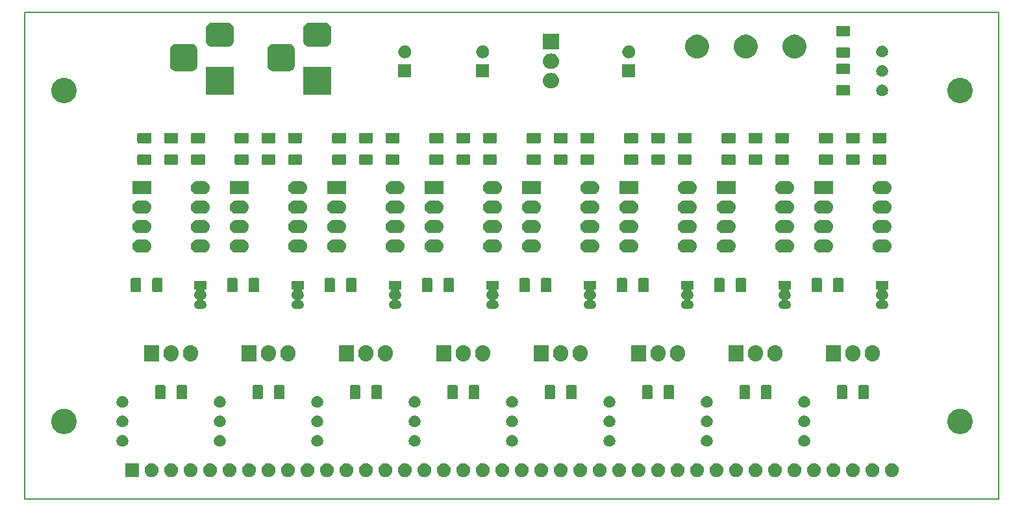
<source format=gbr>
From 19d7334d2912e8be3c1a4e5080f34c5b95876e3c Mon Sep 17 00:00:00 2001
From: Blaise Thompson <blaise@untzag.com>
Date: Fri, 7 May 2021 11:43:32 -0500
Subject: restructure galvanosynth

---
 galvanosyth/PCB/gerber/galvanosynth-F_Mask.gbr | 11186 -----------------------
 1 file changed, 11186 deletions(-)
 delete mode 100644 galvanosyth/PCB/gerber/galvanosynth-F_Mask.gbr

(limited to 'galvanosyth/PCB/gerber/galvanosynth-F_Mask.gbr')

diff --git a/galvanosyth/PCB/gerber/galvanosynth-F_Mask.gbr b/galvanosyth/PCB/gerber/galvanosynth-F_Mask.gbr
deleted file mode 100644
index 6b17ddc..0000000
--- a/galvanosyth/PCB/gerber/galvanosynth-F_Mask.gbr
+++ /dev/null
@@ -1,11186 +0,0 @@
-G04 #@! TF.GenerationSoftware,KiCad,Pcbnew,5.1.5+dfsg1-2*
-G04 #@! TF.CreationDate,2020-03-03T15:22:14-06:00*
-G04 #@! TF.ProjectId,galvanosynth,67616c76-616e-46f7-9379-6e74682e6b69,4.1.1*
-G04 #@! TF.SameCoordinates,Original*
-G04 #@! TF.FileFunction,Soldermask,Top*
-G04 #@! TF.FilePolarity,Negative*
-%FSLAX46Y46*%
-G04 Gerber Fmt 4.6, Leading zero omitted, Abs format (unit mm)*
-G04 Created by KiCad (PCBNEW 5.1.5+dfsg1-2) date 2020-03-03 15:22:14*
-%MOMM*%
-%LPD*%
-G04 APERTURE LIST*
-%ADD10C,0.150000*%
-%ADD11C,0.100000*%
-G04 APERTURE END LIST*
-D10*
-X50800000Y-127000000D02*
-X177800000Y-127000000D01*
-X50800000Y-63500000D02*
-X177800000Y-63500000D01*
-X50800000Y-127000000D02*
-X50800000Y-63500000D01*
-X177800000Y-127000000D02*
-X177800000Y-63500000D01*
-D11*
-G36*
-X138543512Y-122293927D02*
-G01*
-X138692812Y-122323624D01*
-X138856784Y-122391544D01*
-X139004354Y-122490147D01*
-X139129853Y-122615646D01*
-X139228456Y-122763216D01*
-X139296376Y-122927188D01*
-X139331000Y-123101259D01*
-X139331000Y-123278741D01*
-X139296376Y-123452812D01*
-X139228456Y-123616784D01*
-X139129853Y-123764354D01*
-X139004354Y-123889853D01*
-X138856784Y-123988456D01*
-X138692812Y-124056376D01*
-X138543512Y-124086073D01*
-X138518742Y-124091000D01*
-X138341258Y-124091000D01*
-X138316488Y-124086073D01*
-X138167188Y-124056376D01*
-X138003216Y-123988456D01*
-X137855646Y-123889853D01*
-X137730147Y-123764354D01*
-X137631544Y-123616784D01*
-X137563624Y-123452812D01*
-X137529000Y-123278741D01*
-X137529000Y-123101259D01*
-X137563624Y-122927188D01*
-X137631544Y-122763216D01*
-X137730147Y-122615646D01*
-X137855646Y-122490147D01*
-X138003216Y-122391544D01*
-X138167188Y-122323624D01*
-X138316488Y-122293927D01*
-X138341258Y-122289000D01*
-X138518742Y-122289000D01*
-X138543512Y-122293927D01*
-G37*
-G36*
-X141083512Y-122293927D02*
-G01*
-X141232812Y-122323624D01*
-X141396784Y-122391544D01*
-X141544354Y-122490147D01*
-X141669853Y-122615646D01*
-X141768456Y-122763216D01*
-X141836376Y-122927188D01*
-X141871000Y-123101259D01*
-X141871000Y-123278741D01*
-X141836376Y-123452812D01*
-X141768456Y-123616784D01*
-X141669853Y-123764354D01*
-X141544354Y-123889853D01*
-X141396784Y-123988456D01*
-X141232812Y-124056376D01*
-X141083512Y-124086073D01*
-X141058742Y-124091000D01*
-X140881258Y-124091000D01*
-X140856488Y-124086073D01*
-X140707188Y-124056376D01*
-X140543216Y-123988456D01*
-X140395646Y-123889853D01*
-X140270147Y-123764354D01*
-X140171544Y-123616784D01*
-X140103624Y-123452812D01*
-X140069000Y-123278741D01*
-X140069000Y-123101259D01*
-X140103624Y-122927188D01*
-X140171544Y-122763216D01*
-X140270147Y-122615646D01*
-X140395646Y-122490147D01*
-X140543216Y-122391544D01*
-X140707188Y-122323624D01*
-X140856488Y-122293927D01*
-X140881258Y-122289000D01*
-X141058742Y-122289000D01*
-X141083512Y-122293927D01*
-G37*
-G36*
-X163943512Y-122293927D02*
-G01*
-X164092812Y-122323624D01*
-X164256784Y-122391544D01*
-X164404354Y-122490147D01*
-X164529853Y-122615646D01*
-X164628456Y-122763216D01*
-X164696376Y-122927188D01*
-X164731000Y-123101259D01*
-X164731000Y-123278741D01*
-X164696376Y-123452812D01*
-X164628456Y-123616784D01*
-X164529853Y-123764354D01*
-X164404354Y-123889853D01*
-X164256784Y-123988456D01*
-X164092812Y-124056376D01*
-X163943512Y-124086073D01*
-X163918742Y-124091000D01*
-X163741258Y-124091000D01*
-X163716488Y-124086073D01*
-X163567188Y-124056376D01*
-X163403216Y-123988456D01*
-X163255646Y-123889853D01*
-X163130147Y-123764354D01*
-X163031544Y-123616784D01*
-X162963624Y-123452812D01*
-X162929000Y-123278741D01*
-X162929000Y-123101259D01*
-X162963624Y-122927188D01*
-X163031544Y-122763216D01*
-X163130147Y-122615646D01*
-X163255646Y-122490147D01*
-X163403216Y-122391544D01*
-X163567188Y-122323624D01*
-X163716488Y-122293927D01*
-X163741258Y-122289000D01*
-X163918742Y-122289000D01*
-X163943512Y-122293927D01*
-G37*
-G36*
-X161403512Y-122293927D02*
-G01*
-X161552812Y-122323624D01*
-X161716784Y-122391544D01*
-X161864354Y-122490147D01*
-X161989853Y-122615646D01*
-X162088456Y-122763216D01*
-X162156376Y-122927188D01*
-X162191000Y-123101259D01*
-X162191000Y-123278741D01*
-X162156376Y-123452812D01*
-X162088456Y-123616784D01*
-X161989853Y-123764354D01*
-X161864354Y-123889853D01*
-X161716784Y-123988456D01*
-X161552812Y-124056376D01*
-X161403512Y-124086073D01*
-X161378742Y-124091000D01*
-X161201258Y-124091000D01*
-X161176488Y-124086073D01*
-X161027188Y-124056376D01*
-X160863216Y-123988456D01*
-X160715646Y-123889853D01*
-X160590147Y-123764354D01*
-X160491544Y-123616784D01*
-X160423624Y-123452812D01*
-X160389000Y-123278741D01*
-X160389000Y-123101259D01*
-X160423624Y-122927188D01*
-X160491544Y-122763216D01*
-X160590147Y-122615646D01*
-X160715646Y-122490147D01*
-X160863216Y-122391544D01*
-X161027188Y-122323624D01*
-X161176488Y-122293927D01*
-X161201258Y-122289000D01*
-X161378742Y-122289000D01*
-X161403512Y-122293927D01*
-G37*
-G36*
-X158863512Y-122293927D02*
-G01*
-X159012812Y-122323624D01*
-X159176784Y-122391544D01*
-X159324354Y-122490147D01*
-X159449853Y-122615646D01*
-X159548456Y-122763216D01*
-X159616376Y-122927188D01*
-X159651000Y-123101259D01*
-X159651000Y-123278741D01*
-X159616376Y-123452812D01*
-X159548456Y-123616784D01*
-X159449853Y-123764354D01*
-X159324354Y-123889853D01*
-X159176784Y-123988456D01*
-X159012812Y-124056376D01*
-X158863512Y-124086073D01*
-X158838742Y-124091000D01*
-X158661258Y-124091000D01*
-X158636488Y-124086073D01*
-X158487188Y-124056376D01*
-X158323216Y-123988456D01*
-X158175646Y-123889853D01*
-X158050147Y-123764354D01*
-X157951544Y-123616784D01*
-X157883624Y-123452812D01*
-X157849000Y-123278741D01*
-X157849000Y-123101259D01*
-X157883624Y-122927188D01*
-X157951544Y-122763216D01*
-X158050147Y-122615646D01*
-X158175646Y-122490147D01*
-X158323216Y-122391544D01*
-X158487188Y-122323624D01*
-X158636488Y-122293927D01*
-X158661258Y-122289000D01*
-X158838742Y-122289000D01*
-X158863512Y-122293927D01*
-G37*
-G36*
-X156323512Y-122293927D02*
-G01*
-X156472812Y-122323624D01*
-X156636784Y-122391544D01*
-X156784354Y-122490147D01*
-X156909853Y-122615646D01*
-X157008456Y-122763216D01*
-X157076376Y-122927188D01*
-X157111000Y-123101259D01*
-X157111000Y-123278741D01*
-X157076376Y-123452812D01*
-X157008456Y-123616784D01*
-X156909853Y-123764354D01*
-X156784354Y-123889853D01*
-X156636784Y-123988456D01*
-X156472812Y-124056376D01*
-X156323512Y-124086073D01*
-X156298742Y-124091000D01*
-X156121258Y-124091000D01*
-X156096488Y-124086073D01*
-X155947188Y-124056376D01*
-X155783216Y-123988456D01*
-X155635646Y-123889853D01*
-X155510147Y-123764354D01*
-X155411544Y-123616784D01*
-X155343624Y-123452812D01*
-X155309000Y-123278741D01*
-X155309000Y-123101259D01*
-X155343624Y-122927188D01*
-X155411544Y-122763216D01*
-X155510147Y-122615646D01*
-X155635646Y-122490147D01*
-X155783216Y-122391544D01*
-X155947188Y-122323624D01*
-X156096488Y-122293927D01*
-X156121258Y-122289000D01*
-X156298742Y-122289000D01*
-X156323512Y-122293927D01*
-G37*
-G36*
-X153783512Y-122293927D02*
-G01*
-X153932812Y-122323624D01*
-X154096784Y-122391544D01*
-X154244354Y-122490147D01*
-X154369853Y-122615646D01*
-X154468456Y-122763216D01*
-X154536376Y-122927188D01*
-X154571000Y-123101259D01*
-X154571000Y-123278741D01*
-X154536376Y-123452812D01*
-X154468456Y-123616784D01*
-X154369853Y-123764354D01*
-X154244354Y-123889853D01*
-X154096784Y-123988456D01*
-X153932812Y-124056376D01*
-X153783512Y-124086073D01*
-X153758742Y-124091000D01*
-X153581258Y-124091000D01*
-X153556488Y-124086073D01*
-X153407188Y-124056376D01*
-X153243216Y-123988456D01*
-X153095646Y-123889853D01*
-X152970147Y-123764354D01*
-X152871544Y-123616784D01*
-X152803624Y-123452812D01*
-X152769000Y-123278741D01*
-X152769000Y-123101259D01*
-X152803624Y-122927188D01*
-X152871544Y-122763216D01*
-X152970147Y-122615646D01*
-X153095646Y-122490147D01*
-X153243216Y-122391544D01*
-X153407188Y-122323624D01*
-X153556488Y-122293927D01*
-X153581258Y-122289000D01*
-X153758742Y-122289000D01*
-X153783512Y-122293927D01*
-G37*
-G36*
-X151243512Y-122293927D02*
-G01*
-X151392812Y-122323624D01*
-X151556784Y-122391544D01*
-X151704354Y-122490147D01*
-X151829853Y-122615646D01*
-X151928456Y-122763216D01*
-X151996376Y-122927188D01*
-X152031000Y-123101259D01*
-X152031000Y-123278741D01*
-X151996376Y-123452812D01*
-X151928456Y-123616784D01*
-X151829853Y-123764354D01*
-X151704354Y-123889853D01*
-X151556784Y-123988456D01*
-X151392812Y-124056376D01*
-X151243512Y-124086073D01*
-X151218742Y-124091000D01*
-X151041258Y-124091000D01*
-X151016488Y-124086073D01*
-X150867188Y-124056376D01*
-X150703216Y-123988456D01*
-X150555646Y-123889853D01*
-X150430147Y-123764354D01*
-X150331544Y-123616784D01*
-X150263624Y-123452812D01*
-X150229000Y-123278741D01*
-X150229000Y-123101259D01*
-X150263624Y-122927188D01*
-X150331544Y-122763216D01*
-X150430147Y-122615646D01*
-X150555646Y-122490147D01*
-X150703216Y-122391544D01*
-X150867188Y-122323624D01*
-X151016488Y-122293927D01*
-X151041258Y-122289000D01*
-X151218742Y-122289000D01*
-X151243512Y-122293927D01*
-G37*
-G36*
-X148703512Y-122293927D02*
-G01*
-X148852812Y-122323624D01*
-X149016784Y-122391544D01*
-X149164354Y-122490147D01*
-X149289853Y-122615646D01*
-X149388456Y-122763216D01*
-X149456376Y-122927188D01*
-X149491000Y-123101259D01*
-X149491000Y-123278741D01*
-X149456376Y-123452812D01*
-X149388456Y-123616784D01*
-X149289853Y-123764354D01*
-X149164354Y-123889853D01*
-X149016784Y-123988456D01*
-X148852812Y-124056376D01*
-X148703512Y-124086073D01*
-X148678742Y-124091000D01*
-X148501258Y-124091000D01*
-X148476488Y-124086073D01*
-X148327188Y-124056376D01*
-X148163216Y-123988456D01*
-X148015646Y-123889853D01*
-X147890147Y-123764354D01*
-X147791544Y-123616784D01*
-X147723624Y-123452812D01*
-X147689000Y-123278741D01*
-X147689000Y-123101259D01*
-X147723624Y-122927188D01*
-X147791544Y-122763216D01*
-X147890147Y-122615646D01*
-X148015646Y-122490147D01*
-X148163216Y-122391544D01*
-X148327188Y-122323624D01*
-X148476488Y-122293927D01*
-X148501258Y-122289000D01*
-X148678742Y-122289000D01*
-X148703512Y-122293927D01*
-G37*
-G36*
-X146163512Y-122293927D02*
-G01*
-X146312812Y-122323624D01*
-X146476784Y-122391544D01*
-X146624354Y-122490147D01*
-X146749853Y-122615646D01*
-X146848456Y-122763216D01*
-X146916376Y-122927188D01*
-X146951000Y-123101259D01*
-X146951000Y-123278741D01*
-X146916376Y-123452812D01*
-X146848456Y-123616784D01*
-X146749853Y-123764354D01*
-X146624354Y-123889853D01*
-X146476784Y-123988456D01*
-X146312812Y-124056376D01*
-X146163512Y-124086073D01*
-X146138742Y-124091000D01*
-X145961258Y-124091000D01*
-X145936488Y-124086073D01*
-X145787188Y-124056376D01*
-X145623216Y-123988456D01*
-X145475646Y-123889853D01*
-X145350147Y-123764354D01*
-X145251544Y-123616784D01*
-X145183624Y-123452812D01*
-X145149000Y-123278741D01*
-X145149000Y-123101259D01*
-X145183624Y-122927188D01*
-X145251544Y-122763216D01*
-X145350147Y-122615646D01*
-X145475646Y-122490147D01*
-X145623216Y-122391544D01*
-X145787188Y-122323624D01*
-X145936488Y-122293927D01*
-X145961258Y-122289000D01*
-X146138742Y-122289000D01*
-X146163512Y-122293927D01*
-G37*
-G36*
-X143623512Y-122293927D02*
-G01*
-X143772812Y-122323624D01*
-X143936784Y-122391544D01*
-X144084354Y-122490147D01*
-X144209853Y-122615646D01*
-X144308456Y-122763216D01*
-X144376376Y-122927188D01*
-X144411000Y-123101259D01*
-X144411000Y-123278741D01*
-X144376376Y-123452812D01*
-X144308456Y-123616784D01*
-X144209853Y-123764354D01*
-X144084354Y-123889853D01*
-X143936784Y-123988456D01*
-X143772812Y-124056376D01*
-X143623512Y-124086073D01*
-X143598742Y-124091000D01*
-X143421258Y-124091000D01*
-X143396488Y-124086073D01*
-X143247188Y-124056376D01*
-X143083216Y-123988456D01*
-X142935646Y-123889853D01*
-X142810147Y-123764354D01*
-X142711544Y-123616784D01*
-X142643624Y-123452812D01*
-X142609000Y-123278741D01*
-X142609000Y-123101259D01*
-X142643624Y-122927188D01*
-X142711544Y-122763216D01*
-X142810147Y-122615646D01*
-X142935646Y-122490147D01*
-X143083216Y-122391544D01*
-X143247188Y-122323624D01*
-X143396488Y-122293927D01*
-X143421258Y-122289000D01*
-X143598742Y-122289000D01*
-X143623512Y-122293927D01*
-G37*
-G36*
-X113143512Y-122293927D02*
-G01*
-X113292812Y-122323624D01*
-X113456784Y-122391544D01*
-X113604354Y-122490147D01*
-X113729853Y-122615646D01*
-X113828456Y-122763216D01*
-X113896376Y-122927188D01*
-X113931000Y-123101259D01*
-X113931000Y-123278741D01*
-X113896376Y-123452812D01*
-X113828456Y-123616784D01*
-X113729853Y-123764354D01*
-X113604354Y-123889853D01*
-X113456784Y-123988456D01*
-X113292812Y-124056376D01*
-X113143512Y-124086073D01*
-X113118742Y-124091000D01*
-X112941258Y-124091000D01*
-X112916488Y-124086073D01*
-X112767188Y-124056376D01*
-X112603216Y-123988456D01*
-X112455646Y-123889853D01*
-X112330147Y-123764354D01*
-X112231544Y-123616784D01*
-X112163624Y-123452812D01*
-X112129000Y-123278741D01*
-X112129000Y-123101259D01*
-X112163624Y-122927188D01*
-X112231544Y-122763216D01*
-X112330147Y-122615646D01*
-X112455646Y-122490147D01*
-X112603216Y-122391544D01*
-X112767188Y-122323624D01*
-X112916488Y-122293927D01*
-X112941258Y-122289000D01*
-X113118742Y-122289000D01*
-X113143512Y-122293927D01*
-G37*
-G36*
-X136003512Y-122293927D02*
-G01*
-X136152812Y-122323624D01*
-X136316784Y-122391544D01*
-X136464354Y-122490147D01*
-X136589853Y-122615646D01*
-X136688456Y-122763216D01*
-X136756376Y-122927188D01*
-X136791000Y-123101259D01*
-X136791000Y-123278741D01*
-X136756376Y-123452812D01*
-X136688456Y-123616784D01*
-X136589853Y-123764354D01*
-X136464354Y-123889853D01*
-X136316784Y-123988456D01*
-X136152812Y-124056376D01*
-X136003512Y-124086073D01*
-X135978742Y-124091000D01*
-X135801258Y-124091000D01*
-X135776488Y-124086073D01*
-X135627188Y-124056376D01*
-X135463216Y-123988456D01*
-X135315646Y-123889853D01*
-X135190147Y-123764354D01*
-X135091544Y-123616784D01*
-X135023624Y-123452812D01*
-X134989000Y-123278741D01*
-X134989000Y-123101259D01*
-X135023624Y-122927188D01*
-X135091544Y-122763216D01*
-X135190147Y-122615646D01*
-X135315646Y-122490147D01*
-X135463216Y-122391544D01*
-X135627188Y-122323624D01*
-X135776488Y-122293927D01*
-X135801258Y-122289000D01*
-X135978742Y-122289000D01*
-X136003512Y-122293927D01*
-G37*
-G36*
-X133463512Y-122293927D02*
-G01*
-X133612812Y-122323624D01*
-X133776784Y-122391544D01*
-X133924354Y-122490147D01*
-X134049853Y-122615646D01*
-X134148456Y-122763216D01*
-X134216376Y-122927188D01*
-X134251000Y-123101259D01*
-X134251000Y-123278741D01*
-X134216376Y-123452812D01*
-X134148456Y-123616784D01*
-X134049853Y-123764354D01*
-X133924354Y-123889853D01*
-X133776784Y-123988456D01*
-X133612812Y-124056376D01*
-X133463512Y-124086073D01*
-X133438742Y-124091000D01*
-X133261258Y-124091000D01*
-X133236488Y-124086073D01*
-X133087188Y-124056376D01*
-X132923216Y-123988456D01*
-X132775646Y-123889853D01*
-X132650147Y-123764354D01*
-X132551544Y-123616784D01*
-X132483624Y-123452812D01*
-X132449000Y-123278741D01*
-X132449000Y-123101259D01*
-X132483624Y-122927188D01*
-X132551544Y-122763216D01*
-X132650147Y-122615646D01*
-X132775646Y-122490147D01*
-X132923216Y-122391544D01*
-X133087188Y-122323624D01*
-X133236488Y-122293927D01*
-X133261258Y-122289000D01*
-X133438742Y-122289000D01*
-X133463512Y-122293927D01*
-G37*
-G36*
-X130923512Y-122293927D02*
-G01*
-X131072812Y-122323624D01*
-X131236784Y-122391544D01*
-X131384354Y-122490147D01*
-X131509853Y-122615646D01*
-X131608456Y-122763216D01*
-X131676376Y-122927188D01*
-X131711000Y-123101259D01*
-X131711000Y-123278741D01*
-X131676376Y-123452812D01*
-X131608456Y-123616784D01*
-X131509853Y-123764354D01*
-X131384354Y-123889853D01*
-X131236784Y-123988456D01*
-X131072812Y-124056376D01*
-X130923512Y-124086073D01*
-X130898742Y-124091000D01*
-X130721258Y-124091000D01*
-X130696488Y-124086073D01*
-X130547188Y-124056376D01*
-X130383216Y-123988456D01*
-X130235646Y-123889853D01*
-X130110147Y-123764354D01*
-X130011544Y-123616784D01*
-X129943624Y-123452812D01*
-X129909000Y-123278741D01*
-X129909000Y-123101259D01*
-X129943624Y-122927188D01*
-X130011544Y-122763216D01*
-X130110147Y-122615646D01*
-X130235646Y-122490147D01*
-X130383216Y-122391544D01*
-X130547188Y-122323624D01*
-X130696488Y-122293927D01*
-X130721258Y-122289000D01*
-X130898742Y-122289000D01*
-X130923512Y-122293927D01*
-G37*
-G36*
-X128383512Y-122293927D02*
-G01*
-X128532812Y-122323624D01*
-X128696784Y-122391544D01*
-X128844354Y-122490147D01*
-X128969853Y-122615646D01*
-X129068456Y-122763216D01*
-X129136376Y-122927188D01*
-X129171000Y-123101259D01*
-X129171000Y-123278741D01*
-X129136376Y-123452812D01*
-X129068456Y-123616784D01*
-X128969853Y-123764354D01*
-X128844354Y-123889853D01*
-X128696784Y-123988456D01*
-X128532812Y-124056376D01*
-X128383512Y-124086073D01*
-X128358742Y-124091000D01*
-X128181258Y-124091000D01*
-X128156488Y-124086073D01*
-X128007188Y-124056376D01*
-X127843216Y-123988456D01*
-X127695646Y-123889853D01*
-X127570147Y-123764354D01*
-X127471544Y-123616784D01*
-X127403624Y-123452812D01*
-X127369000Y-123278741D01*
-X127369000Y-123101259D01*
-X127403624Y-122927188D01*
-X127471544Y-122763216D01*
-X127570147Y-122615646D01*
-X127695646Y-122490147D01*
-X127843216Y-122391544D01*
-X128007188Y-122323624D01*
-X128156488Y-122293927D01*
-X128181258Y-122289000D01*
-X128358742Y-122289000D01*
-X128383512Y-122293927D01*
-G37*
-G36*
-X125843512Y-122293927D02*
-G01*
-X125992812Y-122323624D01*
-X126156784Y-122391544D01*
-X126304354Y-122490147D01*
-X126429853Y-122615646D01*
-X126528456Y-122763216D01*
-X126596376Y-122927188D01*
-X126631000Y-123101259D01*
-X126631000Y-123278741D01*
-X126596376Y-123452812D01*
-X126528456Y-123616784D01*
-X126429853Y-123764354D01*
-X126304354Y-123889853D01*
-X126156784Y-123988456D01*
-X125992812Y-124056376D01*
-X125843512Y-124086073D01*
-X125818742Y-124091000D01*
-X125641258Y-124091000D01*
-X125616488Y-124086073D01*
-X125467188Y-124056376D01*
-X125303216Y-123988456D01*
-X125155646Y-123889853D01*
-X125030147Y-123764354D01*
-X124931544Y-123616784D01*
-X124863624Y-123452812D01*
-X124829000Y-123278741D01*
-X124829000Y-123101259D01*
-X124863624Y-122927188D01*
-X124931544Y-122763216D01*
-X125030147Y-122615646D01*
-X125155646Y-122490147D01*
-X125303216Y-122391544D01*
-X125467188Y-122323624D01*
-X125616488Y-122293927D01*
-X125641258Y-122289000D01*
-X125818742Y-122289000D01*
-X125843512Y-122293927D01*
-G37*
-G36*
-X123303512Y-122293927D02*
-G01*
-X123452812Y-122323624D01*
-X123616784Y-122391544D01*
-X123764354Y-122490147D01*
-X123889853Y-122615646D01*
-X123988456Y-122763216D01*
-X124056376Y-122927188D01*
-X124091000Y-123101259D01*
-X124091000Y-123278741D01*
-X124056376Y-123452812D01*
-X123988456Y-123616784D01*
-X123889853Y-123764354D01*
-X123764354Y-123889853D01*
-X123616784Y-123988456D01*
-X123452812Y-124056376D01*
-X123303512Y-124086073D01*
-X123278742Y-124091000D01*
-X123101258Y-124091000D01*
-X123076488Y-124086073D01*
-X122927188Y-124056376D01*
-X122763216Y-123988456D01*
-X122615646Y-123889853D01*
-X122490147Y-123764354D01*
-X122391544Y-123616784D01*
-X122323624Y-123452812D01*
-X122289000Y-123278741D01*
-X122289000Y-123101259D01*
-X122323624Y-122927188D01*
-X122391544Y-122763216D01*
-X122490147Y-122615646D01*
-X122615646Y-122490147D01*
-X122763216Y-122391544D01*
-X122927188Y-122323624D01*
-X123076488Y-122293927D01*
-X123101258Y-122289000D01*
-X123278742Y-122289000D01*
-X123303512Y-122293927D01*
-G37*
-G36*
-X120763512Y-122293927D02*
-G01*
-X120912812Y-122323624D01*
-X121076784Y-122391544D01*
-X121224354Y-122490147D01*
-X121349853Y-122615646D01*
-X121448456Y-122763216D01*
-X121516376Y-122927188D01*
-X121551000Y-123101259D01*
-X121551000Y-123278741D01*
-X121516376Y-123452812D01*
-X121448456Y-123616784D01*
-X121349853Y-123764354D01*
-X121224354Y-123889853D01*
-X121076784Y-123988456D01*
-X120912812Y-124056376D01*
-X120763512Y-124086073D01*
-X120738742Y-124091000D01*
-X120561258Y-124091000D01*
-X120536488Y-124086073D01*
-X120387188Y-124056376D01*
-X120223216Y-123988456D01*
-X120075646Y-123889853D01*
-X119950147Y-123764354D01*
-X119851544Y-123616784D01*
-X119783624Y-123452812D01*
-X119749000Y-123278741D01*
-X119749000Y-123101259D01*
-X119783624Y-122927188D01*
-X119851544Y-122763216D01*
-X119950147Y-122615646D01*
-X120075646Y-122490147D01*
-X120223216Y-122391544D01*
-X120387188Y-122323624D01*
-X120536488Y-122293927D01*
-X120561258Y-122289000D01*
-X120738742Y-122289000D01*
-X120763512Y-122293927D01*
-G37*
-G36*
-X118223512Y-122293927D02*
-G01*
-X118372812Y-122323624D01*
-X118536784Y-122391544D01*
-X118684354Y-122490147D01*
-X118809853Y-122615646D01*
-X118908456Y-122763216D01*
-X118976376Y-122927188D01*
-X119011000Y-123101259D01*
-X119011000Y-123278741D01*
-X118976376Y-123452812D01*
-X118908456Y-123616784D01*
-X118809853Y-123764354D01*
-X118684354Y-123889853D01*
-X118536784Y-123988456D01*
-X118372812Y-124056376D01*
-X118223512Y-124086073D01*
-X118198742Y-124091000D01*
-X118021258Y-124091000D01*
-X117996488Y-124086073D01*
-X117847188Y-124056376D01*
-X117683216Y-123988456D01*
-X117535646Y-123889853D01*
-X117410147Y-123764354D01*
-X117311544Y-123616784D01*
-X117243624Y-123452812D01*
-X117209000Y-123278741D01*
-X117209000Y-123101259D01*
-X117243624Y-122927188D01*
-X117311544Y-122763216D01*
-X117410147Y-122615646D01*
-X117535646Y-122490147D01*
-X117683216Y-122391544D01*
-X117847188Y-122323624D01*
-X117996488Y-122293927D01*
-X118021258Y-122289000D01*
-X118198742Y-122289000D01*
-X118223512Y-122293927D01*
-G37*
-G36*
-X87743512Y-122293927D02*
-G01*
-X87892812Y-122323624D01*
-X88056784Y-122391544D01*
-X88204354Y-122490147D01*
-X88329853Y-122615646D01*
-X88428456Y-122763216D01*
-X88496376Y-122927188D01*
-X88531000Y-123101259D01*
-X88531000Y-123278741D01*
-X88496376Y-123452812D01*
-X88428456Y-123616784D01*
-X88329853Y-123764354D01*
-X88204354Y-123889853D01*
-X88056784Y-123988456D01*
-X87892812Y-124056376D01*
-X87743512Y-124086073D01*
-X87718742Y-124091000D01*
-X87541258Y-124091000D01*
-X87516488Y-124086073D01*
-X87367188Y-124056376D01*
-X87203216Y-123988456D01*
-X87055646Y-123889853D01*
-X86930147Y-123764354D01*
-X86831544Y-123616784D01*
-X86763624Y-123452812D01*
-X86729000Y-123278741D01*
-X86729000Y-123101259D01*
-X86763624Y-122927188D01*
-X86831544Y-122763216D01*
-X86930147Y-122615646D01*
-X87055646Y-122490147D01*
-X87203216Y-122391544D01*
-X87367188Y-122323624D01*
-X87516488Y-122293927D01*
-X87541258Y-122289000D01*
-X87718742Y-122289000D01*
-X87743512Y-122293927D01*
-G37*
-G36*
-X67423512Y-122293927D02*
-G01*
-X67572812Y-122323624D01*
-X67736784Y-122391544D01*
-X67884354Y-122490147D01*
-X68009853Y-122615646D01*
-X68108456Y-122763216D01*
-X68176376Y-122927188D01*
-X68211000Y-123101259D01*
-X68211000Y-123278741D01*
-X68176376Y-123452812D01*
-X68108456Y-123616784D01*
-X68009853Y-123764354D01*
-X67884354Y-123889853D01*
-X67736784Y-123988456D01*
-X67572812Y-124056376D01*
-X67423512Y-124086073D01*
-X67398742Y-124091000D01*
-X67221258Y-124091000D01*
-X67196488Y-124086073D01*
-X67047188Y-124056376D01*
-X66883216Y-123988456D01*
-X66735646Y-123889853D01*
-X66610147Y-123764354D01*
-X66511544Y-123616784D01*
-X66443624Y-123452812D01*
-X66409000Y-123278741D01*
-X66409000Y-123101259D01*
-X66443624Y-122927188D01*
-X66511544Y-122763216D01*
-X66610147Y-122615646D01*
-X66735646Y-122490147D01*
-X66883216Y-122391544D01*
-X67047188Y-122323624D01*
-X67196488Y-122293927D01*
-X67221258Y-122289000D01*
-X67398742Y-122289000D01*
-X67423512Y-122293927D01*
-G37*
-G36*
-X65671000Y-124091000D02*
-G01*
-X63869000Y-124091000D01*
-X63869000Y-122289000D01*
-X65671000Y-122289000D01*
-X65671000Y-124091000D01*
-G37*
-G36*
-X110603512Y-122293927D02*
-G01*
-X110752812Y-122323624D01*
-X110916784Y-122391544D01*
-X111064354Y-122490147D01*
-X111189853Y-122615646D01*
-X111288456Y-122763216D01*
-X111356376Y-122927188D01*
-X111391000Y-123101259D01*
-X111391000Y-123278741D01*
-X111356376Y-123452812D01*
-X111288456Y-123616784D01*
-X111189853Y-123764354D01*
-X111064354Y-123889853D01*
-X110916784Y-123988456D01*
-X110752812Y-124056376D01*
-X110603512Y-124086073D01*
-X110578742Y-124091000D01*
-X110401258Y-124091000D01*
-X110376488Y-124086073D01*
-X110227188Y-124056376D01*
-X110063216Y-123988456D01*
-X109915646Y-123889853D01*
-X109790147Y-123764354D01*
-X109691544Y-123616784D01*
-X109623624Y-123452812D01*
-X109589000Y-123278741D01*
-X109589000Y-123101259D01*
-X109623624Y-122927188D01*
-X109691544Y-122763216D01*
-X109790147Y-122615646D01*
-X109915646Y-122490147D01*
-X110063216Y-122391544D01*
-X110227188Y-122323624D01*
-X110376488Y-122293927D01*
-X110401258Y-122289000D01*
-X110578742Y-122289000D01*
-X110603512Y-122293927D01*
-G37*
-G36*
-X108063512Y-122293927D02*
-G01*
-X108212812Y-122323624D01*
-X108376784Y-122391544D01*
-X108524354Y-122490147D01*
-X108649853Y-122615646D01*
-X108748456Y-122763216D01*
-X108816376Y-122927188D01*
-X108851000Y-123101259D01*
-X108851000Y-123278741D01*
-X108816376Y-123452812D01*
-X108748456Y-123616784D01*
-X108649853Y-123764354D01*
-X108524354Y-123889853D01*
-X108376784Y-123988456D01*
-X108212812Y-124056376D01*
-X108063512Y-124086073D01*
-X108038742Y-124091000D01*
-X107861258Y-124091000D01*
-X107836488Y-124086073D01*
-X107687188Y-124056376D01*
-X107523216Y-123988456D01*
-X107375646Y-123889853D01*
-X107250147Y-123764354D01*
-X107151544Y-123616784D01*
-X107083624Y-123452812D01*
-X107049000Y-123278741D01*
-X107049000Y-123101259D01*
-X107083624Y-122927188D01*
-X107151544Y-122763216D01*
-X107250147Y-122615646D01*
-X107375646Y-122490147D01*
-X107523216Y-122391544D01*
-X107687188Y-122323624D01*
-X107836488Y-122293927D01*
-X107861258Y-122289000D01*
-X108038742Y-122289000D01*
-X108063512Y-122293927D01*
-G37*
-G36*
-X105523512Y-122293927D02*
-G01*
-X105672812Y-122323624D01*
-X105836784Y-122391544D01*
-X105984354Y-122490147D01*
-X106109853Y-122615646D01*
-X106208456Y-122763216D01*
-X106276376Y-122927188D01*
-X106311000Y-123101259D01*
-X106311000Y-123278741D01*
-X106276376Y-123452812D01*
-X106208456Y-123616784D01*
-X106109853Y-123764354D01*
-X105984354Y-123889853D01*
-X105836784Y-123988456D01*
-X105672812Y-124056376D01*
-X105523512Y-124086073D01*
-X105498742Y-124091000D01*
-X105321258Y-124091000D01*
-X105296488Y-124086073D01*
-X105147188Y-124056376D01*
-X104983216Y-123988456D01*
-X104835646Y-123889853D01*
-X104710147Y-123764354D01*
-X104611544Y-123616784D01*
-X104543624Y-123452812D01*
-X104509000Y-123278741D01*
-X104509000Y-123101259D01*
-X104543624Y-122927188D01*
-X104611544Y-122763216D01*
-X104710147Y-122615646D01*
-X104835646Y-122490147D01*
-X104983216Y-122391544D01*
-X105147188Y-122323624D01*
-X105296488Y-122293927D01*
-X105321258Y-122289000D01*
-X105498742Y-122289000D01*
-X105523512Y-122293927D01*
-G37*
-G36*
-X102983512Y-122293927D02*
-G01*
-X103132812Y-122323624D01*
-X103296784Y-122391544D01*
-X103444354Y-122490147D01*
-X103569853Y-122615646D01*
-X103668456Y-122763216D01*
-X103736376Y-122927188D01*
-X103771000Y-123101259D01*
-X103771000Y-123278741D01*
-X103736376Y-123452812D01*
-X103668456Y-123616784D01*
-X103569853Y-123764354D01*
-X103444354Y-123889853D01*
-X103296784Y-123988456D01*
-X103132812Y-124056376D01*
-X102983512Y-124086073D01*
-X102958742Y-124091000D01*
-X102781258Y-124091000D01*
-X102756488Y-124086073D01*
-X102607188Y-124056376D01*
-X102443216Y-123988456D01*
-X102295646Y-123889853D01*
-X102170147Y-123764354D01*
-X102071544Y-123616784D01*
-X102003624Y-123452812D01*
-X101969000Y-123278741D01*
-X101969000Y-123101259D01*
-X102003624Y-122927188D01*
-X102071544Y-122763216D01*
-X102170147Y-122615646D01*
-X102295646Y-122490147D01*
-X102443216Y-122391544D01*
-X102607188Y-122323624D01*
-X102756488Y-122293927D01*
-X102781258Y-122289000D01*
-X102958742Y-122289000D01*
-X102983512Y-122293927D01*
-G37*
-G36*
-X100443512Y-122293927D02*
-G01*
-X100592812Y-122323624D01*
-X100756784Y-122391544D01*
-X100904354Y-122490147D01*
-X101029853Y-122615646D01*
-X101128456Y-122763216D01*
-X101196376Y-122927188D01*
-X101231000Y-123101259D01*
-X101231000Y-123278741D01*
-X101196376Y-123452812D01*
-X101128456Y-123616784D01*
-X101029853Y-123764354D01*
-X100904354Y-123889853D01*
-X100756784Y-123988456D01*
-X100592812Y-124056376D01*
-X100443512Y-124086073D01*
-X100418742Y-124091000D01*
-X100241258Y-124091000D01*
-X100216488Y-124086073D01*
-X100067188Y-124056376D01*
-X99903216Y-123988456D01*
-X99755646Y-123889853D01*
-X99630147Y-123764354D01*
-X99531544Y-123616784D01*
-X99463624Y-123452812D01*
-X99429000Y-123278741D01*
-X99429000Y-123101259D01*
-X99463624Y-122927188D01*
-X99531544Y-122763216D01*
-X99630147Y-122615646D01*
-X99755646Y-122490147D01*
-X99903216Y-122391544D01*
-X100067188Y-122323624D01*
-X100216488Y-122293927D01*
-X100241258Y-122289000D01*
-X100418742Y-122289000D01*
-X100443512Y-122293927D01*
-G37*
-G36*
-X97903512Y-122293927D02*
-G01*
-X98052812Y-122323624D01*
-X98216784Y-122391544D01*
-X98364354Y-122490147D01*
-X98489853Y-122615646D01*
-X98588456Y-122763216D01*
-X98656376Y-122927188D01*
-X98691000Y-123101259D01*
-X98691000Y-123278741D01*
-X98656376Y-123452812D01*
-X98588456Y-123616784D01*
-X98489853Y-123764354D01*
-X98364354Y-123889853D01*
-X98216784Y-123988456D01*
-X98052812Y-124056376D01*
-X97903512Y-124086073D01*
-X97878742Y-124091000D01*
-X97701258Y-124091000D01*
-X97676488Y-124086073D01*
-X97527188Y-124056376D01*
-X97363216Y-123988456D01*
-X97215646Y-123889853D01*
-X97090147Y-123764354D01*
-X96991544Y-123616784D01*
-X96923624Y-123452812D01*
-X96889000Y-123278741D01*
-X96889000Y-123101259D01*
-X96923624Y-122927188D01*
-X96991544Y-122763216D01*
-X97090147Y-122615646D01*
-X97215646Y-122490147D01*
-X97363216Y-122391544D01*
-X97527188Y-122323624D01*
-X97676488Y-122293927D01*
-X97701258Y-122289000D01*
-X97878742Y-122289000D01*
-X97903512Y-122293927D01*
-G37*
-G36*
-X95363512Y-122293927D02*
-G01*
-X95512812Y-122323624D01*
-X95676784Y-122391544D01*
-X95824354Y-122490147D01*
-X95949853Y-122615646D01*
-X96048456Y-122763216D01*
-X96116376Y-122927188D01*
-X96151000Y-123101259D01*
-X96151000Y-123278741D01*
-X96116376Y-123452812D01*
-X96048456Y-123616784D01*
-X95949853Y-123764354D01*
-X95824354Y-123889853D01*
-X95676784Y-123988456D01*
-X95512812Y-124056376D01*
-X95363512Y-124086073D01*
-X95338742Y-124091000D01*
-X95161258Y-124091000D01*
-X95136488Y-124086073D01*
-X94987188Y-124056376D01*
-X94823216Y-123988456D01*
-X94675646Y-123889853D01*
-X94550147Y-123764354D01*
-X94451544Y-123616784D01*
-X94383624Y-123452812D01*
-X94349000Y-123278741D01*
-X94349000Y-123101259D01*
-X94383624Y-122927188D01*
-X94451544Y-122763216D01*
-X94550147Y-122615646D01*
-X94675646Y-122490147D01*
-X94823216Y-122391544D01*
-X94987188Y-122323624D01*
-X95136488Y-122293927D01*
-X95161258Y-122289000D01*
-X95338742Y-122289000D01*
-X95363512Y-122293927D01*
-G37*
-G36*
-X92823512Y-122293927D02*
-G01*
-X92972812Y-122323624D01*
-X93136784Y-122391544D01*
-X93284354Y-122490147D01*
-X93409853Y-122615646D01*
-X93508456Y-122763216D01*
-X93576376Y-122927188D01*
-X93611000Y-123101259D01*
-X93611000Y-123278741D01*
-X93576376Y-123452812D01*
-X93508456Y-123616784D01*
-X93409853Y-123764354D01*
-X93284354Y-123889853D01*
-X93136784Y-123988456D01*
-X92972812Y-124056376D01*
-X92823512Y-124086073D01*
-X92798742Y-124091000D01*
-X92621258Y-124091000D01*
-X92596488Y-124086073D01*
-X92447188Y-124056376D01*
-X92283216Y-123988456D01*
-X92135646Y-123889853D01*
-X92010147Y-123764354D01*
-X91911544Y-123616784D01*
-X91843624Y-123452812D01*
-X91809000Y-123278741D01*
-X91809000Y-123101259D01*
-X91843624Y-122927188D01*
-X91911544Y-122763216D01*
-X92010147Y-122615646D01*
-X92135646Y-122490147D01*
-X92283216Y-122391544D01*
-X92447188Y-122323624D01*
-X92596488Y-122293927D01*
-X92621258Y-122289000D01*
-X92798742Y-122289000D01*
-X92823512Y-122293927D01*
-G37*
-G36*
-X90283512Y-122293927D02*
-G01*
-X90432812Y-122323624D01*
-X90596784Y-122391544D01*
-X90744354Y-122490147D01*
-X90869853Y-122615646D01*
-X90968456Y-122763216D01*
-X91036376Y-122927188D01*
-X91071000Y-123101259D01*
-X91071000Y-123278741D01*
-X91036376Y-123452812D01*
-X90968456Y-123616784D01*
-X90869853Y-123764354D01*
-X90744354Y-123889853D01*
-X90596784Y-123988456D01*
-X90432812Y-124056376D01*
-X90283512Y-124086073D01*
-X90258742Y-124091000D01*
-X90081258Y-124091000D01*
-X90056488Y-124086073D01*
-X89907188Y-124056376D01*
-X89743216Y-123988456D01*
-X89595646Y-123889853D01*
-X89470147Y-123764354D01*
-X89371544Y-123616784D01*
-X89303624Y-123452812D01*
-X89269000Y-123278741D01*
-X89269000Y-123101259D01*
-X89303624Y-122927188D01*
-X89371544Y-122763216D01*
-X89470147Y-122615646D01*
-X89595646Y-122490147D01*
-X89743216Y-122391544D01*
-X89907188Y-122323624D01*
-X90056488Y-122293927D01*
-X90081258Y-122289000D01*
-X90258742Y-122289000D01*
-X90283512Y-122293927D01*
-G37*
-G36*
-X115683512Y-122293927D02*
-G01*
-X115832812Y-122323624D01*
-X115996784Y-122391544D01*
-X116144354Y-122490147D01*
-X116269853Y-122615646D01*
-X116368456Y-122763216D01*
-X116436376Y-122927188D01*
-X116471000Y-123101259D01*
-X116471000Y-123278741D01*
-X116436376Y-123452812D01*
-X116368456Y-123616784D01*
-X116269853Y-123764354D01*
-X116144354Y-123889853D01*
-X115996784Y-123988456D01*
-X115832812Y-124056376D01*
-X115683512Y-124086073D01*
-X115658742Y-124091000D01*
-X115481258Y-124091000D01*
-X115456488Y-124086073D01*
-X115307188Y-124056376D01*
-X115143216Y-123988456D01*
-X114995646Y-123889853D01*
-X114870147Y-123764354D01*
-X114771544Y-123616784D01*
-X114703624Y-123452812D01*
-X114669000Y-123278741D01*
-X114669000Y-123101259D01*
-X114703624Y-122927188D01*
-X114771544Y-122763216D01*
-X114870147Y-122615646D01*
-X114995646Y-122490147D01*
-X115143216Y-122391544D01*
-X115307188Y-122323624D01*
-X115456488Y-122293927D01*
-X115481258Y-122289000D01*
-X115658742Y-122289000D01*
-X115683512Y-122293927D01*
-G37*
-G36*
-X85203512Y-122293927D02*
-G01*
-X85352812Y-122323624D01*
-X85516784Y-122391544D01*
-X85664354Y-122490147D01*
-X85789853Y-122615646D01*
-X85888456Y-122763216D01*
-X85956376Y-122927188D01*
-X85991000Y-123101259D01*
-X85991000Y-123278741D01*
-X85956376Y-123452812D01*
-X85888456Y-123616784D01*
-X85789853Y-123764354D01*
-X85664354Y-123889853D01*
-X85516784Y-123988456D01*
-X85352812Y-124056376D01*
-X85203512Y-124086073D01*
-X85178742Y-124091000D01*
-X85001258Y-124091000D01*
-X84976488Y-124086073D01*
-X84827188Y-124056376D01*
-X84663216Y-123988456D01*
-X84515646Y-123889853D01*
-X84390147Y-123764354D01*
-X84291544Y-123616784D01*
-X84223624Y-123452812D01*
-X84189000Y-123278741D01*
-X84189000Y-123101259D01*
-X84223624Y-122927188D01*
-X84291544Y-122763216D01*
-X84390147Y-122615646D01*
-X84515646Y-122490147D01*
-X84663216Y-122391544D01*
-X84827188Y-122323624D01*
-X84976488Y-122293927D01*
-X85001258Y-122289000D01*
-X85178742Y-122289000D01*
-X85203512Y-122293927D01*
-G37*
-G36*
-X82663512Y-122293927D02*
-G01*
-X82812812Y-122323624D01*
-X82976784Y-122391544D01*
-X83124354Y-122490147D01*
-X83249853Y-122615646D01*
-X83348456Y-122763216D01*
-X83416376Y-122927188D01*
-X83451000Y-123101259D01*
-X83451000Y-123278741D01*
-X83416376Y-123452812D01*
-X83348456Y-123616784D01*
-X83249853Y-123764354D01*
-X83124354Y-123889853D01*
-X82976784Y-123988456D01*
-X82812812Y-124056376D01*
-X82663512Y-124086073D01*
-X82638742Y-124091000D01*
-X82461258Y-124091000D01*
-X82436488Y-124086073D01*
-X82287188Y-124056376D01*
-X82123216Y-123988456D01*
-X81975646Y-123889853D01*
-X81850147Y-123764354D01*
-X81751544Y-123616784D01*
-X81683624Y-123452812D01*
-X81649000Y-123278741D01*
-X81649000Y-123101259D01*
-X81683624Y-122927188D01*
-X81751544Y-122763216D01*
-X81850147Y-122615646D01*
-X81975646Y-122490147D01*
-X82123216Y-122391544D01*
-X82287188Y-122323624D01*
-X82436488Y-122293927D01*
-X82461258Y-122289000D01*
-X82638742Y-122289000D01*
-X82663512Y-122293927D01*
-G37*
-G36*
-X80123512Y-122293927D02*
-G01*
-X80272812Y-122323624D01*
-X80436784Y-122391544D01*
-X80584354Y-122490147D01*
-X80709853Y-122615646D01*
-X80808456Y-122763216D01*
-X80876376Y-122927188D01*
-X80911000Y-123101259D01*
-X80911000Y-123278741D01*
-X80876376Y-123452812D01*
-X80808456Y-123616784D01*
-X80709853Y-123764354D01*
-X80584354Y-123889853D01*
-X80436784Y-123988456D01*
-X80272812Y-124056376D01*
-X80123512Y-124086073D01*
-X80098742Y-124091000D01*
-X79921258Y-124091000D01*
-X79896488Y-124086073D01*
-X79747188Y-124056376D01*
-X79583216Y-123988456D01*
-X79435646Y-123889853D01*
-X79310147Y-123764354D01*
-X79211544Y-123616784D01*
-X79143624Y-123452812D01*
-X79109000Y-123278741D01*
-X79109000Y-123101259D01*
-X79143624Y-122927188D01*
-X79211544Y-122763216D01*
-X79310147Y-122615646D01*
-X79435646Y-122490147D01*
-X79583216Y-122391544D01*
-X79747188Y-122323624D01*
-X79896488Y-122293927D01*
-X79921258Y-122289000D01*
-X80098742Y-122289000D01*
-X80123512Y-122293927D01*
-G37*
-G36*
-X77583512Y-122293927D02*
-G01*
-X77732812Y-122323624D01*
-X77896784Y-122391544D01*
-X78044354Y-122490147D01*
-X78169853Y-122615646D01*
-X78268456Y-122763216D01*
-X78336376Y-122927188D01*
-X78371000Y-123101259D01*
-X78371000Y-123278741D01*
-X78336376Y-123452812D01*
-X78268456Y-123616784D01*
-X78169853Y-123764354D01*
-X78044354Y-123889853D01*
-X77896784Y-123988456D01*
-X77732812Y-124056376D01*
-X77583512Y-124086073D01*
-X77558742Y-124091000D01*
-X77381258Y-124091000D01*
-X77356488Y-124086073D01*
-X77207188Y-124056376D01*
-X77043216Y-123988456D01*
-X76895646Y-123889853D01*
-X76770147Y-123764354D01*
-X76671544Y-123616784D01*
-X76603624Y-123452812D01*
-X76569000Y-123278741D01*
-X76569000Y-123101259D01*
-X76603624Y-122927188D01*
-X76671544Y-122763216D01*
-X76770147Y-122615646D01*
-X76895646Y-122490147D01*
-X77043216Y-122391544D01*
-X77207188Y-122323624D01*
-X77356488Y-122293927D01*
-X77381258Y-122289000D01*
-X77558742Y-122289000D01*
-X77583512Y-122293927D01*
-G37*
-G36*
-X75043512Y-122293927D02*
-G01*
-X75192812Y-122323624D01*
-X75356784Y-122391544D01*
-X75504354Y-122490147D01*
-X75629853Y-122615646D01*
-X75728456Y-122763216D01*
-X75796376Y-122927188D01*
-X75831000Y-123101259D01*
-X75831000Y-123278741D01*
-X75796376Y-123452812D01*
-X75728456Y-123616784D01*
-X75629853Y-123764354D01*
-X75504354Y-123889853D01*
-X75356784Y-123988456D01*
-X75192812Y-124056376D01*
-X75043512Y-124086073D01*
-X75018742Y-124091000D01*
-X74841258Y-124091000D01*
-X74816488Y-124086073D01*
-X74667188Y-124056376D01*
-X74503216Y-123988456D01*
-X74355646Y-123889853D01*
-X74230147Y-123764354D01*
-X74131544Y-123616784D01*
-X74063624Y-123452812D01*
-X74029000Y-123278741D01*
-X74029000Y-123101259D01*
-X74063624Y-122927188D01*
-X74131544Y-122763216D01*
-X74230147Y-122615646D01*
-X74355646Y-122490147D01*
-X74503216Y-122391544D01*
-X74667188Y-122323624D01*
-X74816488Y-122293927D01*
-X74841258Y-122289000D01*
-X75018742Y-122289000D01*
-X75043512Y-122293927D01*
-G37*
-G36*
-X72503512Y-122293927D02*
-G01*
-X72652812Y-122323624D01*
-X72816784Y-122391544D01*
-X72964354Y-122490147D01*
-X73089853Y-122615646D01*
-X73188456Y-122763216D01*
-X73256376Y-122927188D01*
-X73291000Y-123101259D01*
-X73291000Y-123278741D01*
-X73256376Y-123452812D01*
-X73188456Y-123616784D01*
-X73089853Y-123764354D01*
-X72964354Y-123889853D01*
-X72816784Y-123988456D01*
-X72652812Y-124056376D01*
-X72503512Y-124086073D01*
-X72478742Y-124091000D01*
-X72301258Y-124091000D01*
-X72276488Y-124086073D01*
-X72127188Y-124056376D01*
-X71963216Y-123988456D01*
-X71815646Y-123889853D01*
-X71690147Y-123764354D01*
-X71591544Y-123616784D01*
-X71523624Y-123452812D01*
-X71489000Y-123278741D01*
-X71489000Y-123101259D01*
-X71523624Y-122927188D01*
-X71591544Y-122763216D01*
-X71690147Y-122615646D01*
-X71815646Y-122490147D01*
-X71963216Y-122391544D01*
-X72127188Y-122323624D01*
-X72276488Y-122293927D01*
-X72301258Y-122289000D01*
-X72478742Y-122289000D01*
-X72503512Y-122293927D01*
-G37*
-G36*
-X69963512Y-122293927D02*
-G01*
-X70112812Y-122323624D01*
-X70276784Y-122391544D01*
-X70424354Y-122490147D01*
-X70549853Y-122615646D01*
-X70648456Y-122763216D01*
-X70716376Y-122927188D01*
-X70751000Y-123101259D01*
-X70751000Y-123278741D01*
-X70716376Y-123452812D01*
-X70648456Y-123616784D01*
-X70549853Y-123764354D01*
-X70424354Y-123889853D01*
-X70276784Y-123988456D01*
-X70112812Y-124056376D01*
-X69963512Y-124086073D01*
-X69938742Y-124091000D01*
-X69761258Y-124091000D01*
-X69736488Y-124086073D01*
-X69587188Y-124056376D01*
-X69423216Y-123988456D01*
-X69275646Y-123889853D01*
-X69150147Y-123764354D01*
-X69051544Y-123616784D01*
-X68983624Y-123452812D01*
-X68949000Y-123278741D01*
-X68949000Y-123101259D01*
-X68983624Y-122927188D01*
-X69051544Y-122763216D01*
-X69150147Y-122615646D01*
-X69275646Y-122490147D01*
-X69423216Y-122391544D01*
-X69587188Y-122323624D01*
-X69736488Y-122293927D01*
-X69761258Y-122289000D01*
-X69938742Y-122289000D01*
-X69963512Y-122293927D01*
-G37*
-G36*
-X76325589Y-118618876D02*
-G01*
-X76424893Y-118638629D01*
-X76565206Y-118696748D01*
-X76691484Y-118781125D01*
-X76798875Y-118888516D01*
-X76883252Y-119014794D01*
-X76941371Y-119155107D01*
-X76971000Y-119304063D01*
-X76971000Y-119455937D01*
-X76941371Y-119604893D01*
-X76883252Y-119745206D01*
-X76798875Y-119871484D01*
-X76691484Y-119978875D01*
-X76565206Y-120063252D01*
-X76424893Y-120121371D01*
-X76325589Y-120141124D01*
-X76275938Y-120151000D01*
-X76124062Y-120151000D01*
-X76074411Y-120141124D01*
-X75975107Y-120121371D01*
-X75834794Y-120063252D01*
-X75708516Y-119978875D01*
-X75601125Y-119871484D01*
-X75516748Y-119745206D01*
-X75458629Y-119604893D01*
-X75429000Y-119455937D01*
-X75429000Y-119304063D01*
-X75458629Y-119155107D01*
-X75516748Y-119014794D01*
-X75601125Y-118888516D01*
-X75708516Y-118781125D01*
-X75834794Y-118696748D01*
-X75975107Y-118638629D01*
-X76074411Y-118618876D01*
-X76124062Y-118609000D01*
-X76275938Y-118609000D01*
-X76325589Y-118618876D01*
-G37*
-G36*
-X101725589Y-118618876D02*
-G01*
-X101824893Y-118638629D01*
-X101965206Y-118696748D01*
-X102091484Y-118781125D01*
-X102198875Y-118888516D01*
-X102283252Y-119014794D01*
-X102341371Y-119155107D01*
-X102371000Y-119304063D01*
-X102371000Y-119455937D01*
-X102341371Y-119604893D01*
-X102283252Y-119745206D01*
-X102198875Y-119871484D01*
-X102091484Y-119978875D01*
-X101965206Y-120063252D01*
-X101824893Y-120121371D01*
-X101725589Y-120141124D01*
-X101675938Y-120151000D01*
-X101524062Y-120151000D01*
-X101474411Y-120141124D01*
-X101375107Y-120121371D01*
-X101234794Y-120063252D01*
-X101108516Y-119978875D01*
-X101001125Y-119871484D01*
-X100916748Y-119745206D01*
-X100858629Y-119604893D01*
-X100829000Y-119455937D01*
-X100829000Y-119304063D01*
-X100858629Y-119155107D01*
-X100916748Y-119014794D01*
-X101001125Y-118888516D01*
-X101108516Y-118781125D01*
-X101234794Y-118696748D01*
-X101375107Y-118638629D01*
-X101474411Y-118618876D01*
-X101524062Y-118609000D01*
-X101675938Y-118609000D01*
-X101725589Y-118618876D01*
-G37*
-G36*
-X89025589Y-118618876D02*
-G01*
-X89124893Y-118638629D01*
-X89265206Y-118696748D01*
-X89391484Y-118781125D01*
-X89498875Y-118888516D01*
-X89583252Y-119014794D01*
-X89641371Y-119155107D01*
-X89671000Y-119304063D01*
-X89671000Y-119455937D01*
-X89641371Y-119604893D01*
-X89583252Y-119745206D01*
-X89498875Y-119871484D01*
-X89391484Y-119978875D01*
-X89265206Y-120063252D01*
-X89124893Y-120121371D01*
-X89025589Y-120141124D01*
-X88975938Y-120151000D01*
-X88824062Y-120151000D01*
-X88774411Y-120141124D01*
-X88675107Y-120121371D01*
-X88534794Y-120063252D01*
-X88408516Y-119978875D01*
-X88301125Y-119871484D01*
-X88216748Y-119745206D01*
-X88158629Y-119604893D01*
-X88129000Y-119455937D01*
-X88129000Y-119304063D01*
-X88158629Y-119155107D01*
-X88216748Y-119014794D01*
-X88301125Y-118888516D01*
-X88408516Y-118781125D01*
-X88534794Y-118696748D01*
-X88675107Y-118638629D01*
-X88774411Y-118618876D01*
-X88824062Y-118609000D01*
-X88975938Y-118609000D01*
-X89025589Y-118618876D01*
-G37*
-G36*
-X114425589Y-118618876D02*
-G01*
-X114524893Y-118638629D01*
-X114665206Y-118696748D01*
-X114791484Y-118781125D01*
-X114898875Y-118888516D01*
-X114983252Y-119014794D01*
-X115041371Y-119155107D01*
-X115071000Y-119304063D01*
-X115071000Y-119455937D01*
-X115041371Y-119604893D01*
-X114983252Y-119745206D01*
-X114898875Y-119871484D01*
-X114791484Y-119978875D01*
-X114665206Y-120063252D01*
-X114524893Y-120121371D01*
-X114425589Y-120141124D01*
-X114375938Y-120151000D01*
-X114224062Y-120151000D01*
-X114174411Y-120141124D01*
-X114075107Y-120121371D01*
-X113934794Y-120063252D01*
-X113808516Y-119978875D01*
-X113701125Y-119871484D01*
-X113616748Y-119745206D01*
-X113558629Y-119604893D01*
-X113529000Y-119455937D01*
-X113529000Y-119304063D01*
-X113558629Y-119155107D01*
-X113616748Y-119014794D01*
-X113701125Y-118888516D01*
-X113808516Y-118781125D01*
-X113934794Y-118696748D01*
-X114075107Y-118638629D01*
-X114174411Y-118618876D01*
-X114224062Y-118609000D01*
-X114375938Y-118609000D01*
-X114425589Y-118618876D01*
-G37*
-G36*
-X127125589Y-118618876D02*
-G01*
-X127224893Y-118638629D01*
-X127365206Y-118696748D01*
-X127491484Y-118781125D01*
-X127598875Y-118888516D01*
-X127683252Y-119014794D01*
-X127741371Y-119155107D01*
-X127771000Y-119304063D01*
-X127771000Y-119455937D01*
-X127741371Y-119604893D01*
-X127683252Y-119745206D01*
-X127598875Y-119871484D01*
-X127491484Y-119978875D01*
-X127365206Y-120063252D01*
-X127224893Y-120121371D01*
-X127125589Y-120141124D01*
-X127075938Y-120151000D01*
-X126924062Y-120151000D01*
-X126874411Y-120141124D01*
-X126775107Y-120121371D01*
-X126634794Y-120063252D01*
-X126508516Y-119978875D01*
-X126401125Y-119871484D01*
-X126316748Y-119745206D01*
-X126258629Y-119604893D01*
-X126229000Y-119455937D01*
-X126229000Y-119304063D01*
-X126258629Y-119155107D01*
-X126316748Y-119014794D01*
-X126401125Y-118888516D01*
-X126508516Y-118781125D01*
-X126634794Y-118696748D01*
-X126775107Y-118638629D01*
-X126874411Y-118618876D01*
-X126924062Y-118609000D01*
-X127075938Y-118609000D01*
-X127125589Y-118618876D01*
-G37*
-G36*
-X63625589Y-118618876D02*
-G01*
-X63724893Y-118638629D01*
-X63865206Y-118696748D01*
-X63991484Y-118781125D01*
-X64098875Y-118888516D01*
-X64183252Y-119014794D01*
-X64241371Y-119155107D01*
-X64271000Y-119304063D01*
-X64271000Y-119455937D01*
-X64241371Y-119604893D01*
-X64183252Y-119745206D01*
-X64098875Y-119871484D01*
-X63991484Y-119978875D01*
-X63865206Y-120063252D01*
-X63724893Y-120121371D01*
-X63625589Y-120141124D01*
-X63575938Y-120151000D01*
-X63424062Y-120151000D01*
-X63374411Y-120141124D01*
-X63275107Y-120121371D01*
-X63134794Y-120063252D01*
-X63008516Y-119978875D01*
-X62901125Y-119871484D01*
-X62816748Y-119745206D01*
-X62758629Y-119604893D01*
-X62729000Y-119455937D01*
-X62729000Y-119304063D01*
-X62758629Y-119155107D01*
-X62816748Y-119014794D01*
-X62901125Y-118888516D01*
-X63008516Y-118781125D01*
-X63134794Y-118696748D01*
-X63275107Y-118638629D01*
-X63374411Y-118618876D01*
-X63424062Y-118609000D01*
-X63575938Y-118609000D01*
-X63625589Y-118618876D01*
-G37*
-G36*
-X139825589Y-118618876D02*
-G01*
-X139924893Y-118638629D01*
-X140065206Y-118696748D01*
-X140191484Y-118781125D01*
-X140298875Y-118888516D01*
-X140383252Y-119014794D01*
-X140441371Y-119155107D01*
-X140471000Y-119304063D01*
-X140471000Y-119455937D01*
-X140441371Y-119604893D01*
-X140383252Y-119745206D01*
-X140298875Y-119871484D01*
-X140191484Y-119978875D01*
-X140065206Y-120063252D01*
-X139924893Y-120121371D01*
-X139825589Y-120141124D01*
-X139775938Y-120151000D01*
-X139624062Y-120151000D01*
-X139574411Y-120141124D01*
-X139475107Y-120121371D01*
-X139334794Y-120063252D01*
-X139208516Y-119978875D01*
-X139101125Y-119871484D01*
-X139016748Y-119745206D01*
-X138958629Y-119604893D01*
-X138929000Y-119455937D01*
-X138929000Y-119304063D01*
-X138958629Y-119155107D01*
-X139016748Y-119014794D01*
-X139101125Y-118888516D01*
-X139208516Y-118781125D01*
-X139334794Y-118696748D01*
-X139475107Y-118638629D01*
-X139574411Y-118618876D01*
-X139624062Y-118609000D01*
-X139775938Y-118609000D01*
-X139825589Y-118618876D01*
-G37*
-G36*
-X152525589Y-118618876D02*
-G01*
-X152624893Y-118638629D01*
-X152765206Y-118696748D01*
-X152891484Y-118781125D01*
-X152998875Y-118888516D01*
-X153083252Y-119014794D01*
-X153141371Y-119155107D01*
-X153171000Y-119304063D01*
-X153171000Y-119455937D01*
-X153141371Y-119604893D01*
-X153083252Y-119745206D01*
-X152998875Y-119871484D01*
-X152891484Y-119978875D01*
-X152765206Y-120063252D01*
-X152624893Y-120121371D01*
-X152525589Y-120141124D01*
-X152475938Y-120151000D01*
-X152324062Y-120151000D01*
-X152274411Y-120141124D01*
-X152175107Y-120121371D01*
-X152034794Y-120063252D01*
-X151908516Y-119978875D01*
-X151801125Y-119871484D01*
-X151716748Y-119745206D01*
-X151658629Y-119604893D01*
-X151629000Y-119455937D01*
-X151629000Y-119304063D01*
-X151658629Y-119155107D01*
-X151716748Y-119014794D01*
-X151801125Y-118888516D01*
-X151908516Y-118781125D01*
-X152034794Y-118696748D01*
-X152175107Y-118638629D01*
-X152274411Y-118618876D01*
-X152324062Y-118609000D01*
-X152475938Y-118609000D01*
-X152525589Y-118618876D01*
-G37*
-G36*
-X173095256Y-115231298D02*
-G01*
-X173201579Y-115252447D01*
-X173502042Y-115376903D01*
-X173772451Y-115557585D01*
-X174002415Y-115787549D01*
-X174183097Y-116057958D01*
-X174303451Y-116348517D01*
-X174307553Y-116358422D01*
-X174371000Y-116677389D01*
-X174371000Y-117002611D01*
-X174358611Y-117064893D01*
-X174307553Y-117321579D01*
-X174183097Y-117622042D01*
-X174002415Y-117892451D01*
-X173772451Y-118122415D01*
-X173502042Y-118303097D01*
-X173201579Y-118427553D01*
-X173095256Y-118448702D01*
-X172882611Y-118491000D01*
-X172557389Y-118491000D01*
-X172344744Y-118448702D01*
-X172238421Y-118427553D01*
-X171937958Y-118303097D01*
-X171667549Y-118122415D01*
-X171437585Y-117892451D01*
-X171256903Y-117622042D01*
-X171132447Y-117321579D01*
-X171081389Y-117064893D01*
-X171069000Y-117002611D01*
-X171069000Y-116677389D01*
-X171132447Y-116358422D01*
-X171136550Y-116348517D01*
-X171256903Y-116057958D01*
-X171437585Y-115787549D01*
-X171667549Y-115557585D01*
-X171937958Y-115376903D01*
-X172238421Y-115252447D01*
-X172344744Y-115231298D01*
-X172557389Y-115189000D01*
-X172882611Y-115189000D01*
-X173095256Y-115231298D01*
-G37*
-G36*
-X56255256Y-115231298D02*
-G01*
-X56361579Y-115252447D01*
-X56662042Y-115376903D01*
-X56932451Y-115557585D01*
-X57162415Y-115787549D01*
-X57343097Y-116057958D01*
-X57463451Y-116348517D01*
-X57467553Y-116358422D01*
-X57531000Y-116677389D01*
-X57531000Y-117002611D01*
-X57518611Y-117064893D01*
-X57467553Y-117321579D01*
-X57343097Y-117622042D01*
-X57162415Y-117892451D01*
-X56932451Y-118122415D01*
-X56662042Y-118303097D01*
-X56361579Y-118427553D01*
-X56255256Y-118448702D01*
-X56042611Y-118491000D01*
-X55717389Y-118491000D01*
-X55504744Y-118448702D01*
-X55398421Y-118427553D01*
-X55097958Y-118303097D01*
-X54827549Y-118122415D01*
-X54597585Y-117892451D01*
-X54416903Y-117622042D01*
-X54292447Y-117321579D01*
-X54241389Y-117064893D01*
-X54229000Y-117002611D01*
-X54229000Y-116677389D01*
-X54292447Y-116358422D01*
-X54296550Y-116348517D01*
-X54416903Y-116057958D01*
-X54597585Y-115787549D01*
-X54827549Y-115557585D01*
-X55097958Y-115376903D01*
-X55398421Y-115252447D01*
-X55504744Y-115231298D01*
-X55717389Y-115189000D01*
-X56042611Y-115189000D01*
-X56255256Y-115231298D01*
-G37*
-G36*
-X101725589Y-116078876D02*
-G01*
-X101824893Y-116098629D01*
-X101965206Y-116156748D01*
-X102091484Y-116241125D01*
-X102198875Y-116348516D01*
-X102283252Y-116474794D01*
-X102341371Y-116615107D01*
-X102371000Y-116764063D01*
-X102371000Y-116915937D01*
-X102341371Y-117064893D01*
-X102283252Y-117205206D01*
-X102198875Y-117331484D01*
-X102091484Y-117438875D01*
-X101965206Y-117523252D01*
-X101824893Y-117581371D01*
-X101725589Y-117601124D01*
-X101675938Y-117611000D01*
-X101524062Y-117611000D01*
-X101474411Y-117601124D01*
-X101375107Y-117581371D01*
-X101234794Y-117523252D01*
-X101108516Y-117438875D01*
-X101001125Y-117331484D01*
-X100916748Y-117205206D01*
-X100858629Y-117064893D01*
-X100829000Y-116915937D01*
-X100829000Y-116764063D01*
-X100858629Y-116615107D01*
-X100916748Y-116474794D01*
-X101001125Y-116348516D01*
-X101108516Y-116241125D01*
-X101234794Y-116156748D01*
-X101375107Y-116098629D01*
-X101474411Y-116078876D01*
-X101524062Y-116069000D01*
-X101675938Y-116069000D01*
-X101725589Y-116078876D01*
-G37*
-G36*
-X63625589Y-116078876D02*
-G01*
-X63724893Y-116098629D01*
-X63865206Y-116156748D01*
-X63991484Y-116241125D01*
-X64098875Y-116348516D01*
-X64183252Y-116474794D01*
-X64241371Y-116615107D01*
-X64271000Y-116764063D01*
-X64271000Y-116915937D01*
-X64241371Y-117064893D01*
-X64183252Y-117205206D01*
-X64098875Y-117331484D01*
-X63991484Y-117438875D01*
-X63865206Y-117523252D01*
-X63724893Y-117581371D01*
-X63625589Y-117601124D01*
-X63575938Y-117611000D01*
-X63424062Y-117611000D01*
-X63374411Y-117601124D01*
-X63275107Y-117581371D01*
-X63134794Y-117523252D01*
-X63008516Y-117438875D01*
-X62901125Y-117331484D01*
-X62816748Y-117205206D01*
-X62758629Y-117064893D01*
-X62729000Y-116915937D01*
-X62729000Y-116764063D01*
-X62758629Y-116615107D01*
-X62816748Y-116474794D01*
-X62901125Y-116348516D01*
-X63008516Y-116241125D01*
-X63134794Y-116156748D01*
-X63275107Y-116098629D01*
-X63374411Y-116078876D01*
-X63424062Y-116069000D01*
-X63575938Y-116069000D01*
-X63625589Y-116078876D01*
-G37*
-G36*
-X127125589Y-116078876D02*
-G01*
-X127224893Y-116098629D01*
-X127365206Y-116156748D01*
-X127491484Y-116241125D01*
-X127598875Y-116348516D01*
-X127683252Y-116474794D01*
-X127741371Y-116615107D01*
-X127771000Y-116764063D01*
-X127771000Y-116915937D01*
-X127741371Y-117064893D01*
-X127683252Y-117205206D01*
-X127598875Y-117331484D01*
-X127491484Y-117438875D01*
-X127365206Y-117523252D01*
-X127224893Y-117581371D01*
-X127125589Y-117601124D01*
-X127075938Y-117611000D01*
-X126924062Y-117611000D01*
-X126874411Y-117601124D01*
-X126775107Y-117581371D01*
-X126634794Y-117523252D01*
-X126508516Y-117438875D01*
-X126401125Y-117331484D01*
-X126316748Y-117205206D01*
-X126258629Y-117064893D01*
-X126229000Y-116915937D01*
-X126229000Y-116764063D01*
-X126258629Y-116615107D01*
-X126316748Y-116474794D01*
-X126401125Y-116348516D01*
-X126508516Y-116241125D01*
-X126634794Y-116156748D01*
-X126775107Y-116098629D01*
-X126874411Y-116078876D01*
-X126924062Y-116069000D01*
-X127075938Y-116069000D01*
-X127125589Y-116078876D01*
-G37*
-G36*
-X152525589Y-116078876D02*
-G01*
-X152624893Y-116098629D01*
-X152765206Y-116156748D01*
-X152891484Y-116241125D01*
-X152998875Y-116348516D01*
-X153083252Y-116474794D01*
-X153141371Y-116615107D01*
-X153171000Y-116764063D01*
-X153171000Y-116915937D01*
-X153141371Y-117064893D01*
-X153083252Y-117205206D01*
-X152998875Y-117331484D01*
-X152891484Y-117438875D01*
-X152765206Y-117523252D01*
-X152624893Y-117581371D01*
-X152525589Y-117601124D01*
-X152475938Y-117611000D01*
-X152324062Y-117611000D01*
-X152274411Y-117601124D01*
-X152175107Y-117581371D01*
-X152034794Y-117523252D01*
-X151908516Y-117438875D01*
-X151801125Y-117331484D01*
-X151716748Y-117205206D01*
-X151658629Y-117064893D01*
-X151629000Y-116915937D01*
-X151629000Y-116764063D01*
-X151658629Y-116615107D01*
-X151716748Y-116474794D01*
-X151801125Y-116348516D01*
-X151908516Y-116241125D01*
-X152034794Y-116156748D01*
-X152175107Y-116098629D01*
-X152274411Y-116078876D01*
-X152324062Y-116069000D01*
-X152475938Y-116069000D01*
-X152525589Y-116078876D01*
-G37*
-G36*
-X114425589Y-116078876D02*
-G01*
-X114524893Y-116098629D01*
-X114665206Y-116156748D01*
-X114791484Y-116241125D01*
-X114898875Y-116348516D01*
-X114983252Y-116474794D01*
-X115041371Y-116615107D01*
-X115071000Y-116764063D01*
-X115071000Y-116915937D01*
-X115041371Y-117064893D01*
-X114983252Y-117205206D01*
-X114898875Y-117331484D01*
-X114791484Y-117438875D01*
-X114665206Y-117523252D01*
-X114524893Y-117581371D01*
-X114425589Y-117601124D01*
-X114375938Y-117611000D01*
-X114224062Y-117611000D01*
-X114174411Y-117601124D01*
-X114075107Y-117581371D01*
-X113934794Y-117523252D01*
-X113808516Y-117438875D01*
-X113701125Y-117331484D01*
-X113616748Y-117205206D01*
-X113558629Y-117064893D01*
-X113529000Y-116915937D01*
-X113529000Y-116764063D01*
-X113558629Y-116615107D01*
-X113616748Y-116474794D01*
-X113701125Y-116348516D01*
-X113808516Y-116241125D01*
-X113934794Y-116156748D01*
-X114075107Y-116098629D01*
-X114174411Y-116078876D01*
-X114224062Y-116069000D01*
-X114375938Y-116069000D01*
-X114425589Y-116078876D01*
-G37*
-G36*
-X76325589Y-116078876D02*
-G01*
-X76424893Y-116098629D01*
-X76565206Y-116156748D01*
-X76691484Y-116241125D01*
-X76798875Y-116348516D01*
-X76883252Y-116474794D01*
-X76941371Y-116615107D01*
-X76971000Y-116764063D01*
-X76971000Y-116915937D01*
-X76941371Y-117064893D01*
-X76883252Y-117205206D01*
-X76798875Y-117331484D01*
-X76691484Y-117438875D01*
-X76565206Y-117523252D01*
-X76424893Y-117581371D01*
-X76325589Y-117601124D01*
-X76275938Y-117611000D01*
-X76124062Y-117611000D01*
-X76074411Y-117601124D01*
-X75975107Y-117581371D01*
-X75834794Y-117523252D01*
-X75708516Y-117438875D01*
-X75601125Y-117331484D01*
-X75516748Y-117205206D01*
-X75458629Y-117064893D01*
-X75429000Y-116915937D01*
-X75429000Y-116764063D01*
-X75458629Y-116615107D01*
-X75516748Y-116474794D01*
-X75601125Y-116348516D01*
-X75708516Y-116241125D01*
-X75834794Y-116156748D01*
-X75975107Y-116098629D01*
-X76074411Y-116078876D01*
-X76124062Y-116069000D01*
-X76275938Y-116069000D01*
-X76325589Y-116078876D01*
-G37*
-G36*
-X139825589Y-116078876D02*
-G01*
-X139924893Y-116098629D01*
-X140065206Y-116156748D01*
-X140191484Y-116241125D01*
-X140298875Y-116348516D01*
-X140383252Y-116474794D01*
-X140441371Y-116615107D01*
-X140471000Y-116764063D01*
-X140471000Y-116915937D01*
-X140441371Y-117064893D01*
-X140383252Y-117205206D01*
-X140298875Y-117331484D01*
-X140191484Y-117438875D01*
-X140065206Y-117523252D01*
-X139924893Y-117581371D01*
-X139825589Y-117601124D01*
-X139775938Y-117611000D01*
-X139624062Y-117611000D01*
-X139574411Y-117601124D01*
-X139475107Y-117581371D01*
-X139334794Y-117523252D01*
-X139208516Y-117438875D01*
-X139101125Y-117331484D01*
-X139016748Y-117205206D01*
-X138958629Y-117064893D01*
-X138929000Y-116915937D01*
-X138929000Y-116764063D01*
-X138958629Y-116615107D01*
-X139016748Y-116474794D01*
-X139101125Y-116348516D01*
-X139208516Y-116241125D01*
-X139334794Y-116156748D01*
-X139475107Y-116098629D01*
-X139574411Y-116078876D01*
-X139624062Y-116069000D01*
-X139775938Y-116069000D01*
-X139825589Y-116078876D01*
-G37*
-G36*
-X89025589Y-116078876D02*
-G01*
-X89124893Y-116098629D01*
-X89265206Y-116156748D01*
-X89391484Y-116241125D01*
-X89498875Y-116348516D01*
-X89583252Y-116474794D01*
-X89641371Y-116615107D01*
-X89671000Y-116764063D01*
-X89671000Y-116915937D01*
-X89641371Y-117064893D01*
-X89583252Y-117205206D01*
-X89498875Y-117331484D01*
-X89391484Y-117438875D01*
-X89265206Y-117523252D01*
-X89124893Y-117581371D01*
-X89025589Y-117601124D01*
-X88975938Y-117611000D01*
-X88824062Y-117611000D01*
-X88774411Y-117601124D01*
-X88675107Y-117581371D01*
-X88534794Y-117523252D01*
-X88408516Y-117438875D01*
-X88301125Y-117331484D01*
-X88216748Y-117205206D01*
-X88158629Y-117064893D01*
-X88129000Y-116915937D01*
-X88129000Y-116764063D01*
-X88158629Y-116615107D01*
-X88216748Y-116474794D01*
-X88301125Y-116348516D01*
-X88408516Y-116241125D01*
-X88534794Y-116156748D01*
-X88675107Y-116098629D01*
-X88774411Y-116078876D01*
-X88824062Y-116069000D01*
-X88975938Y-116069000D01*
-X89025589Y-116078876D01*
-G37*
-G36*
-X63625589Y-113538876D02*
-G01*
-X63724893Y-113558629D01*
-X63865206Y-113616748D01*
-X63991484Y-113701125D01*
-X64098875Y-113808516D01*
-X64183252Y-113934794D01*
-X64241371Y-114075107D01*
-X64271000Y-114224063D01*
-X64271000Y-114375937D01*
-X64241371Y-114524893D01*
-X64183252Y-114665206D01*
-X64098875Y-114791484D01*
-X63991484Y-114898875D01*
-X63865206Y-114983252D01*
-X63724893Y-115041371D01*
-X63625589Y-115061124D01*
-X63575938Y-115071000D01*
-X63424062Y-115071000D01*
-X63374411Y-115061124D01*
-X63275107Y-115041371D01*
-X63134794Y-114983252D01*
-X63008516Y-114898875D01*
-X62901125Y-114791484D01*
-X62816748Y-114665206D01*
-X62758629Y-114524893D01*
-X62729000Y-114375937D01*
-X62729000Y-114224063D01*
-X62758629Y-114075107D01*
-X62816748Y-113934794D01*
-X62901125Y-113808516D01*
-X63008516Y-113701125D01*
-X63134794Y-113616748D01*
-X63275107Y-113558629D01*
-X63374411Y-113538876D01*
-X63424062Y-113529000D01*
-X63575938Y-113529000D01*
-X63625589Y-113538876D01*
-G37*
-G36*
-X101725589Y-113538876D02*
-G01*
-X101824893Y-113558629D01*
-X101965206Y-113616748D01*
-X102091484Y-113701125D01*
-X102198875Y-113808516D01*
-X102283252Y-113934794D01*
-X102341371Y-114075107D01*
-X102371000Y-114224063D01*
-X102371000Y-114375937D01*
-X102341371Y-114524893D01*
-X102283252Y-114665206D01*
-X102198875Y-114791484D01*
-X102091484Y-114898875D01*
-X101965206Y-114983252D01*
-X101824893Y-115041371D01*
-X101725589Y-115061124D01*
-X101675938Y-115071000D01*
-X101524062Y-115071000D01*
-X101474411Y-115061124D01*
-X101375107Y-115041371D01*
-X101234794Y-114983252D01*
-X101108516Y-114898875D01*
-X101001125Y-114791484D01*
-X100916748Y-114665206D01*
-X100858629Y-114524893D01*
-X100829000Y-114375937D01*
-X100829000Y-114224063D01*
-X100858629Y-114075107D01*
-X100916748Y-113934794D01*
-X101001125Y-113808516D01*
-X101108516Y-113701125D01*
-X101234794Y-113616748D01*
-X101375107Y-113558629D01*
-X101474411Y-113538876D01*
-X101524062Y-113529000D01*
-X101675938Y-113529000D01*
-X101725589Y-113538876D01*
-G37*
-G36*
-X114425589Y-113538876D02*
-G01*
-X114524893Y-113558629D01*
-X114665206Y-113616748D01*
-X114791484Y-113701125D01*
-X114898875Y-113808516D01*
-X114983252Y-113934794D01*
-X115041371Y-114075107D01*
-X115071000Y-114224063D01*
-X115071000Y-114375937D01*
-X115041371Y-114524893D01*
-X114983252Y-114665206D01*
-X114898875Y-114791484D01*
-X114791484Y-114898875D01*
-X114665206Y-114983252D01*
-X114524893Y-115041371D01*
-X114425589Y-115061124D01*
-X114375938Y-115071000D01*
-X114224062Y-115071000D01*
-X114174411Y-115061124D01*
-X114075107Y-115041371D01*
-X113934794Y-114983252D01*
-X113808516Y-114898875D01*
-X113701125Y-114791484D01*
-X113616748Y-114665206D01*
-X113558629Y-114524893D01*
-X113529000Y-114375937D01*
-X113529000Y-114224063D01*
-X113558629Y-114075107D01*
-X113616748Y-113934794D01*
-X113701125Y-113808516D01*
-X113808516Y-113701125D01*
-X113934794Y-113616748D01*
-X114075107Y-113558629D01*
-X114174411Y-113538876D01*
-X114224062Y-113529000D01*
-X114375938Y-113529000D01*
-X114425589Y-113538876D01*
-G37*
-G36*
-X89025589Y-113538876D02*
-G01*
-X89124893Y-113558629D01*
-X89265206Y-113616748D01*
-X89391484Y-113701125D01*
-X89498875Y-113808516D01*
-X89583252Y-113934794D01*
-X89641371Y-114075107D01*
-X89671000Y-114224063D01*
-X89671000Y-114375937D01*
-X89641371Y-114524893D01*
-X89583252Y-114665206D01*
-X89498875Y-114791484D01*
-X89391484Y-114898875D01*
-X89265206Y-114983252D01*
-X89124893Y-115041371D01*
-X89025589Y-115061124D01*
-X88975938Y-115071000D01*
-X88824062Y-115071000D01*
-X88774411Y-115061124D01*
-X88675107Y-115041371D01*
-X88534794Y-114983252D01*
-X88408516Y-114898875D01*
-X88301125Y-114791484D01*
-X88216748Y-114665206D01*
-X88158629Y-114524893D01*
-X88129000Y-114375937D01*
-X88129000Y-114224063D01*
-X88158629Y-114075107D01*
-X88216748Y-113934794D01*
-X88301125Y-113808516D01*
-X88408516Y-113701125D01*
-X88534794Y-113616748D01*
-X88675107Y-113558629D01*
-X88774411Y-113538876D01*
-X88824062Y-113529000D01*
-X88975938Y-113529000D01*
-X89025589Y-113538876D01*
-G37*
-G36*
-X76325589Y-113538876D02*
-G01*
-X76424893Y-113558629D01*
-X76565206Y-113616748D01*
-X76691484Y-113701125D01*
-X76798875Y-113808516D01*
-X76883252Y-113934794D01*
-X76941371Y-114075107D01*
-X76971000Y-114224063D01*
-X76971000Y-114375937D01*
-X76941371Y-114524893D01*
-X76883252Y-114665206D01*
-X76798875Y-114791484D01*
-X76691484Y-114898875D01*
-X76565206Y-114983252D01*
-X76424893Y-115041371D01*
-X76325589Y-115061124D01*
-X76275938Y-115071000D01*
-X76124062Y-115071000D01*
-X76074411Y-115061124D01*
-X75975107Y-115041371D01*
-X75834794Y-114983252D01*
-X75708516Y-114898875D01*
-X75601125Y-114791484D01*
-X75516748Y-114665206D01*
-X75458629Y-114524893D01*
-X75429000Y-114375937D01*
-X75429000Y-114224063D01*
-X75458629Y-114075107D01*
-X75516748Y-113934794D01*
-X75601125Y-113808516D01*
-X75708516Y-113701125D01*
-X75834794Y-113616748D01*
-X75975107Y-113558629D01*
-X76074411Y-113538876D01*
-X76124062Y-113529000D01*
-X76275938Y-113529000D01*
-X76325589Y-113538876D01*
-G37*
-G36*
-X152525589Y-113538876D02*
-G01*
-X152624893Y-113558629D01*
-X152765206Y-113616748D01*
-X152891484Y-113701125D01*
-X152998875Y-113808516D01*
-X153083252Y-113934794D01*
-X153141371Y-114075107D01*
-X153171000Y-114224063D01*
-X153171000Y-114375937D01*
-X153141371Y-114524893D01*
-X153083252Y-114665206D01*
-X152998875Y-114791484D01*
-X152891484Y-114898875D01*
-X152765206Y-114983252D01*
-X152624893Y-115041371D01*
-X152525589Y-115061124D01*
-X152475938Y-115071000D01*
-X152324062Y-115071000D01*
-X152274411Y-115061124D01*
-X152175107Y-115041371D01*
-X152034794Y-114983252D01*
-X151908516Y-114898875D01*
-X151801125Y-114791484D01*
-X151716748Y-114665206D01*
-X151658629Y-114524893D01*
-X151629000Y-114375937D01*
-X151629000Y-114224063D01*
-X151658629Y-114075107D01*
-X151716748Y-113934794D01*
-X151801125Y-113808516D01*
-X151908516Y-113701125D01*
-X152034794Y-113616748D01*
-X152175107Y-113558629D01*
-X152274411Y-113538876D01*
-X152324062Y-113529000D01*
-X152475938Y-113529000D01*
-X152525589Y-113538876D01*
-G37*
-G36*
-X139825589Y-113538876D02*
-G01*
-X139924893Y-113558629D01*
-X140065206Y-113616748D01*
-X140191484Y-113701125D01*
-X140298875Y-113808516D01*
-X140383252Y-113934794D01*
-X140441371Y-114075107D01*
-X140471000Y-114224063D01*
-X140471000Y-114375937D01*
-X140441371Y-114524893D01*
-X140383252Y-114665206D01*
-X140298875Y-114791484D01*
-X140191484Y-114898875D01*
-X140065206Y-114983252D01*
-X139924893Y-115041371D01*
-X139825589Y-115061124D01*
-X139775938Y-115071000D01*
-X139624062Y-115071000D01*
-X139574411Y-115061124D01*
-X139475107Y-115041371D01*
-X139334794Y-114983252D01*
-X139208516Y-114898875D01*
-X139101125Y-114791484D01*
-X139016748Y-114665206D01*
-X138958629Y-114524893D01*
-X138929000Y-114375937D01*
-X138929000Y-114224063D01*
-X138958629Y-114075107D01*
-X139016748Y-113934794D01*
-X139101125Y-113808516D01*
-X139208516Y-113701125D01*
-X139334794Y-113616748D01*
-X139475107Y-113558629D01*
-X139574411Y-113538876D01*
-X139624062Y-113529000D01*
-X139775938Y-113529000D01*
-X139825589Y-113538876D01*
-G37*
-G36*
-X127125589Y-113538876D02*
-G01*
-X127224893Y-113558629D01*
-X127365206Y-113616748D01*
-X127491484Y-113701125D01*
-X127598875Y-113808516D01*
-X127683252Y-113934794D01*
-X127741371Y-114075107D01*
-X127771000Y-114224063D01*
-X127771000Y-114375937D01*
-X127741371Y-114524893D01*
-X127683252Y-114665206D01*
-X127598875Y-114791484D01*
-X127491484Y-114898875D01*
-X127365206Y-114983252D01*
-X127224893Y-115041371D01*
-X127125589Y-115061124D01*
-X127075938Y-115071000D01*
-X126924062Y-115071000D01*
-X126874411Y-115061124D01*
-X126775107Y-115041371D01*
-X126634794Y-114983252D01*
-X126508516Y-114898875D01*
-X126401125Y-114791484D01*
-X126316748Y-114665206D01*
-X126258629Y-114524893D01*
-X126229000Y-114375937D01*
-X126229000Y-114224063D01*
-X126258629Y-114075107D01*
-X126316748Y-113934794D01*
-X126401125Y-113808516D01*
-X126508516Y-113701125D01*
-X126634794Y-113616748D01*
-X126775107Y-113558629D01*
-X126874411Y-113538876D01*
-X126924062Y-113529000D01*
-X127075938Y-113529000D01*
-X127125589Y-113538876D01*
-G37*
-G36*
-X145168604Y-112108347D02*
-G01*
-X145205144Y-112119432D01*
-X145238821Y-112137433D01*
-X145268341Y-112161659D01*
-X145292567Y-112191179D01*
-X145310568Y-112224856D01*
-X145321653Y-112261396D01*
-X145326000Y-112305538D01*
-X145326000Y-113754462D01*
-X145321653Y-113798604D01*
-X145310568Y-113835144D01*
-X145292567Y-113868821D01*
-X145268341Y-113898341D01*
-X145238821Y-113922567D01*
-X145205144Y-113940568D01*
-X145168604Y-113951653D01*
-X145124462Y-113956000D01*
-X144175538Y-113956000D01*
-X144131396Y-113951653D01*
-X144094856Y-113940568D01*
-X144061179Y-113922567D01*
-X144031659Y-113898341D01*
-X144007433Y-113868821D01*
-X143989432Y-113835144D01*
-X143978347Y-113798604D01*
-X143974000Y-113754462D01*
-X143974000Y-112305538D01*
-X143978347Y-112261396D01*
-X143989432Y-112224856D01*
-X144007433Y-112191179D01*
-X144031659Y-112161659D01*
-X144061179Y-112137433D01*
-X144094856Y-112119432D01*
-X144131396Y-112108347D01*
-X144175538Y-112104000D01*
-X145124462Y-112104000D01*
-X145168604Y-112108347D01*
-G37*
-G36*
-X71768604Y-112108347D02*
-G01*
-X71805144Y-112119432D01*
-X71838821Y-112137433D01*
-X71868341Y-112161659D01*
-X71892567Y-112191179D01*
-X71910568Y-112224856D01*
-X71921653Y-112261396D01*
-X71926000Y-112305538D01*
-X71926000Y-113754462D01*
-X71921653Y-113798604D01*
-X71910568Y-113835144D01*
-X71892567Y-113868821D01*
-X71868341Y-113898341D01*
-X71838821Y-113922567D01*
-X71805144Y-113940568D01*
-X71768604Y-113951653D01*
-X71724462Y-113956000D01*
-X70775538Y-113956000D01*
-X70731396Y-113951653D01*
-X70694856Y-113940568D01*
-X70661179Y-113922567D01*
-X70631659Y-113898341D01*
-X70607433Y-113868821D01*
-X70589432Y-113835144D01*
-X70578347Y-113798604D01*
-X70574000Y-113754462D01*
-X70574000Y-112305538D01*
-X70578347Y-112261396D01*
-X70589432Y-112224856D01*
-X70607433Y-112191179D01*
-X70631659Y-112161659D01*
-X70661179Y-112137433D01*
-X70694856Y-112119432D01*
-X70731396Y-112108347D01*
-X70775538Y-112104000D01*
-X71724462Y-112104000D01*
-X71768604Y-112108347D01*
-G37*
-G36*
-X68968604Y-112108347D02*
-G01*
-X69005144Y-112119432D01*
-X69038821Y-112137433D01*
-X69068341Y-112161659D01*
-X69092567Y-112191179D01*
-X69110568Y-112224856D01*
-X69121653Y-112261396D01*
-X69126000Y-112305538D01*
-X69126000Y-113754462D01*
-X69121653Y-113798604D01*
-X69110568Y-113835144D01*
-X69092567Y-113868821D01*
-X69068341Y-113898341D01*
-X69038821Y-113922567D01*
-X69005144Y-113940568D01*
-X68968604Y-113951653D01*
-X68924462Y-113956000D01*
-X67975538Y-113956000D01*
-X67931396Y-113951653D01*
-X67894856Y-113940568D01*
-X67861179Y-113922567D01*
-X67831659Y-113898341D01*
-X67807433Y-113868821D01*
-X67789432Y-113835144D01*
-X67778347Y-113798604D01*
-X67774000Y-113754462D01*
-X67774000Y-112305538D01*
-X67778347Y-112261396D01*
-X67789432Y-112224856D01*
-X67807433Y-112191179D01*
-X67831659Y-112161659D01*
-X67861179Y-112137433D01*
-X67894856Y-112119432D01*
-X67931396Y-112108347D01*
-X67975538Y-112104000D01*
-X68924462Y-112104000D01*
-X68968604Y-112108347D01*
-G37*
-G36*
-X84468604Y-112108347D02*
-G01*
-X84505144Y-112119432D01*
-X84538821Y-112137433D01*
-X84568341Y-112161659D01*
-X84592567Y-112191179D01*
-X84610568Y-112224856D01*
-X84621653Y-112261396D01*
-X84626000Y-112305538D01*
-X84626000Y-113754462D01*
-X84621653Y-113798604D01*
-X84610568Y-113835144D01*
-X84592567Y-113868821D01*
-X84568341Y-113898341D01*
-X84538821Y-113922567D01*
-X84505144Y-113940568D01*
-X84468604Y-113951653D01*
-X84424462Y-113956000D01*
-X83475538Y-113956000D01*
-X83431396Y-113951653D01*
-X83394856Y-113940568D01*
-X83361179Y-113922567D01*
-X83331659Y-113898341D01*
-X83307433Y-113868821D01*
-X83289432Y-113835144D01*
-X83278347Y-113798604D01*
-X83274000Y-113754462D01*
-X83274000Y-112305538D01*
-X83278347Y-112261396D01*
-X83289432Y-112224856D01*
-X83307433Y-112191179D01*
-X83331659Y-112161659D01*
-X83361179Y-112137433D01*
-X83394856Y-112119432D01*
-X83431396Y-112108347D01*
-X83475538Y-112104000D01*
-X84424462Y-112104000D01*
-X84468604Y-112108347D01*
-G37*
-G36*
-X81668604Y-112108347D02*
-G01*
-X81705144Y-112119432D01*
-X81738821Y-112137433D01*
-X81768341Y-112161659D01*
-X81792567Y-112191179D01*
-X81810568Y-112224856D01*
-X81821653Y-112261396D01*
-X81826000Y-112305538D01*
-X81826000Y-113754462D01*
-X81821653Y-113798604D01*
-X81810568Y-113835144D01*
-X81792567Y-113868821D01*
-X81768341Y-113898341D01*
-X81738821Y-113922567D01*
-X81705144Y-113940568D01*
-X81668604Y-113951653D01*
-X81624462Y-113956000D01*
-X80675538Y-113956000D01*
-X80631396Y-113951653D01*
-X80594856Y-113940568D01*
-X80561179Y-113922567D01*
-X80531659Y-113898341D01*
-X80507433Y-113868821D01*
-X80489432Y-113835144D01*
-X80478347Y-113798604D01*
-X80474000Y-113754462D01*
-X80474000Y-112305538D01*
-X80478347Y-112261396D01*
-X80489432Y-112224856D01*
-X80507433Y-112191179D01*
-X80531659Y-112161659D01*
-X80561179Y-112137433D01*
-X80594856Y-112119432D01*
-X80631396Y-112108347D01*
-X80675538Y-112104000D01*
-X81624462Y-112104000D01*
-X81668604Y-112108347D01*
-G37*
-G36*
-X97168604Y-112108347D02*
-G01*
-X97205144Y-112119432D01*
-X97238821Y-112137433D01*
-X97268341Y-112161659D01*
-X97292567Y-112191179D01*
-X97310568Y-112224856D01*
-X97321653Y-112261396D01*
-X97326000Y-112305538D01*
-X97326000Y-113754462D01*
-X97321653Y-113798604D01*
-X97310568Y-113835144D01*
-X97292567Y-113868821D01*
-X97268341Y-113898341D01*
-X97238821Y-113922567D01*
-X97205144Y-113940568D01*
-X97168604Y-113951653D01*
-X97124462Y-113956000D01*
-X96175538Y-113956000D01*
-X96131396Y-113951653D01*
-X96094856Y-113940568D01*
-X96061179Y-113922567D01*
-X96031659Y-113898341D01*
-X96007433Y-113868821D01*
-X95989432Y-113835144D01*
-X95978347Y-113798604D01*
-X95974000Y-113754462D01*
-X95974000Y-112305538D01*
-X95978347Y-112261396D01*
-X95989432Y-112224856D01*
-X96007433Y-112191179D01*
-X96031659Y-112161659D01*
-X96061179Y-112137433D01*
-X96094856Y-112119432D01*
-X96131396Y-112108347D01*
-X96175538Y-112104000D01*
-X97124462Y-112104000D01*
-X97168604Y-112108347D01*
-G37*
-G36*
-X94368604Y-112108347D02*
-G01*
-X94405144Y-112119432D01*
-X94438821Y-112137433D01*
-X94468341Y-112161659D01*
-X94492567Y-112191179D01*
-X94510568Y-112224856D01*
-X94521653Y-112261396D01*
-X94526000Y-112305538D01*
-X94526000Y-113754462D01*
-X94521653Y-113798604D01*
-X94510568Y-113835144D01*
-X94492567Y-113868821D01*
-X94468341Y-113898341D01*
-X94438821Y-113922567D01*
-X94405144Y-113940568D01*
-X94368604Y-113951653D01*
-X94324462Y-113956000D01*
-X93375538Y-113956000D01*
-X93331396Y-113951653D01*
-X93294856Y-113940568D01*
-X93261179Y-113922567D01*
-X93231659Y-113898341D01*
-X93207433Y-113868821D01*
-X93189432Y-113835144D01*
-X93178347Y-113798604D01*
-X93174000Y-113754462D01*
-X93174000Y-112305538D01*
-X93178347Y-112261396D01*
-X93189432Y-112224856D01*
-X93207433Y-112191179D01*
-X93231659Y-112161659D01*
-X93261179Y-112137433D01*
-X93294856Y-112119432D01*
-X93331396Y-112108347D01*
-X93375538Y-112104000D01*
-X94324462Y-112104000D01*
-X94368604Y-112108347D01*
-G37*
-G36*
-X109868604Y-112108347D02*
-G01*
-X109905144Y-112119432D01*
-X109938821Y-112137433D01*
-X109968341Y-112161659D01*
-X109992567Y-112191179D01*
-X110010568Y-112224856D01*
-X110021653Y-112261396D01*
-X110026000Y-112305538D01*
-X110026000Y-113754462D01*
-X110021653Y-113798604D01*
-X110010568Y-113835144D01*
-X109992567Y-113868821D01*
-X109968341Y-113898341D01*
-X109938821Y-113922567D01*
-X109905144Y-113940568D01*
-X109868604Y-113951653D01*
-X109824462Y-113956000D01*
-X108875538Y-113956000D01*
-X108831396Y-113951653D01*
-X108794856Y-113940568D01*
-X108761179Y-113922567D01*
-X108731659Y-113898341D01*
-X108707433Y-113868821D01*
-X108689432Y-113835144D01*
-X108678347Y-113798604D01*
-X108674000Y-113754462D01*
-X108674000Y-112305538D01*
-X108678347Y-112261396D01*
-X108689432Y-112224856D01*
-X108707433Y-112191179D01*
-X108731659Y-112161659D01*
-X108761179Y-112137433D01*
-X108794856Y-112119432D01*
-X108831396Y-112108347D01*
-X108875538Y-112104000D01*
-X109824462Y-112104000D01*
-X109868604Y-112108347D01*
-G37*
-G36*
-X122568604Y-112108347D02*
-G01*
-X122605144Y-112119432D01*
-X122638821Y-112137433D01*
-X122668341Y-112161659D01*
-X122692567Y-112191179D01*
-X122710568Y-112224856D01*
-X122721653Y-112261396D01*
-X122726000Y-112305538D01*
-X122726000Y-113754462D01*
-X122721653Y-113798604D01*
-X122710568Y-113835144D01*
-X122692567Y-113868821D01*
-X122668341Y-113898341D01*
-X122638821Y-113922567D01*
-X122605144Y-113940568D01*
-X122568604Y-113951653D01*
-X122524462Y-113956000D01*
-X121575538Y-113956000D01*
-X121531396Y-113951653D01*
-X121494856Y-113940568D01*
-X121461179Y-113922567D01*
-X121431659Y-113898341D01*
-X121407433Y-113868821D01*
-X121389432Y-113835144D01*
-X121378347Y-113798604D01*
-X121374000Y-113754462D01*
-X121374000Y-112305538D01*
-X121378347Y-112261396D01*
-X121389432Y-112224856D01*
-X121407433Y-112191179D01*
-X121431659Y-112161659D01*
-X121461179Y-112137433D01*
-X121494856Y-112119432D01*
-X121531396Y-112108347D01*
-X121575538Y-112104000D01*
-X122524462Y-112104000D01*
-X122568604Y-112108347D01*
-G37*
-G36*
-X135268604Y-112108347D02*
-G01*
-X135305144Y-112119432D01*
-X135338821Y-112137433D01*
-X135368341Y-112161659D01*
-X135392567Y-112191179D01*
-X135410568Y-112224856D01*
-X135421653Y-112261396D01*
-X135426000Y-112305538D01*
-X135426000Y-113754462D01*
-X135421653Y-113798604D01*
-X135410568Y-113835144D01*
-X135392567Y-113868821D01*
-X135368341Y-113898341D01*
-X135338821Y-113922567D01*
-X135305144Y-113940568D01*
-X135268604Y-113951653D01*
-X135224462Y-113956000D01*
-X134275538Y-113956000D01*
-X134231396Y-113951653D01*
-X134194856Y-113940568D01*
-X134161179Y-113922567D01*
-X134131659Y-113898341D01*
-X134107433Y-113868821D01*
-X134089432Y-113835144D01*
-X134078347Y-113798604D01*
-X134074000Y-113754462D01*
-X134074000Y-112305538D01*
-X134078347Y-112261396D01*
-X134089432Y-112224856D01*
-X134107433Y-112191179D01*
-X134131659Y-112161659D01*
-X134161179Y-112137433D01*
-X134194856Y-112119432D01*
-X134231396Y-112108347D01*
-X134275538Y-112104000D01*
-X135224462Y-112104000D01*
-X135268604Y-112108347D01*
-G37*
-G36*
-X132468604Y-112108347D02*
-G01*
-X132505144Y-112119432D01*
-X132538821Y-112137433D01*
-X132568341Y-112161659D01*
-X132592567Y-112191179D01*
-X132610568Y-112224856D01*
-X132621653Y-112261396D01*
-X132626000Y-112305538D01*
-X132626000Y-113754462D01*
-X132621653Y-113798604D01*
-X132610568Y-113835144D01*
-X132592567Y-113868821D01*
-X132568341Y-113898341D01*
-X132538821Y-113922567D01*
-X132505144Y-113940568D01*
-X132468604Y-113951653D01*
-X132424462Y-113956000D01*
-X131475538Y-113956000D01*
-X131431396Y-113951653D01*
-X131394856Y-113940568D01*
-X131361179Y-113922567D01*
-X131331659Y-113898341D01*
-X131307433Y-113868821D01*
-X131289432Y-113835144D01*
-X131278347Y-113798604D01*
-X131274000Y-113754462D01*
-X131274000Y-112305538D01*
-X131278347Y-112261396D01*
-X131289432Y-112224856D01*
-X131307433Y-112191179D01*
-X131331659Y-112161659D01*
-X131361179Y-112137433D01*
-X131394856Y-112119432D01*
-X131431396Y-112108347D01*
-X131475538Y-112104000D01*
-X132424462Y-112104000D01*
-X132468604Y-112108347D01*
-G37*
-G36*
-X147968604Y-112108347D02*
-G01*
-X148005144Y-112119432D01*
-X148038821Y-112137433D01*
-X148068341Y-112161659D01*
-X148092567Y-112191179D01*
-X148110568Y-112224856D01*
-X148121653Y-112261396D01*
-X148126000Y-112305538D01*
-X148126000Y-113754462D01*
-X148121653Y-113798604D01*
-X148110568Y-113835144D01*
-X148092567Y-113868821D01*
-X148068341Y-113898341D01*
-X148038821Y-113922567D01*
-X148005144Y-113940568D01*
-X147968604Y-113951653D01*
-X147924462Y-113956000D01*
-X146975538Y-113956000D01*
-X146931396Y-113951653D01*
-X146894856Y-113940568D01*
-X146861179Y-113922567D01*
-X146831659Y-113898341D01*
-X146807433Y-113868821D01*
-X146789432Y-113835144D01*
-X146778347Y-113798604D01*
-X146774000Y-113754462D01*
-X146774000Y-112305538D01*
-X146778347Y-112261396D01*
-X146789432Y-112224856D01*
-X146807433Y-112191179D01*
-X146831659Y-112161659D01*
-X146861179Y-112137433D01*
-X146894856Y-112119432D01*
-X146931396Y-112108347D01*
-X146975538Y-112104000D01*
-X147924462Y-112104000D01*
-X147968604Y-112108347D01*
-G37*
-G36*
-X119768604Y-112108347D02*
-G01*
-X119805144Y-112119432D01*
-X119838821Y-112137433D01*
-X119868341Y-112161659D01*
-X119892567Y-112191179D01*
-X119910568Y-112224856D01*
-X119921653Y-112261396D01*
-X119926000Y-112305538D01*
-X119926000Y-113754462D01*
-X119921653Y-113798604D01*
-X119910568Y-113835144D01*
-X119892567Y-113868821D01*
-X119868341Y-113898341D01*
-X119838821Y-113922567D01*
-X119805144Y-113940568D01*
-X119768604Y-113951653D01*
-X119724462Y-113956000D01*
-X118775538Y-113956000D01*
-X118731396Y-113951653D01*
-X118694856Y-113940568D01*
-X118661179Y-113922567D01*
-X118631659Y-113898341D01*
-X118607433Y-113868821D01*
-X118589432Y-113835144D01*
-X118578347Y-113798604D01*
-X118574000Y-113754462D01*
-X118574000Y-112305538D01*
-X118578347Y-112261396D01*
-X118589432Y-112224856D01*
-X118607433Y-112191179D01*
-X118631659Y-112161659D01*
-X118661179Y-112137433D01*
-X118694856Y-112119432D01*
-X118731396Y-112108347D01*
-X118775538Y-112104000D01*
-X119724462Y-112104000D01*
-X119768604Y-112108347D01*
-G37*
-G36*
-X160668604Y-112108347D02*
-G01*
-X160705144Y-112119432D01*
-X160738821Y-112137433D01*
-X160768341Y-112161659D01*
-X160792567Y-112191179D01*
-X160810568Y-112224856D01*
-X160821653Y-112261396D01*
-X160826000Y-112305538D01*
-X160826000Y-113754462D01*
-X160821653Y-113798604D01*
-X160810568Y-113835144D01*
-X160792567Y-113868821D01*
-X160768341Y-113898341D01*
-X160738821Y-113922567D01*
-X160705144Y-113940568D01*
-X160668604Y-113951653D01*
-X160624462Y-113956000D01*
-X159675538Y-113956000D01*
-X159631396Y-113951653D01*
-X159594856Y-113940568D01*
-X159561179Y-113922567D01*
-X159531659Y-113898341D01*
-X159507433Y-113868821D01*
-X159489432Y-113835144D01*
-X159478347Y-113798604D01*
-X159474000Y-113754462D01*
-X159474000Y-112305538D01*
-X159478347Y-112261396D01*
-X159489432Y-112224856D01*
-X159507433Y-112191179D01*
-X159531659Y-112161659D01*
-X159561179Y-112137433D01*
-X159594856Y-112119432D01*
-X159631396Y-112108347D01*
-X159675538Y-112104000D01*
-X160624462Y-112104000D01*
-X160668604Y-112108347D01*
-G37*
-G36*
-X157868604Y-112108347D02*
-G01*
-X157905144Y-112119432D01*
-X157938821Y-112137433D01*
-X157968341Y-112161659D01*
-X157992567Y-112191179D01*
-X158010568Y-112224856D01*
-X158021653Y-112261396D01*
-X158026000Y-112305538D01*
-X158026000Y-113754462D01*
-X158021653Y-113798604D01*
-X158010568Y-113835144D01*
-X157992567Y-113868821D01*
-X157968341Y-113898341D01*
-X157938821Y-113922567D01*
-X157905144Y-113940568D01*
-X157868604Y-113951653D01*
-X157824462Y-113956000D01*
-X156875538Y-113956000D01*
-X156831396Y-113951653D01*
-X156794856Y-113940568D01*
-X156761179Y-113922567D01*
-X156731659Y-113898341D01*
-X156707433Y-113868821D01*
-X156689432Y-113835144D01*
-X156678347Y-113798604D01*
-X156674000Y-113754462D01*
-X156674000Y-112305538D01*
-X156678347Y-112261396D01*
-X156689432Y-112224856D01*
-X156707433Y-112191179D01*
-X156731659Y-112161659D01*
-X156761179Y-112137433D01*
-X156794856Y-112119432D01*
-X156831396Y-112108347D01*
-X156875538Y-112104000D01*
-X157824462Y-112104000D01*
-X157868604Y-112108347D01*
-G37*
-G36*
-X107068604Y-112108347D02*
-G01*
-X107105144Y-112119432D01*
-X107138821Y-112137433D01*
-X107168341Y-112161659D01*
-X107192567Y-112191179D01*
-X107210568Y-112224856D01*
-X107221653Y-112261396D01*
-X107226000Y-112305538D01*
-X107226000Y-113754462D01*
-X107221653Y-113798604D01*
-X107210568Y-113835144D01*
-X107192567Y-113868821D01*
-X107168341Y-113898341D01*
-X107138821Y-113922567D01*
-X107105144Y-113940568D01*
-X107068604Y-113951653D01*
-X107024462Y-113956000D01*
-X106075538Y-113956000D01*
-X106031396Y-113951653D01*
-X105994856Y-113940568D01*
-X105961179Y-113922567D01*
-X105931659Y-113898341D01*
-X105907433Y-113868821D01*
-X105889432Y-113835144D01*
-X105878347Y-113798604D01*
-X105874000Y-113754462D01*
-X105874000Y-112305538D01*
-X105878347Y-112261396D01*
-X105889432Y-112224856D01*
-X105907433Y-112191179D01*
-X105931659Y-112161659D01*
-X105961179Y-112137433D01*
-X105994856Y-112119432D01*
-X106031396Y-112108347D01*
-X106075538Y-112104000D01*
-X107024462Y-112104000D01*
-X107068604Y-112108347D01*
-G37*
-G36*
-X123386719Y-106913520D02*
-G01*
-X123575880Y-106970901D01*
-X123575883Y-106970902D01*
-X123668333Y-107020318D01*
-X123750212Y-107064083D01*
-X123903015Y-107189485D01*
-X124028417Y-107342288D01*
-X124121599Y-107516619D01*
-X124178980Y-107705780D01*
-X124193500Y-107853206D01*
-X124193500Y-108046793D01*
-X124178980Y-108194219D01*
-X124121599Y-108383380D01*
-X124121598Y-108383383D01*
-X124072182Y-108475833D01*
-X124028417Y-108557712D01*
-X123903015Y-108710515D01*
-X123750212Y-108835917D01*
-X123575881Y-108929099D01*
-X123386720Y-108986480D01*
-X123190000Y-109005855D01*
-X122993281Y-108986480D01*
-X122804120Y-108929099D01*
-X122629788Y-108835917D01*
-X122476985Y-108710515D01*
-X122351583Y-108557712D01*
-X122258401Y-108383381D01*
-X122201020Y-108194220D01*
-X122186500Y-108046794D01*
-X122186500Y-107853207D01*
-X122201020Y-107705781D01*
-X122258401Y-107516620D01*
-X122258402Y-107516617D01*
-X122307818Y-107424167D01*
-X122351583Y-107342288D01*
-X122476985Y-107189485D01*
-X122629788Y-107064083D01*
-X122804119Y-106970901D01*
-X122993280Y-106913520D01*
-X123190000Y-106894145D01*
-X123386719Y-106913520D01*
-G37*
-G36*
-X95446719Y-106913520D02*
-G01*
-X95635880Y-106970901D01*
-X95635883Y-106970902D01*
-X95728333Y-107020318D01*
-X95810212Y-107064083D01*
-X95963015Y-107189485D01*
-X96088417Y-107342288D01*
-X96181599Y-107516619D01*
-X96238980Y-107705780D01*
-X96253500Y-107853206D01*
-X96253500Y-108046793D01*
-X96238980Y-108194219D01*
-X96181599Y-108383380D01*
-X96181598Y-108383383D01*
-X96132182Y-108475833D01*
-X96088417Y-108557712D01*
-X95963015Y-108710515D01*
-X95810212Y-108835917D01*
-X95635881Y-108929099D01*
-X95446720Y-108986480D01*
-X95250000Y-109005855D01*
-X95053281Y-108986480D01*
-X94864120Y-108929099D01*
-X94689788Y-108835917D01*
-X94536985Y-108710515D01*
-X94411583Y-108557712D01*
-X94318401Y-108383381D01*
-X94261020Y-108194220D01*
-X94246500Y-108046794D01*
-X94246500Y-107853207D01*
-X94261020Y-107705781D01*
-X94318401Y-107516620D01*
-X94318402Y-107516617D01*
-X94367818Y-107424167D01*
-X94411583Y-107342288D01*
-X94536985Y-107189485D01*
-X94689788Y-107064083D01*
-X94864119Y-106970901D01*
-X95053280Y-106913520D01*
-X95250000Y-106894145D01*
-X95446719Y-106913520D01*
-G37*
-G36*
-X97986719Y-106913520D02*
-G01*
-X98175880Y-106970901D01*
-X98175883Y-106970902D01*
-X98268333Y-107020318D01*
-X98350212Y-107064083D01*
-X98503015Y-107189485D01*
-X98628417Y-107342288D01*
-X98721599Y-107516619D01*
-X98778980Y-107705780D01*
-X98793500Y-107853206D01*
-X98793500Y-108046793D01*
-X98778980Y-108194219D01*
-X98721599Y-108383380D01*
-X98721598Y-108383383D01*
-X98672182Y-108475833D01*
-X98628417Y-108557712D01*
-X98503015Y-108710515D01*
-X98350212Y-108835917D01*
-X98175881Y-108929099D01*
-X97986720Y-108986480D01*
-X97790000Y-109005855D01*
-X97593281Y-108986480D01*
-X97404120Y-108929099D01*
-X97229788Y-108835917D01*
-X97076985Y-108710515D01*
-X96951583Y-108557712D01*
-X96858401Y-108383381D01*
-X96801020Y-108194220D01*
-X96786500Y-108046794D01*
-X96786500Y-107853207D01*
-X96801020Y-107705781D01*
-X96858401Y-107516620D01*
-X96858402Y-107516617D01*
-X96907818Y-107424167D01*
-X96951583Y-107342288D01*
-X97076985Y-107189485D01*
-X97229788Y-107064083D01*
-X97404119Y-106970901D01*
-X97593280Y-106913520D01*
-X97790000Y-106894145D01*
-X97986719Y-106913520D01*
-G37*
-G36*
-X108146719Y-106913520D02*
-G01*
-X108335880Y-106970901D01*
-X108335883Y-106970902D01*
-X108428333Y-107020318D01*
-X108510212Y-107064083D01*
-X108663015Y-107189485D01*
-X108788417Y-107342288D01*
-X108881599Y-107516619D01*
-X108938980Y-107705780D01*
-X108953500Y-107853206D01*
-X108953500Y-108046793D01*
-X108938980Y-108194219D01*
-X108881599Y-108383380D01*
-X108881598Y-108383383D01*
-X108832182Y-108475833D01*
-X108788417Y-108557712D01*
-X108663015Y-108710515D01*
-X108510212Y-108835917D01*
-X108335881Y-108929099D01*
-X108146720Y-108986480D01*
-X107950000Y-109005855D01*
-X107753281Y-108986480D01*
-X107564120Y-108929099D01*
-X107389788Y-108835917D01*
-X107236985Y-108710515D01*
-X107111583Y-108557712D01*
-X107018401Y-108383381D01*
-X106961020Y-108194220D01*
-X106946500Y-108046794D01*
-X106946500Y-107853207D01*
-X106961020Y-107705781D01*
-X107018401Y-107516620D01*
-X107018402Y-107516617D01*
-X107067818Y-107424167D01*
-X107111583Y-107342288D01*
-X107236985Y-107189485D01*
-X107389788Y-107064083D01*
-X107564119Y-106970901D01*
-X107753280Y-106913520D01*
-X107950000Y-106894145D01*
-X108146719Y-106913520D01*
-G37*
-G36*
-X110686719Y-106913520D02*
-G01*
-X110875880Y-106970901D01*
-X110875883Y-106970902D01*
-X110968333Y-107020318D01*
-X111050212Y-107064083D01*
-X111203015Y-107189485D01*
-X111328417Y-107342288D01*
-X111421599Y-107516619D01*
-X111478980Y-107705780D01*
-X111493500Y-107853206D01*
-X111493500Y-108046793D01*
-X111478980Y-108194219D01*
-X111421599Y-108383380D01*
-X111421598Y-108383383D01*
-X111372182Y-108475833D01*
-X111328417Y-108557712D01*
-X111203015Y-108710515D01*
-X111050212Y-108835917D01*
-X110875881Y-108929099D01*
-X110686720Y-108986480D01*
-X110490000Y-109005855D01*
-X110293281Y-108986480D01*
-X110104120Y-108929099D01*
-X109929788Y-108835917D01*
-X109776985Y-108710515D01*
-X109651583Y-108557712D01*
-X109558401Y-108383381D01*
-X109501020Y-108194220D01*
-X109486500Y-108046794D01*
-X109486500Y-107853207D01*
-X109501020Y-107705781D01*
-X109558401Y-107516620D01*
-X109558402Y-107516617D01*
-X109607818Y-107424167D01*
-X109651583Y-107342288D01*
-X109776985Y-107189485D01*
-X109929788Y-107064083D01*
-X110104119Y-106970901D01*
-X110293280Y-106913520D01*
-X110490000Y-106894145D01*
-X110686719Y-106913520D01*
-G37*
-G36*
-X120846719Y-106913520D02*
-G01*
-X121035880Y-106970901D01*
-X121035883Y-106970902D01*
-X121128333Y-107020318D01*
-X121210212Y-107064083D01*
-X121363015Y-107189485D01*
-X121488417Y-107342288D01*
-X121581599Y-107516619D01*
-X121638980Y-107705780D01*
-X121653500Y-107853206D01*
-X121653500Y-108046793D01*
-X121638980Y-108194219D01*
-X121581599Y-108383380D01*
-X121581598Y-108383383D01*
-X121532182Y-108475833D01*
-X121488417Y-108557712D01*
-X121363015Y-108710515D01*
-X121210212Y-108835917D01*
-X121035881Y-108929099D01*
-X120846720Y-108986480D01*
-X120650000Y-109005855D01*
-X120453281Y-108986480D01*
-X120264120Y-108929099D01*
-X120089788Y-108835917D01*
-X119936985Y-108710515D01*
-X119811583Y-108557712D01*
-X119718401Y-108383381D01*
-X119661020Y-108194220D01*
-X119646500Y-108046794D01*
-X119646500Y-107853207D01*
-X119661020Y-107705781D01*
-X119718401Y-107516620D01*
-X119718402Y-107516617D01*
-X119767818Y-107424167D01*
-X119811583Y-107342288D01*
-X119936985Y-107189485D01*
-X120089788Y-107064083D01*
-X120264119Y-106970901D01*
-X120453280Y-106913520D01*
-X120650000Y-106894145D01*
-X120846719Y-106913520D01*
-G37*
-G36*
-X161486719Y-106913520D02*
-G01*
-X161675880Y-106970901D01*
-X161675883Y-106970902D01*
-X161768333Y-107020318D01*
-X161850212Y-107064083D01*
-X162003015Y-107189485D01*
-X162128417Y-107342288D01*
-X162221599Y-107516619D01*
-X162278980Y-107705780D01*
-X162293500Y-107853206D01*
-X162293500Y-108046793D01*
-X162278980Y-108194219D01*
-X162221599Y-108383380D01*
-X162221598Y-108383383D01*
-X162172182Y-108475833D01*
-X162128417Y-108557712D01*
-X162003015Y-108710515D01*
-X161850212Y-108835917D01*
-X161675881Y-108929099D01*
-X161486720Y-108986480D01*
-X161290000Y-109005855D01*
-X161093281Y-108986480D01*
-X160904120Y-108929099D01*
-X160729788Y-108835917D01*
-X160576985Y-108710515D01*
-X160451583Y-108557712D01*
-X160358401Y-108383381D01*
-X160301020Y-108194220D01*
-X160286500Y-108046794D01*
-X160286500Y-107853207D01*
-X160301020Y-107705781D01*
-X160358401Y-107516620D01*
-X160358402Y-107516617D01*
-X160407818Y-107424167D01*
-X160451583Y-107342288D01*
-X160576985Y-107189485D01*
-X160729788Y-107064083D01*
-X160904119Y-106970901D01*
-X161093280Y-106913520D01*
-X161290000Y-106894145D01*
-X161486719Y-106913520D01*
-G37*
-G36*
-X158946719Y-106913520D02*
-G01*
-X159135880Y-106970901D01*
-X159135883Y-106970902D01*
-X159228333Y-107020318D01*
-X159310212Y-107064083D01*
-X159463015Y-107189485D01*
-X159588417Y-107342288D01*
-X159681599Y-107516619D01*
-X159738980Y-107705780D01*
-X159753500Y-107853206D01*
-X159753500Y-108046793D01*
-X159738980Y-108194219D01*
-X159681599Y-108383380D01*
-X159681598Y-108383383D01*
-X159632182Y-108475833D01*
-X159588417Y-108557712D01*
-X159463015Y-108710515D01*
-X159310212Y-108835917D01*
-X159135881Y-108929099D01*
-X158946720Y-108986480D01*
-X158750000Y-109005855D01*
-X158553281Y-108986480D01*
-X158364120Y-108929099D01*
-X158189788Y-108835917D01*
-X158036985Y-108710515D01*
-X157911583Y-108557712D01*
-X157818401Y-108383381D01*
-X157761020Y-108194220D01*
-X157746500Y-108046794D01*
-X157746500Y-107853207D01*
-X157761020Y-107705781D01*
-X157818401Y-107516620D01*
-X157818402Y-107516617D01*
-X157867818Y-107424167D01*
-X157911583Y-107342288D01*
-X158036985Y-107189485D01*
-X158189788Y-107064083D01*
-X158364119Y-106970901D01*
-X158553280Y-106913520D01*
-X158750000Y-106894145D01*
-X158946719Y-106913520D01*
-G37*
-G36*
-X146246719Y-106913520D02*
-G01*
-X146435880Y-106970901D01*
-X146435883Y-106970902D01*
-X146528333Y-107020318D01*
-X146610212Y-107064083D01*
-X146763015Y-107189485D01*
-X146888417Y-107342288D01*
-X146981599Y-107516619D01*
-X147038980Y-107705780D01*
-X147053500Y-107853206D01*
-X147053500Y-108046793D01*
-X147038980Y-108194219D01*
-X146981599Y-108383380D01*
-X146981598Y-108383383D01*
-X146932182Y-108475833D01*
-X146888417Y-108557712D01*
-X146763015Y-108710515D01*
-X146610212Y-108835917D01*
-X146435881Y-108929099D01*
-X146246720Y-108986480D01*
-X146050000Y-109005855D01*
-X145853281Y-108986480D01*
-X145664120Y-108929099D01*
-X145489788Y-108835917D01*
-X145336985Y-108710515D01*
-X145211583Y-108557712D01*
-X145118401Y-108383381D01*
-X145061020Y-108194220D01*
-X145046500Y-108046794D01*
-X145046500Y-107853207D01*
-X145061020Y-107705781D01*
-X145118401Y-107516620D01*
-X145118402Y-107516617D01*
-X145167818Y-107424167D01*
-X145211583Y-107342288D01*
-X145336985Y-107189485D01*
-X145489788Y-107064083D01*
-X145664119Y-106970901D01*
-X145853280Y-106913520D01*
-X146050000Y-106894145D01*
-X146246719Y-106913520D01*
-G37*
-G36*
-X70046719Y-106913520D02*
-G01*
-X70235880Y-106970901D01*
-X70235883Y-106970902D01*
-X70328333Y-107020318D01*
-X70410212Y-107064083D01*
-X70563015Y-107189485D01*
-X70688417Y-107342288D01*
-X70781599Y-107516619D01*
-X70838980Y-107705780D01*
-X70853500Y-107853206D01*
-X70853500Y-108046793D01*
-X70838980Y-108194219D01*
-X70781599Y-108383380D01*
-X70781598Y-108383383D01*
-X70732182Y-108475833D01*
-X70688417Y-108557712D01*
-X70563015Y-108710515D01*
-X70410212Y-108835917D01*
-X70235881Y-108929099D01*
-X70046720Y-108986480D01*
-X69850000Y-109005855D01*
-X69653281Y-108986480D01*
-X69464120Y-108929099D01*
-X69289788Y-108835917D01*
-X69136985Y-108710515D01*
-X69011583Y-108557712D01*
-X68918401Y-108383381D01*
-X68861020Y-108194220D01*
-X68846500Y-108046794D01*
-X68846500Y-107853207D01*
-X68861020Y-107705781D01*
-X68918401Y-107516620D01*
-X68918402Y-107516617D01*
-X68967818Y-107424167D01*
-X69011583Y-107342288D01*
-X69136985Y-107189485D01*
-X69289788Y-107064083D01*
-X69464119Y-106970901D01*
-X69653280Y-106913520D01*
-X69850000Y-106894145D01*
-X70046719Y-106913520D01*
-G37*
-G36*
-X136086719Y-106913520D02*
-G01*
-X136275880Y-106970901D01*
-X136275883Y-106970902D01*
-X136368333Y-107020318D01*
-X136450212Y-107064083D01*
-X136603015Y-107189485D01*
-X136728417Y-107342288D01*
-X136821599Y-107516619D01*
-X136878980Y-107705780D01*
-X136893500Y-107853206D01*
-X136893500Y-108046793D01*
-X136878980Y-108194219D01*
-X136821599Y-108383380D01*
-X136821598Y-108383383D01*
-X136772182Y-108475833D01*
-X136728417Y-108557712D01*
-X136603015Y-108710515D01*
-X136450212Y-108835917D01*
-X136275881Y-108929099D01*
-X136086720Y-108986480D01*
-X135890000Y-109005855D01*
-X135693281Y-108986480D01*
-X135504120Y-108929099D01*
-X135329788Y-108835917D01*
-X135176985Y-108710515D01*
-X135051583Y-108557712D01*
-X134958401Y-108383381D01*
-X134901020Y-108194220D01*
-X134886500Y-108046794D01*
-X134886500Y-107853207D01*
-X134901020Y-107705781D01*
-X134958401Y-107516620D01*
-X134958402Y-107516617D01*
-X135007818Y-107424167D01*
-X135051583Y-107342288D01*
-X135176985Y-107189485D01*
-X135329788Y-107064083D01*
-X135504119Y-106970901D01*
-X135693280Y-106913520D01*
-X135890000Y-106894145D01*
-X136086719Y-106913520D01*
-G37*
-G36*
-X133546719Y-106913520D02*
-G01*
-X133735880Y-106970901D01*
-X133735883Y-106970902D01*
-X133828333Y-107020318D01*
-X133910212Y-107064083D01*
-X134063015Y-107189485D01*
-X134188417Y-107342288D01*
-X134281599Y-107516619D01*
-X134338980Y-107705780D01*
-X134353500Y-107853206D01*
-X134353500Y-108046793D01*
-X134338980Y-108194219D01*
-X134281599Y-108383380D01*
-X134281598Y-108383383D01*
-X134232182Y-108475833D01*
-X134188417Y-108557712D01*
-X134063015Y-108710515D01*
-X133910212Y-108835917D01*
-X133735881Y-108929099D01*
-X133546720Y-108986480D01*
-X133350000Y-109005855D01*
-X133153281Y-108986480D01*
-X132964120Y-108929099D01*
-X132789788Y-108835917D01*
-X132636985Y-108710515D01*
-X132511583Y-108557712D01*
-X132418401Y-108383381D01*
-X132361020Y-108194220D01*
-X132346500Y-108046794D01*
-X132346500Y-107853207D01*
-X132361020Y-107705781D01*
-X132418401Y-107516620D01*
-X132418402Y-107516617D01*
-X132467818Y-107424167D01*
-X132511583Y-107342288D01*
-X132636985Y-107189485D01*
-X132789788Y-107064083D01*
-X132964119Y-106970901D01*
-X133153280Y-106913520D01*
-X133350000Y-106894145D01*
-X133546719Y-106913520D01*
-G37*
-G36*
-X85286719Y-106913520D02*
-G01*
-X85475880Y-106970901D01*
-X85475883Y-106970902D01*
-X85568333Y-107020318D01*
-X85650212Y-107064083D01*
-X85803015Y-107189485D01*
-X85928417Y-107342288D01*
-X86021599Y-107516619D01*
-X86078980Y-107705780D01*
-X86093500Y-107853206D01*
-X86093500Y-108046793D01*
-X86078980Y-108194219D01*
-X86021599Y-108383380D01*
-X86021598Y-108383383D01*
-X85972182Y-108475833D01*
-X85928417Y-108557712D01*
-X85803015Y-108710515D01*
-X85650212Y-108835917D01*
-X85475881Y-108929099D01*
-X85286720Y-108986480D01*
-X85090000Y-109005855D01*
-X84893281Y-108986480D01*
-X84704120Y-108929099D01*
-X84529788Y-108835917D01*
-X84376985Y-108710515D01*
-X84251583Y-108557712D01*
-X84158401Y-108383381D01*
-X84101020Y-108194220D01*
-X84086500Y-108046794D01*
-X84086500Y-107853207D01*
-X84101020Y-107705781D01*
-X84158401Y-107516620D01*
-X84158402Y-107516617D01*
-X84207818Y-107424167D01*
-X84251583Y-107342288D01*
-X84376985Y-107189485D01*
-X84529788Y-107064083D01*
-X84704119Y-106970901D01*
-X84893280Y-106913520D01*
-X85090000Y-106894145D01*
-X85286719Y-106913520D01*
-G37*
-G36*
-X82746719Y-106913520D02*
-G01*
-X82935880Y-106970901D01*
-X82935883Y-106970902D01*
-X83028333Y-107020318D01*
-X83110212Y-107064083D01*
-X83263015Y-107189485D01*
-X83388417Y-107342288D01*
-X83481599Y-107516619D01*
-X83538980Y-107705780D01*
-X83553500Y-107853206D01*
-X83553500Y-108046793D01*
-X83538980Y-108194219D01*
-X83481599Y-108383380D01*
-X83481598Y-108383383D01*
-X83432182Y-108475833D01*
-X83388417Y-108557712D01*
-X83263015Y-108710515D01*
-X83110212Y-108835917D01*
-X82935881Y-108929099D01*
-X82746720Y-108986480D01*
-X82550000Y-109005855D01*
-X82353281Y-108986480D01*
-X82164120Y-108929099D01*
-X81989788Y-108835917D01*
-X81836985Y-108710515D01*
-X81711583Y-108557712D01*
-X81618401Y-108383381D01*
-X81561020Y-108194220D01*
-X81546500Y-108046794D01*
-X81546500Y-107853207D01*
-X81561020Y-107705781D01*
-X81618401Y-107516620D01*
-X81618402Y-107516617D01*
-X81667818Y-107424167D01*
-X81711583Y-107342288D01*
-X81836985Y-107189485D01*
-X81989788Y-107064083D01*
-X82164119Y-106970901D01*
-X82353280Y-106913520D01*
-X82550000Y-106894145D01*
-X82746719Y-106913520D01*
-G37*
-G36*
-X72586719Y-106913520D02*
-G01*
-X72775880Y-106970901D01*
-X72775883Y-106970902D01*
-X72868333Y-107020318D01*
-X72950212Y-107064083D01*
-X73103015Y-107189485D01*
-X73228417Y-107342288D01*
-X73321599Y-107516619D01*
-X73378980Y-107705780D01*
-X73393500Y-107853206D01*
-X73393500Y-108046793D01*
-X73378980Y-108194219D01*
-X73321599Y-108383380D01*
-X73321598Y-108383383D01*
-X73272182Y-108475833D01*
-X73228417Y-108557712D01*
-X73103015Y-108710515D01*
-X72950212Y-108835917D01*
-X72775881Y-108929099D01*
-X72586720Y-108986480D01*
-X72390000Y-109005855D01*
-X72193281Y-108986480D01*
-X72004120Y-108929099D01*
-X71829788Y-108835917D01*
-X71676985Y-108710515D01*
-X71551583Y-108557712D01*
-X71458401Y-108383381D01*
-X71401020Y-108194220D01*
-X71386500Y-108046794D01*
-X71386500Y-107853207D01*
-X71401020Y-107705781D01*
-X71458401Y-107516620D01*
-X71458402Y-107516617D01*
-X71507818Y-107424167D01*
-X71551583Y-107342288D01*
-X71676985Y-107189485D01*
-X71829788Y-107064083D01*
-X72004119Y-106970901D01*
-X72193280Y-106913520D01*
-X72390000Y-106894145D01*
-X72586719Y-106913520D01*
-G37*
-G36*
-X148786719Y-106913520D02*
-G01*
-X148975880Y-106970901D01*
-X148975883Y-106970902D01*
-X149068333Y-107020318D01*
-X149150212Y-107064083D01*
-X149303015Y-107189485D01*
-X149428417Y-107342288D01*
-X149521599Y-107516619D01*
-X149578980Y-107705780D01*
-X149593500Y-107853206D01*
-X149593500Y-108046793D01*
-X149578980Y-108194219D01*
-X149521599Y-108383380D01*
-X149521598Y-108383383D01*
-X149472182Y-108475833D01*
-X149428417Y-108557712D01*
-X149303015Y-108710515D01*
-X149150212Y-108835917D01*
-X148975881Y-108929099D01*
-X148786720Y-108986480D01*
-X148590000Y-109005855D01*
-X148393281Y-108986480D01*
-X148204120Y-108929099D01*
-X148029788Y-108835917D01*
-X147876985Y-108710515D01*
-X147751583Y-108557712D01*
-X147658401Y-108383381D01*
-X147601020Y-108194220D01*
-X147586500Y-108046794D01*
-X147586500Y-107853207D01*
-X147601020Y-107705781D01*
-X147658401Y-107516620D01*
-X147658402Y-107516617D01*
-X147707818Y-107424167D01*
-X147751583Y-107342288D01*
-X147876985Y-107189485D01*
-X148029788Y-107064083D01*
-X148204119Y-106970901D01*
-X148393280Y-106913520D01*
-X148590000Y-106894145D01*
-X148786719Y-106913520D01*
-G37*
-G36*
-X144513500Y-109001000D02*
-G01*
-X142506500Y-109001000D01*
-X142506500Y-106899000D01*
-X144513500Y-106899000D01*
-X144513500Y-109001000D01*
-G37*
-G36*
-X81013500Y-109001000D02*
-G01*
-X79006500Y-109001000D01*
-X79006500Y-106899000D01*
-X81013500Y-106899000D01*
-X81013500Y-109001000D01*
-G37*
-G36*
-X131813500Y-109001000D02*
-G01*
-X129806500Y-109001000D01*
-X129806500Y-106899000D01*
-X131813500Y-106899000D01*
-X131813500Y-109001000D01*
-G37*
-G36*
-X93713500Y-109001000D02*
-G01*
-X91706500Y-109001000D01*
-X91706500Y-106899000D01*
-X93713500Y-106899000D01*
-X93713500Y-109001000D01*
-G37*
-G36*
-X106413500Y-109001000D02*
-G01*
-X104406500Y-109001000D01*
-X104406500Y-106899000D01*
-X106413500Y-106899000D01*
-X106413500Y-109001000D01*
-G37*
-G36*
-X119113500Y-109001000D02*
-G01*
-X117106500Y-109001000D01*
-X117106500Y-106899000D01*
-X119113500Y-106899000D01*
-X119113500Y-109001000D01*
-G37*
-G36*
-X157213500Y-109001000D02*
-G01*
-X155206500Y-109001000D01*
-X155206500Y-106899000D01*
-X157213500Y-106899000D01*
-X157213500Y-109001000D01*
-G37*
-G36*
-X68313500Y-109001000D02*
-G01*
-X66306500Y-109001000D01*
-X66306500Y-106899000D01*
-X68313500Y-106899000D01*
-X68313500Y-109001000D01*
-G37*
-G36*
-X137961000Y-99636000D02*
-G01*
-X137796660Y-99636000D01*
-X137772274Y-99638402D01*
-X137748825Y-99645515D01*
-X137727214Y-99657066D01*
-X137708272Y-99672611D01*
-X137692727Y-99691553D01*
-X137681176Y-99713164D01*
-X137674063Y-99736613D01*
-X137671661Y-99760999D01*
-X137674063Y-99785385D01*
-X137681176Y-99808834D01*
-X137692727Y-99830445D01*
-X137708272Y-99849387D01*
-X137717345Y-99857609D01*
-X137794264Y-99920736D01*
-X137866244Y-100008443D01*
-X137900429Y-100072399D01*
-X137919728Y-100108505D01*
-X137919729Y-100108508D01*
-X137952666Y-100217084D01*
-X137963787Y-100330000D01*
-X137952666Y-100442916D01*
-X137919729Y-100551492D01*
-X137919728Y-100551495D01*
-X137900429Y-100587601D01*
-X137866244Y-100651557D01*
-X137794264Y-100739264D01*
-X137706557Y-100811244D01*
-X137625141Y-100854761D01*
-X137604766Y-100868375D01*
-X137587439Y-100885702D01*
-X137573826Y-100906076D01*
-X137564448Y-100928715D01*
-X137559668Y-100952748D01*
-X137559668Y-100977252D01*
-X137564448Y-101001285D01*
-X137573826Y-101023924D01*
-X137587440Y-101044299D01*
-X137604767Y-101061626D01*
-X137625141Y-101075239D01*
-X137706557Y-101118756D01*
-X137794264Y-101190736D01*
-X137866244Y-101278443D01*
-X137900429Y-101342399D01*
-X137919728Y-101378505D01*
-X137919729Y-101378508D01*
-X137952666Y-101487084D01*
-X137963787Y-101600000D01*
-X137952666Y-101712916D01*
-X137919729Y-101821492D01*
-X137919728Y-101821495D01*
-X137900429Y-101857601D01*
-X137866244Y-101921557D01*
-X137794264Y-102009264D01*
-X137706557Y-102081244D01*
-X137642601Y-102115429D01*
-X137606495Y-102134728D01*
-X137606492Y-102134729D01*
-X137497916Y-102167666D01*
-X137413298Y-102176000D01*
-X136906702Y-102176000D01*
-X136822084Y-102167666D01*
-X136713508Y-102134729D01*
-X136713505Y-102134728D01*
-X136677399Y-102115429D01*
-X136613443Y-102081244D01*
-X136525736Y-102009264D01*
-X136453756Y-101921557D01*
-X136419571Y-101857601D01*
-X136400272Y-101821495D01*
-X136400271Y-101821492D01*
-X136367334Y-101712916D01*
-X136356213Y-101600000D01*
-X136367334Y-101487084D01*
-X136400271Y-101378508D01*
-X136400272Y-101378505D01*
-X136419571Y-101342399D01*
-X136453756Y-101278443D01*
-X136525736Y-101190736D01*
-X136613443Y-101118756D01*
-X136694859Y-101075239D01*
-X136715234Y-101061625D01*
-X136732561Y-101044298D01*
-X136746174Y-101023924D01*
-X136755552Y-101001285D01*
-X136760332Y-100977252D01*
-X136760332Y-100952748D01*
-X136755552Y-100928715D01*
-X136746174Y-100906076D01*
-X136732560Y-100885701D01*
-X136715233Y-100868374D01*
-X136694859Y-100854761D01*
-X136613443Y-100811244D01*
-X136525736Y-100739264D01*
-X136453756Y-100651557D01*
-X136419571Y-100587601D01*
-X136400272Y-100551495D01*
-X136400271Y-100551492D01*
-X136367334Y-100442916D01*
-X136356213Y-100330000D01*
-X136367334Y-100217084D01*
-X136400271Y-100108508D01*
-X136400272Y-100108505D01*
-X136419571Y-100072399D01*
-X136453756Y-100008443D01*
-X136525736Y-99920736D01*
-X136602646Y-99857617D01*
-X136619965Y-99840298D01*
-X136633579Y-99819923D01*
-X136642957Y-99797284D01*
-X136647737Y-99773251D01*
-X136647737Y-99748747D01*
-X136642957Y-99724714D01*
-X136633579Y-99702075D01*
-X136619966Y-99681701D01*
-X136602639Y-99664374D01*
-X136582264Y-99650760D01*
-X136559625Y-99641382D01*
-X136535592Y-99636602D01*
-X136523340Y-99636000D01*
-X136359000Y-99636000D01*
-X136359000Y-98484000D01*
-X137961000Y-98484000D01*
-X137961000Y-99636000D01*
-G37*
-G36*
-X163361000Y-99636000D02*
-G01*
-X163196660Y-99636000D01*
-X163172274Y-99638402D01*
-X163148825Y-99645515D01*
-X163127214Y-99657066D01*
-X163108272Y-99672611D01*
-X163092727Y-99691553D01*
-X163081176Y-99713164D01*
-X163074063Y-99736613D01*
-X163071661Y-99760999D01*
-X163074063Y-99785385D01*
-X163081176Y-99808834D01*
-X163092727Y-99830445D01*
-X163108272Y-99849387D01*
-X163117345Y-99857609D01*
-X163194264Y-99920736D01*
-X163266244Y-100008443D01*
-X163300429Y-100072399D01*
-X163319728Y-100108505D01*
-X163319729Y-100108508D01*
-X163352666Y-100217084D01*
-X163363787Y-100330000D01*
-X163352666Y-100442916D01*
-X163319729Y-100551492D01*
-X163319728Y-100551495D01*
-X163300429Y-100587601D01*
-X163266244Y-100651557D01*
-X163194264Y-100739264D01*
-X163106557Y-100811244D01*
-X163025141Y-100854761D01*
-X163004766Y-100868375D01*
-X162987439Y-100885702D01*
-X162973826Y-100906076D01*
-X162964448Y-100928715D01*
-X162959668Y-100952748D01*
-X162959668Y-100977252D01*
-X162964448Y-101001285D01*
-X162973826Y-101023924D01*
-X162987440Y-101044299D01*
-X163004767Y-101061626D01*
-X163025141Y-101075239D01*
-X163106557Y-101118756D01*
-X163194264Y-101190736D01*
-X163266244Y-101278443D01*
-X163300429Y-101342399D01*
-X163319728Y-101378505D01*
-X163319729Y-101378508D01*
-X163352666Y-101487084D01*
-X163363787Y-101600000D01*
-X163352666Y-101712916D01*
-X163319729Y-101821492D01*
-X163319728Y-101821495D01*
-X163300429Y-101857601D01*
-X163266244Y-101921557D01*
-X163194264Y-102009264D01*
-X163106557Y-102081244D01*
-X163042601Y-102115429D01*
-X163006495Y-102134728D01*
-X163006492Y-102134729D01*
-X162897916Y-102167666D01*
-X162813298Y-102176000D01*
-X162306702Y-102176000D01*
-X162222084Y-102167666D01*
-X162113508Y-102134729D01*
-X162113505Y-102134728D01*
-X162077399Y-102115429D01*
-X162013443Y-102081244D01*
-X161925736Y-102009264D01*
-X161853756Y-101921557D01*
-X161819571Y-101857601D01*
-X161800272Y-101821495D01*
-X161800271Y-101821492D01*
-X161767334Y-101712916D01*
-X161756213Y-101600000D01*
-X161767334Y-101487084D01*
-X161800271Y-101378508D01*
-X161800272Y-101378505D01*
-X161819571Y-101342399D01*
-X161853756Y-101278443D01*
-X161925736Y-101190736D01*
-X162013443Y-101118756D01*
-X162094859Y-101075239D01*
-X162115234Y-101061625D01*
-X162132561Y-101044298D01*
-X162146174Y-101023924D01*
-X162155552Y-101001285D01*
-X162160332Y-100977252D01*
-X162160332Y-100952748D01*
-X162155552Y-100928715D01*
-X162146174Y-100906076D01*
-X162132560Y-100885701D01*
-X162115233Y-100868374D01*
-X162094859Y-100854761D01*
-X162013443Y-100811244D01*
-X161925736Y-100739264D01*
-X161853756Y-100651557D01*
-X161819571Y-100587601D01*
-X161800272Y-100551495D01*
-X161800271Y-100551492D01*
-X161767334Y-100442916D01*
-X161756213Y-100330000D01*
-X161767334Y-100217084D01*
-X161800271Y-100108508D01*
-X161800272Y-100108505D01*
-X161819571Y-100072399D01*
-X161853756Y-100008443D01*
-X161925736Y-99920736D01*
-X162002646Y-99857617D01*
-X162019965Y-99840298D01*
-X162033579Y-99819923D01*
-X162042957Y-99797284D01*
-X162047737Y-99773251D01*
-X162047737Y-99748747D01*
-X162042957Y-99724714D01*
-X162033579Y-99702075D01*
-X162019966Y-99681701D01*
-X162002639Y-99664374D01*
-X161982264Y-99650760D01*
-X161959625Y-99641382D01*
-X161935592Y-99636602D01*
-X161923340Y-99636000D01*
-X161759000Y-99636000D01*
-X161759000Y-98484000D01*
-X163361000Y-98484000D01*
-X163361000Y-99636000D01*
-G37*
-G36*
-X74461000Y-99636000D02*
-G01*
-X74296660Y-99636000D01*
-X74272274Y-99638402D01*
-X74248825Y-99645515D01*
-X74227214Y-99657066D01*
-X74208272Y-99672611D01*
-X74192727Y-99691553D01*
-X74181176Y-99713164D01*
-X74174063Y-99736613D01*
-X74171661Y-99760999D01*
-X74174063Y-99785385D01*
-X74181176Y-99808834D01*
-X74192727Y-99830445D01*
-X74208272Y-99849387D01*
-X74217345Y-99857609D01*
-X74294264Y-99920736D01*
-X74366244Y-100008443D01*
-X74400429Y-100072399D01*
-X74419728Y-100108505D01*
-X74419729Y-100108508D01*
-X74452666Y-100217084D01*
-X74463787Y-100330000D01*
-X74452666Y-100442916D01*
-X74419729Y-100551492D01*
-X74419728Y-100551495D01*
-X74400429Y-100587601D01*
-X74366244Y-100651557D01*
-X74294264Y-100739264D01*
-X74206557Y-100811244D01*
-X74125141Y-100854761D01*
-X74104766Y-100868375D01*
-X74087439Y-100885702D01*
-X74073826Y-100906076D01*
-X74064448Y-100928715D01*
-X74059668Y-100952748D01*
-X74059668Y-100977252D01*
-X74064448Y-101001285D01*
-X74073826Y-101023924D01*
-X74087440Y-101044299D01*
-X74104767Y-101061626D01*
-X74125141Y-101075239D01*
-X74206557Y-101118756D01*
-X74294264Y-101190736D01*
-X74366244Y-101278443D01*
-X74400429Y-101342399D01*
-X74419728Y-101378505D01*
-X74419729Y-101378508D01*
-X74452666Y-101487084D01*
-X74463787Y-101600000D01*
-X74452666Y-101712916D01*
-X74419729Y-101821492D01*
-X74419728Y-101821495D01*
-X74400429Y-101857601D01*
-X74366244Y-101921557D01*
-X74294264Y-102009264D01*
-X74206557Y-102081244D01*
-X74142601Y-102115429D01*
-X74106495Y-102134728D01*
-X74106492Y-102134729D01*
-X73997916Y-102167666D01*
-X73913298Y-102176000D01*
-X73406702Y-102176000D01*
-X73322084Y-102167666D01*
-X73213508Y-102134729D01*
-X73213505Y-102134728D01*
-X73177399Y-102115429D01*
-X73113443Y-102081244D01*
-X73025736Y-102009264D01*
-X72953756Y-101921557D01*
-X72919571Y-101857601D01*
-X72900272Y-101821495D01*
-X72900271Y-101821492D01*
-X72867334Y-101712916D01*
-X72856213Y-101600000D01*
-X72867334Y-101487084D01*
-X72900271Y-101378508D01*
-X72900272Y-101378505D01*
-X72919571Y-101342399D01*
-X72953756Y-101278443D01*
-X73025736Y-101190736D01*
-X73113443Y-101118756D01*
-X73194859Y-101075239D01*
-X73215234Y-101061625D01*
-X73232561Y-101044298D01*
-X73246174Y-101023924D01*
-X73255552Y-101001285D01*
-X73260332Y-100977252D01*
-X73260332Y-100952748D01*
-X73255552Y-100928715D01*
-X73246174Y-100906076D01*
-X73232560Y-100885701D01*
-X73215233Y-100868374D01*
-X73194859Y-100854761D01*
-X73113443Y-100811244D01*
-X73025736Y-100739264D01*
-X72953756Y-100651557D01*
-X72919571Y-100587601D01*
-X72900272Y-100551495D01*
-X72900271Y-100551492D01*
-X72867334Y-100442916D01*
-X72856213Y-100330000D01*
-X72867334Y-100217084D01*
-X72900271Y-100108508D01*
-X72900272Y-100108505D01*
-X72919571Y-100072399D01*
-X72953756Y-100008443D01*
-X73025736Y-99920736D01*
-X73102646Y-99857617D01*
-X73119965Y-99840298D01*
-X73133579Y-99819923D01*
-X73142957Y-99797284D01*
-X73147737Y-99773251D01*
-X73147737Y-99748747D01*
-X73142957Y-99724714D01*
-X73133579Y-99702075D01*
-X73119966Y-99681701D01*
-X73102639Y-99664374D01*
-X73082264Y-99650760D01*
-X73059625Y-99641382D01*
-X73035592Y-99636602D01*
-X73023340Y-99636000D01*
-X72859000Y-99636000D01*
-X72859000Y-98484000D01*
-X74461000Y-98484000D01*
-X74461000Y-99636000D01*
-G37*
-G36*
-X87161000Y-99636000D02*
-G01*
-X86996660Y-99636000D01*
-X86972274Y-99638402D01*
-X86948825Y-99645515D01*
-X86927214Y-99657066D01*
-X86908272Y-99672611D01*
-X86892727Y-99691553D01*
-X86881176Y-99713164D01*
-X86874063Y-99736613D01*
-X86871661Y-99760999D01*
-X86874063Y-99785385D01*
-X86881176Y-99808834D01*
-X86892727Y-99830445D01*
-X86908272Y-99849387D01*
-X86917345Y-99857609D01*
-X86994264Y-99920736D01*
-X87066244Y-100008443D01*
-X87100429Y-100072399D01*
-X87119728Y-100108505D01*
-X87119729Y-100108508D01*
-X87152666Y-100217084D01*
-X87163787Y-100330000D01*
-X87152666Y-100442916D01*
-X87119729Y-100551492D01*
-X87119728Y-100551495D01*
-X87100429Y-100587601D01*
-X87066244Y-100651557D01*
-X86994264Y-100739264D01*
-X86906557Y-100811244D01*
-X86825141Y-100854761D01*
-X86804766Y-100868375D01*
-X86787439Y-100885702D01*
-X86773826Y-100906076D01*
-X86764448Y-100928715D01*
-X86759668Y-100952748D01*
-X86759668Y-100977252D01*
-X86764448Y-101001285D01*
-X86773826Y-101023924D01*
-X86787440Y-101044299D01*
-X86804767Y-101061626D01*
-X86825141Y-101075239D01*
-X86906557Y-101118756D01*
-X86994264Y-101190736D01*
-X87066244Y-101278443D01*
-X87100429Y-101342399D01*
-X87119728Y-101378505D01*
-X87119729Y-101378508D01*
-X87152666Y-101487084D01*
-X87163787Y-101600000D01*
-X87152666Y-101712916D01*
-X87119729Y-101821492D01*
-X87119728Y-101821495D01*
-X87100429Y-101857601D01*
-X87066244Y-101921557D01*
-X86994264Y-102009264D01*
-X86906557Y-102081244D01*
-X86842601Y-102115429D01*
-X86806495Y-102134728D01*
-X86806492Y-102134729D01*
-X86697916Y-102167666D01*
-X86613298Y-102176000D01*
-X86106702Y-102176000D01*
-X86022084Y-102167666D01*
-X85913508Y-102134729D01*
-X85913505Y-102134728D01*
-X85877399Y-102115429D01*
-X85813443Y-102081244D01*
-X85725736Y-102009264D01*
-X85653756Y-101921557D01*
-X85619571Y-101857601D01*
-X85600272Y-101821495D01*
-X85600271Y-101821492D01*
-X85567334Y-101712916D01*
-X85556213Y-101600000D01*
-X85567334Y-101487084D01*
-X85600271Y-101378508D01*
-X85600272Y-101378505D01*
-X85619571Y-101342399D01*
-X85653756Y-101278443D01*
-X85725736Y-101190736D01*
-X85813443Y-101118756D01*
-X85894859Y-101075239D01*
-X85915234Y-101061625D01*
-X85932561Y-101044298D01*
-X85946174Y-101023924D01*
-X85955552Y-101001285D01*
-X85960332Y-100977252D01*
-X85960332Y-100952748D01*
-X85955552Y-100928715D01*
-X85946174Y-100906076D01*
-X85932560Y-100885701D01*
-X85915233Y-100868374D01*
-X85894859Y-100854761D01*
-X85813443Y-100811244D01*
-X85725736Y-100739264D01*
-X85653756Y-100651557D01*
-X85619571Y-100587601D01*
-X85600272Y-100551495D01*
-X85600271Y-100551492D01*
-X85567334Y-100442916D01*
-X85556213Y-100330000D01*
-X85567334Y-100217084D01*
-X85600271Y-100108508D01*
-X85600272Y-100108505D01*
-X85619571Y-100072399D01*
-X85653756Y-100008443D01*
-X85725736Y-99920736D01*
-X85802646Y-99857617D01*
-X85819965Y-99840298D01*
-X85833579Y-99819923D01*
-X85842957Y-99797284D01*
-X85847737Y-99773251D01*
-X85847737Y-99748747D01*
-X85842957Y-99724714D01*
-X85833579Y-99702075D01*
-X85819966Y-99681701D01*
-X85802639Y-99664374D01*
-X85782264Y-99650760D01*
-X85759625Y-99641382D01*
-X85735592Y-99636602D01*
-X85723340Y-99636000D01*
-X85559000Y-99636000D01*
-X85559000Y-98484000D01*
-X87161000Y-98484000D01*
-X87161000Y-99636000D01*
-G37*
-G36*
-X99861000Y-99636000D02*
-G01*
-X99696660Y-99636000D01*
-X99672274Y-99638402D01*
-X99648825Y-99645515D01*
-X99627214Y-99657066D01*
-X99608272Y-99672611D01*
-X99592727Y-99691553D01*
-X99581176Y-99713164D01*
-X99574063Y-99736613D01*
-X99571661Y-99760999D01*
-X99574063Y-99785385D01*
-X99581176Y-99808834D01*
-X99592727Y-99830445D01*
-X99608272Y-99849387D01*
-X99617345Y-99857609D01*
-X99694264Y-99920736D01*
-X99766244Y-100008443D01*
-X99800429Y-100072399D01*
-X99819728Y-100108505D01*
-X99819729Y-100108508D01*
-X99852666Y-100217084D01*
-X99863787Y-100330000D01*
-X99852666Y-100442916D01*
-X99819729Y-100551492D01*
-X99819728Y-100551495D01*
-X99800429Y-100587601D01*
-X99766244Y-100651557D01*
-X99694264Y-100739264D01*
-X99606557Y-100811244D01*
-X99525141Y-100854761D01*
-X99504766Y-100868375D01*
-X99487439Y-100885702D01*
-X99473826Y-100906076D01*
-X99464448Y-100928715D01*
-X99459668Y-100952748D01*
-X99459668Y-100977252D01*
-X99464448Y-101001285D01*
-X99473826Y-101023924D01*
-X99487440Y-101044299D01*
-X99504767Y-101061626D01*
-X99525141Y-101075239D01*
-X99606557Y-101118756D01*
-X99694264Y-101190736D01*
-X99766244Y-101278443D01*
-X99800429Y-101342399D01*
-X99819728Y-101378505D01*
-X99819729Y-101378508D01*
-X99852666Y-101487084D01*
-X99863787Y-101600000D01*
-X99852666Y-101712916D01*
-X99819729Y-101821492D01*
-X99819728Y-101821495D01*
-X99800429Y-101857601D01*
-X99766244Y-101921557D01*
-X99694264Y-102009264D01*
-X99606557Y-102081244D01*
-X99542601Y-102115429D01*
-X99506495Y-102134728D01*
-X99506492Y-102134729D01*
-X99397916Y-102167666D01*
-X99313298Y-102176000D01*
-X98806702Y-102176000D01*
-X98722084Y-102167666D01*
-X98613508Y-102134729D01*
-X98613505Y-102134728D01*
-X98577399Y-102115429D01*
-X98513443Y-102081244D01*
-X98425736Y-102009264D01*
-X98353756Y-101921557D01*
-X98319571Y-101857601D01*
-X98300272Y-101821495D01*
-X98300271Y-101821492D01*
-X98267334Y-101712916D01*
-X98256213Y-101600000D01*
-X98267334Y-101487084D01*
-X98300271Y-101378508D01*
-X98300272Y-101378505D01*
-X98319571Y-101342399D01*
-X98353756Y-101278443D01*
-X98425736Y-101190736D01*
-X98513443Y-101118756D01*
-X98594859Y-101075239D01*
-X98615234Y-101061625D01*
-X98632561Y-101044298D01*
-X98646174Y-101023924D01*
-X98655552Y-101001285D01*
-X98660332Y-100977252D01*
-X98660332Y-100952748D01*
-X98655552Y-100928715D01*
-X98646174Y-100906076D01*
-X98632560Y-100885701D01*
-X98615233Y-100868374D01*
-X98594859Y-100854761D01*
-X98513443Y-100811244D01*
-X98425736Y-100739264D01*
-X98353756Y-100651557D01*
-X98319571Y-100587601D01*
-X98300272Y-100551495D01*
-X98300271Y-100551492D01*
-X98267334Y-100442916D01*
-X98256213Y-100330000D01*
-X98267334Y-100217084D01*
-X98300271Y-100108508D01*
-X98300272Y-100108505D01*
-X98319571Y-100072399D01*
-X98353756Y-100008443D01*
-X98425736Y-99920736D01*
-X98502646Y-99857617D01*
-X98519965Y-99840298D01*
-X98533579Y-99819923D01*
-X98542957Y-99797284D01*
-X98547737Y-99773251D01*
-X98547737Y-99748747D01*
-X98542957Y-99724714D01*
-X98533579Y-99702075D01*
-X98519966Y-99681701D01*
-X98502639Y-99664374D01*
-X98482264Y-99650760D01*
-X98459625Y-99641382D01*
-X98435592Y-99636602D01*
-X98423340Y-99636000D01*
-X98259000Y-99636000D01*
-X98259000Y-98484000D01*
-X99861000Y-98484000D01*
-X99861000Y-99636000D01*
-G37*
-G36*
-X125261000Y-99636000D02*
-G01*
-X125096660Y-99636000D01*
-X125072274Y-99638402D01*
-X125048825Y-99645515D01*
-X125027214Y-99657066D01*
-X125008272Y-99672611D01*
-X124992727Y-99691553D01*
-X124981176Y-99713164D01*
-X124974063Y-99736613D01*
-X124971661Y-99760999D01*
-X124974063Y-99785385D01*
-X124981176Y-99808834D01*
-X124992727Y-99830445D01*
-X125008272Y-99849387D01*
-X125017345Y-99857609D01*
-X125094264Y-99920736D01*
-X125166244Y-100008443D01*
-X125200429Y-100072399D01*
-X125219728Y-100108505D01*
-X125219729Y-100108508D01*
-X125252666Y-100217084D01*
-X125263787Y-100330000D01*
-X125252666Y-100442916D01*
-X125219729Y-100551492D01*
-X125219728Y-100551495D01*
-X125200429Y-100587601D01*
-X125166244Y-100651557D01*
-X125094264Y-100739264D01*
-X125006557Y-100811244D01*
-X124925141Y-100854761D01*
-X124904766Y-100868375D01*
-X124887439Y-100885702D01*
-X124873826Y-100906076D01*
-X124864448Y-100928715D01*
-X124859668Y-100952748D01*
-X124859668Y-100977252D01*
-X124864448Y-101001285D01*
-X124873826Y-101023924D01*
-X124887440Y-101044299D01*
-X124904767Y-101061626D01*
-X124925141Y-101075239D01*
-X125006557Y-101118756D01*
-X125094264Y-101190736D01*
-X125166244Y-101278443D01*
-X125200429Y-101342399D01*
-X125219728Y-101378505D01*
-X125219729Y-101378508D01*
-X125252666Y-101487084D01*
-X125263787Y-101600000D01*
-X125252666Y-101712916D01*
-X125219729Y-101821492D01*
-X125219728Y-101821495D01*
-X125200429Y-101857601D01*
-X125166244Y-101921557D01*
-X125094264Y-102009264D01*
-X125006557Y-102081244D01*
-X124942601Y-102115429D01*
-X124906495Y-102134728D01*
-X124906492Y-102134729D01*
-X124797916Y-102167666D01*
-X124713298Y-102176000D01*
-X124206702Y-102176000D01*
-X124122084Y-102167666D01*
-X124013508Y-102134729D01*
-X124013505Y-102134728D01*
-X123977399Y-102115429D01*
-X123913443Y-102081244D01*
-X123825736Y-102009264D01*
-X123753756Y-101921557D01*
-X123719571Y-101857601D01*
-X123700272Y-101821495D01*
-X123700271Y-101821492D01*
-X123667334Y-101712916D01*
-X123656213Y-101600000D01*
-X123667334Y-101487084D01*
-X123700271Y-101378508D01*
-X123700272Y-101378505D01*
-X123719571Y-101342399D01*
-X123753756Y-101278443D01*
-X123825736Y-101190736D01*
-X123913443Y-101118756D01*
-X123994859Y-101075239D01*
-X124015234Y-101061625D01*
-X124032561Y-101044298D01*
-X124046174Y-101023924D01*
-X124055552Y-101001285D01*
-X124060332Y-100977252D01*
-X124060332Y-100952748D01*
-X124055552Y-100928715D01*
-X124046174Y-100906076D01*
-X124032560Y-100885701D01*
-X124015233Y-100868374D01*
-X123994859Y-100854761D01*
-X123913443Y-100811244D01*
-X123825736Y-100739264D01*
-X123753756Y-100651557D01*
-X123719571Y-100587601D01*
-X123700272Y-100551495D01*
-X123700271Y-100551492D01*
-X123667334Y-100442916D01*
-X123656213Y-100330000D01*
-X123667334Y-100217084D01*
-X123700271Y-100108508D01*
-X123700272Y-100108505D01*
-X123719571Y-100072399D01*
-X123753756Y-100008443D01*
-X123825736Y-99920736D01*
-X123902646Y-99857617D01*
-X123919965Y-99840298D01*
-X123933579Y-99819923D01*
-X123942957Y-99797284D01*
-X123947737Y-99773251D01*
-X123947737Y-99748747D01*
-X123942957Y-99724714D01*
-X123933579Y-99702075D01*
-X123919966Y-99681701D01*
-X123902639Y-99664374D01*
-X123882264Y-99650760D01*
-X123859625Y-99641382D01*
-X123835592Y-99636602D01*
-X123823340Y-99636000D01*
-X123659000Y-99636000D01*
-X123659000Y-98484000D01*
-X125261000Y-98484000D01*
-X125261000Y-99636000D01*
-G37*
-G36*
-X150661000Y-99636000D02*
-G01*
-X150496660Y-99636000D01*
-X150472274Y-99638402D01*
-X150448825Y-99645515D01*
-X150427214Y-99657066D01*
-X150408272Y-99672611D01*
-X150392727Y-99691553D01*
-X150381176Y-99713164D01*
-X150374063Y-99736613D01*
-X150371661Y-99760999D01*
-X150374063Y-99785385D01*
-X150381176Y-99808834D01*
-X150392727Y-99830445D01*
-X150408272Y-99849387D01*
-X150417345Y-99857609D01*
-X150494264Y-99920736D01*
-X150566244Y-100008443D01*
-X150600429Y-100072399D01*
-X150619728Y-100108505D01*
-X150619729Y-100108508D01*
-X150652666Y-100217084D01*
-X150663787Y-100330000D01*
-X150652666Y-100442916D01*
-X150619729Y-100551492D01*
-X150619728Y-100551495D01*
-X150600429Y-100587601D01*
-X150566244Y-100651557D01*
-X150494264Y-100739264D01*
-X150406557Y-100811244D01*
-X150325141Y-100854761D01*
-X150304766Y-100868375D01*
-X150287439Y-100885702D01*
-X150273826Y-100906076D01*
-X150264448Y-100928715D01*
-X150259668Y-100952748D01*
-X150259668Y-100977252D01*
-X150264448Y-101001285D01*
-X150273826Y-101023924D01*
-X150287440Y-101044299D01*
-X150304767Y-101061626D01*
-X150325141Y-101075239D01*
-X150406557Y-101118756D01*
-X150494264Y-101190736D01*
-X150566244Y-101278443D01*
-X150600429Y-101342399D01*
-X150619728Y-101378505D01*
-X150619729Y-101378508D01*
-X150652666Y-101487084D01*
-X150663787Y-101600000D01*
-X150652666Y-101712916D01*
-X150619729Y-101821492D01*
-X150619728Y-101821495D01*
-X150600429Y-101857601D01*
-X150566244Y-101921557D01*
-X150494264Y-102009264D01*
-X150406557Y-102081244D01*
-X150342601Y-102115429D01*
-X150306495Y-102134728D01*
-X150306492Y-102134729D01*
-X150197916Y-102167666D01*
-X150113298Y-102176000D01*
-X149606702Y-102176000D01*
-X149522084Y-102167666D01*
-X149413508Y-102134729D01*
-X149413505Y-102134728D01*
-X149377399Y-102115429D01*
-X149313443Y-102081244D01*
-X149225736Y-102009264D01*
-X149153756Y-101921557D01*
-X149119571Y-101857601D01*
-X149100272Y-101821495D01*
-X149100271Y-101821492D01*
-X149067334Y-101712916D01*
-X149056213Y-101600000D01*
-X149067334Y-101487084D01*
-X149100271Y-101378508D01*
-X149100272Y-101378505D01*
-X149119571Y-101342399D01*
-X149153756Y-101278443D01*
-X149225736Y-101190736D01*
-X149313443Y-101118756D01*
-X149394859Y-101075239D01*
-X149415234Y-101061625D01*
-X149432561Y-101044298D01*
-X149446174Y-101023924D01*
-X149455552Y-101001285D01*
-X149460332Y-100977252D01*
-X149460332Y-100952748D01*
-X149455552Y-100928715D01*
-X149446174Y-100906076D01*
-X149432560Y-100885701D01*
-X149415233Y-100868374D01*
-X149394859Y-100854761D01*
-X149313443Y-100811244D01*
-X149225736Y-100739264D01*
-X149153756Y-100651557D01*
-X149119571Y-100587601D01*
-X149100272Y-100551495D01*
-X149100271Y-100551492D01*
-X149067334Y-100442916D01*
-X149056213Y-100330000D01*
-X149067334Y-100217084D01*
-X149100271Y-100108508D01*
-X149100272Y-100108505D01*
-X149119571Y-100072399D01*
-X149153756Y-100008443D01*
-X149225736Y-99920736D01*
-X149302646Y-99857617D01*
-X149319965Y-99840298D01*
-X149333579Y-99819923D01*
-X149342957Y-99797284D01*
-X149347737Y-99773251D01*
-X149347737Y-99748747D01*
-X149342957Y-99724714D01*
-X149333579Y-99702075D01*
-X149319966Y-99681701D01*
-X149302639Y-99664374D01*
-X149282264Y-99650760D01*
-X149259625Y-99641382D01*
-X149235592Y-99636602D01*
-X149223340Y-99636000D01*
-X149059000Y-99636000D01*
-X149059000Y-98484000D01*
-X150661000Y-98484000D01*
-X150661000Y-99636000D01*
-G37*
-G36*
-X112561000Y-99636000D02*
-G01*
-X112396660Y-99636000D01*
-X112372274Y-99638402D01*
-X112348825Y-99645515D01*
-X112327214Y-99657066D01*
-X112308272Y-99672611D01*
-X112292727Y-99691553D01*
-X112281176Y-99713164D01*
-X112274063Y-99736613D01*
-X112271661Y-99760999D01*
-X112274063Y-99785385D01*
-X112281176Y-99808834D01*
-X112292727Y-99830445D01*
-X112308272Y-99849387D01*
-X112317345Y-99857609D01*
-X112394264Y-99920736D01*
-X112466244Y-100008443D01*
-X112500429Y-100072399D01*
-X112519728Y-100108505D01*
-X112519729Y-100108508D01*
-X112552666Y-100217084D01*
-X112563787Y-100330000D01*
-X112552666Y-100442916D01*
-X112519729Y-100551492D01*
-X112519728Y-100551495D01*
-X112500429Y-100587601D01*
-X112466244Y-100651557D01*
-X112394264Y-100739264D01*
-X112306557Y-100811244D01*
-X112225141Y-100854761D01*
-X112204766Y-100868375D01*
-X112187439Y-100885702D01*
-X112173826Y-100906076D01*
-X112164448Y-100928715D01*
-X112159668Y-100952748D01*
-X112159668Y-100977252D01*
-X112164448Y-101001285D01*
-X112173826Y-101023924D01*
-X112187440Y-101044299D01*
-X112204767Y-101061626D01*
-X112225141Y-101075239D01*
-X112306557Y-101118756D01*
-X112394264Y-101190736D01*
-X112466244Y-101278443D01*
-X112500429Y-101342399D01*
-X112519728Y-101378505D01*
-X112519729Y-101378508D01*
-X112552666Y-101487084D01*
-X112563787Y-101600000D01*
-X112552666Y-101712916D01*
-X112519729Y-101821492D01*
-X112519728Y-101821495D01*
-X112500429Y-101857601D01*
-X112466244Y-101921557D01*
-X112394264Y-102009264D01*
-X112306557Y-102081244D01*
-X112242601Y-102115429D01*
-X112206495Y-102134728D01*
-X112206492Y-102134729D01*
-X112097916Y-102167666D01*
-X112013298Y-102176000D01*
-X111506702Y-102176000D01*
-X111422084Y-102167666D01*
-X111313508Y-102134729D01*
-X111313505Y-102134728D01*
-X111277399Y-102115429D01*
-X111213443Y-102081244D01*
-X111125736Y-102009264D01*
-X111053756Y-101921557D01*
-X111019571Y-101857601D01*
-X111000272Y-101821495D01*
-X111000271Y-101821492D01*
-X110967334Y-101712916D01*
-X110956213Y-101600000D01*
-X110967334Y-101487084D01*
-X111000271Y-101378508D01*
-X111000272Y-101378505D01*
-X111019571Y-101342399D01*
-X111053756Y-101278443D01*
-X111125736Y-101190736D01*
-X111213443Y-101118756D01*
-X111294859Y-101075239D01*
-X111315234Y-101061625D01*
-X111332561Y-101044298D01*
-X111346174Y-101023924D01*
-X111355552Y-101001285D01*
-X111360332Y-100977252D01*
-X111360332Y-100952748D01*
-X111355552Y-100928715D01*
-X111346174Y-100906076D01*
-X111332560Y-100885701D01*
-X111315233Y-100868374D01*
-X111294859Y-100854761D01*
-X111213443Y-100811244D01*
-X111125736Y-100739264D01*
-X111053756Y-100651557D01*
-X111019571Y-100587601D01*
-X111000272Y-100551495D01*
-X111000271Y-100551492D01*
-X110967334Y-100442916D01*
-X110956213Y-100330000D01*
-X110967334Y-100217084D01*
-X111000271Y-100108508D01*
-X111000272Y-100108505D01*
-X111019571Y-100072399D01*
-X111053756Y-100008443D01*
-X111125736Y-99920736D01*
-X111202646Y-99857617D01*
-X111219965Y-99840298D01*
-X111233579Y-99819923D01*
-X111242957Y-99797284D01*
-X111247737Y-99773251D01*
-X111247737Y-99748747D01*
-X111242957Y-99724714D01*
-X111233579Y-99702075D01*
-X111219966Y-99681701D01*
-X111202639Y-99664374D01*
-X111182264Y-99650760D01*
-X111159625Y-99641382D01*
-X111135592Y-99636602D01*
-X111123340Y-99636000D01*
-X110959000Y-99636000D01*
-X110959000Y-98484000D01*
-X112561000Y-98484000D01*
-X112561000Y-99636000D01*
-G37*
-G36*
-X116463604Y-98138347D02*
-G01*
-X116500144Y-98149432D01*
-X116533821Y-98167433D01*
-X116563341Y-98191659D01*
-X116587567Y-98221179D01*
-X116605568Y-98254856D01*
-X116616653Y-98291396D01*
-X116621000Y-98335538D01*
-X116621000Y-99784462D01*
-X116616653Y-99828604D01*
-X116605568Y-99865144D01*
-X116587567Y-99898821D01*
-X116563341Y-99928341D01*
-X116533821Y-99952567D01*
-X116500144Y-99970568D01*
-X116463604Y-99981653D01*
-X116419462Y-99986000D01*
-X115470538Y-99986000D01*
-X115426396Y-99981653D01*
-X115389856Y-99970568D01*
-X115356179Y-99952567D01*
-X115326659Y-99928341D01*
-X115302433Y-99898821D01*
-X115284432Y-99865144D01*
-X115273347Y-99828604D01*
-X115269000Y-99784462D01*
-X115269000Y-98335538D01*
-X115273347Y-98291396D01*
-X115284432Y-98254856D01*
-X115302433Y-98221179D01*
-X115326659Y-98191659D01*
-X115356179Y-98167433D01*
-X115389856Y-98149432D01*
-X115426396Y-98138347D01*
-X115470538Y-98134000D01*
-X116419462Y-98134000D01*
-X116463604Y-98138347D01*
-G37*
-G36*
-X131963604Y-98138347D02*
-G01*
-X132000144Y-98149432D01*
-X132033821Y-98167433D01*
-X132063341Y-98191659D01*
-X132087567Y-98221179D01*
-X132105568Y-98254856D01*
-X132116653Y-98291396D01*
-X132121000Y-98335538D01*
-X132121000Y-99784462D01*
-X132116653Y-99828604D01*
-X132105568Y-99865144D01*
-X132087567Y-99898821D01*
-X132063341Y-99928341D01*
-X132033821Y-99952567D01*
-X132000144Y-99970568D01*
-X131963604Y-99981653D01*
-X131919462Y-99986000D01*
-X130970538Y-99986000D01*
-X130926396Y-99981653D01*
-X130889856Y-99970568D01*
-X130856179Y-99952567D01*
-X130826659Y-99928341D01*
-X130802433Y-99898821D01*
-X130784432Y-99865144D01*
-X130773347Y-99828604D01*
-X130769000Y-99784462D01*
-X130769000Y-98335538D01*
-X130773347Y-98291396D01*
-X130784432Y-98254856D01*
-X130802433Y-98221179D01*
-X130826659Y-98191659D01*
-X130856179Y-98167433D01*
-X130889856Y-98149432D01*
-X130926396Y-98138347D01*
-X130970538Y-98134000D01*
-X131919462Y-98134000D01*
-X131963604Y-98138347D01*
-G37*
-G36*
-X144663604Y-98138347D02*
-G01*
-X144700144Y-98149432D01*
-X144733821Y-98167433D01*
-X144763341Y-98191659D01*
-X144787567Y-98221179D01*
-X144805568Y-98254856D01*
-X144816653Y-98291396D01*
-X144821000Y-98335538D01*
-X144821000Y-99784462D01*
-X144816653Y-99828604D01*
-X144805568Y-99865144D01*
-X144787567Y-99898821D01*
-X144763341Y-99928341D01*
-X144733821Y-99952567D01*
-X144700144Y-99970568D01*
-X144663604Y-99981653D01*
-X144619462Y-99986000D01*
-X143670538Y-99986000D01*
-X143626396Y-99981653D01*
-X143589856Y-99970568D01*
-X143556179Y-99952567D01*
-X143526659Y-99928341D01*
-X143502433Y-99898821D01*
-X143484432Y-99865144D01*
-X143473347Y-99828604D01*
-X143469000Y-99784462D01*
-X143469000Y-98335538D01*
-X143473347Y-98291396D01*
-X143484432Y-98254856D01*
-X143502433Y-98221179D01*
-X143526659Y-98191659D01*
-X143556179Y-98167433D01*
-X143589856Y-98149432D01*
-X143626396Y-98138347D01*
-X143670538Y-98134000D01*
-X144619462Y-98134000D01*
-X144663604Y-98138347D01*
-G37*
-G36*
-X129163604Y-98138347D02*
-G01*
-X129200144Y-98149432D01*
-X129233821Y-98167433D01*
-X129263341Y-98191659D01*
-X129287567Y-98221179D01*
-X129305568Y-98254856D01*
-X129316653Y-98291396D01*
-X129321000Y-98335538D01*
-X129321000Y-99784462D01*
-X129316653Y-99828604D01*
-X129305568Y-99865144D01*
-X129287567Y-99898821D01*
-X129263341Y-99928341D01*
-X129233821Y-99952567D01*
-X129200144Y-99970568D01*
-X129163604Y-99981653D01*
-X129119462Y-99986000D01*
-X128170538Y-99986000D01*
-X128126396Y-99981653D01*
-X128089856Y-99970568D01*
-X128056179Y-99952567D01*
-X128026659Y-99928341D01*
-X128002433Y-99898821D01*
-X127984432Y-99865144D01*
-X127973347Y-99828604D01*
-X127969000Y-99784462D01*
-X127969000Y-98335538D01*
-X127973347Y-98291396D01*
-X127984432Y-98254856D01*
-X128002433Y-98221179D01*
-X128026659Y-98191659D01*
-X128056179Y-98167433D01*
-X128089856Y-98149432D01*
-X128126396Y-98138347D01*
-X128170538Y-98134000D01*
-X129119462Y-98134000D01*
-X129163604Y-98138347D01*
-G37*
-G36*
-X103763604Y-98138347D02*
-G01*
-X103800144Y-98149432D01*
-X103833821Y-98167433D01*
-X103863341Y-98191659D01*
-X103887567Y-98221179D01*
-X103905568Y-98254856D01*
-X103916653Y-98291396D01*
-X103921000Y-98335538D01*
-X103921000Y-99784462D01*
-X103916653Y-99828604D01*
-X103905568Y-99865144D01*
-X103887567Y-99898821D01*
-X103863341Y-99928341D01*
-X103833821Y-99952567D01*
-X103800144Y-99970568D01*
-X103763604Y-99981653D01*
-X103719462Y-99986000D01*
-X102770538Y-99986000D01*
-X102726396Y-99981653D01*
-X102689856Y-99970568D01*
-X102656179Y-99952567D01*
-X102626659Y-99928341D01*
-X102602433Y-99898821D01*
-X102584432Y-99865144D01*
-X102573347Y-99828604D01*
-X102569000Y-99784462D01*
-X102569000Y-98335538D01*
-X102573347Y-98291396D01*
-X102584432Y-98254856D01*
-X102602433Y-98221179D01*
-X102626659Y-98191659D01*
-X102656179Y-98167433D01*
-X102689856Y-98149432D01*
-X102726396Y-98138347D01*
-X102770538Y-98134000D01*
-X103719462Y-98134000D01*
-X103763604Y-98138347D01*
-G37*
-G36*
-X119263604Y-98138347D02*
-G01*
-X119300144Y-98149432D01*
-X119333821Y-98167433D01*
-X119363341Y-98191659D01*
-X119387567Y-98221179D01*
-X119405568Y-98254856D01*
-X119416653Y-98291396D01*
-X119421000Y-98335538D01*
-X119421000Y-99784462D01*
-X119416653Y-99828604D01*
-X119405568Y-99865144D01*
-X119387567Y-99898821D01*
-X119363341Y-99928341D01*
-X119333821Y-99952567D01*
-X119300144Y-99970568D01*
-X119263604Y-99981653D01*
-X119219462Y-99986000D01*
-X118270538Y-99986000D01*
-X118226396Y-99981653D01*
-X118189856Y-99970568D01*
-X118156179Y-99952567D01*
-X118126659Y-99928341D01*
-X118102433Y-99898821D01*
-X118084432Y-99865144D01*
-X118073347Y-99828604D01*
-X118069000Y-99784462D01*
-X118069000Y-98335538D01*
-X118073347Y-98291396D01*
-X118084432Y-98254856D01*
-X118102433Y-98221179D01*
-X118126659Y-98191659D01*
-X118156179Y-98167433D01*
-X118189856Y-98149432D01*
-X118226396Y-98138347D01*
-X118270538Y-98134000D01*
-X119219462Y-98134000D01*
-X119263604Y-98138347D01*
-G37*
-G36*
-X106563604Y-98138347D02*
-G01*
-X106600144Y-98149432D01*
-X106633821Y-98167433D01*
-X106663341Y-98191659D01*
-X106687567Y-98221179D01*
-X106705568Y-98254856D01*
-X106716653Y-98291396D01*
-X106721000Y-98335538D01*
-X106721000Y-99784462D01*
-X106716653Y-99828604D01*
-X106705568Y-99865144D01*
-X106687567Y-99898821D01*
-X106663341Y-99928341D01*
-X106633821Y-99952567D01*
-X106600144Y-99970568D01*
-X106563604Y-99981653D01*
-X106519462Y-99986000D01*
-X105570538Y-99986000D01*
-X105526396Y-99981653D01*
-X105489856Y-99970568D01*
-X105456179Y-99952567D01*
-X105426659Y-99928341D01*
-X105402433Y-99898821D01*
-X105384432Y-99865144D01*
-X105373347Y-99828604D01*
-X105369000Y-99784462D01*
-X105369000Y-98335538D01*
-X105373347Y-98291396D01*
-X105384432Y-98254856D01*
-X105402433Y-98221179D01*
-X105426659Y-98191659D01*
-X105456179Y-98167433D01*
-X105489856Y-98149432D01*
-X105526396Y-98138347D01*
-X105570538Y-98134000D01*
-X106519462Y-98134000D01*
-X106563604Y-98138347D01*
-G37*
-G36*
-X91063604Y-98138347D02*
-G01*
-X91100144Y-98149432D01*
-X91133821Y-98167433D01*
-X91163341Y-98191659D01*
-X91187567Y-98221179D01*
-X91205568Y-98254856D01*
-X91216653Y-98291396D01*
-X91221000Y-98335538D01*
-X91221000Y-99784462D01*
-X91216653Y-99828604D01*
-X91205568Y-99865144D01*
-X91187567Y-99898821D01*
-X91163341Y-99928341D01*
-X91133821Y-99952567D01*
-X91100144Y-99970568D01*
-X91063604Y-99981653D01*
-X91019462Y-99986000D01*
-X90070538Y-99986000D01*
-X90026396Y-99981653D01*
-X89989856Y-99970568D01*
-X89956179Y-99952567D01*
-X89926659Y-99928341D01*
-X89902433Y-99898821D01*
-X89884432Y-99865144D01*
-X89873347Y-99828604D01*
-X89869000Y-99784462D01*
-X89869000Y-98335538D01*
-X89873347Y-98291396D01*
-X89884432Y-98254856D01*
-X89902433Y-98221179D01*
-X89926659Y-98191659D01*
-X89956179Y-98167433D01*
-X89989856Y-98149432D01*
-X90026396Y-98138347D01*
-X90070538Y-98134000D01*
-X91019462Y-98134000D01*
-X91063604Y-98138347D01*
-G37*
-G36*
-X93863604Y-98138347D02*
-G01*
-X93900144Y-98149432D01*
-X93933821Y-98167433D01*
-X93963341Y-98191659D01*
-X93987567Y-98221179D01*
-X94005568Y-98254856D01*
-X94016653Y-98291396D01*
-X94021000Y-98335538D01*
-X94021000Y-99784462D01*
-X94016653Y-99828604D01*
-X94005568Y-99865144D01*
-X93987567Y-99898821D01*
-X93963341Y-99928341D01*
-X93933821Y-99952567D01*
-X93900144Y-99970568D01*
-X93863604Y-99981653D01*
-X93819462Y-99986000D01*
-X92870538Y-99986000D01*
-X92826396Y-99981653D01*
-X92789856Y-99970568D01*
-X92756179Y-99952567D01*
-X92726659Y-99928341D01*
-X92702433Y-99898821D01*
-X92684432Y-99865144D01*
-X92673347Y-99828604D01*
-X92669000Y-99784462D01*
-X92669000Y-98335538D01*
-X92673347Y-98291396D01*
-X92684432Y-98254856D01*
-X92702433Y-98221179D01*
-X92726659Y-98191659D01*
-X92756179Y-98167433D01*
-X92789856Y-98149432D01*
-X92826396Y-98138347D01*
-X92870538Y-98134000D01*
-X93819462Y-98134000D01*
-X93863604Y-98138347D01*
-G37*
-G36*
-X141863604Y-98138347D02*
-G01*
-X141900144Y-98149432D01*
-X141933821Y-98167433D01*
-X141963341Y-98191659D01*
-X141987567Y-98221179D01*
-X142005568Y-98254856D01*
-X142016653Y-98291396D01*
-X142021000Y-98335538D01*
-X142021000Y-99784462D01*
-X142016653Y-99828604D01*
-X142005568Y-99865144D01*
-X141987567Y-99898821D01*
-X141963341Y-99928341D01*
-X141933821Y-99952567D01*
-X141900144Y-99970568D01*
-X141863604Y-99981653D01*
-X141819462Y-99986000D01*
-X140870538Y-99986000D01*
-X140826396Y-99981653D01*
-X140789856Y-99970568D01*
-X140756179Y-99952567D01*
-X140726659Y-99928341D01*
-X140702433Y-99898821D01*
-X140684432Y-99865144D01*
-X140673347Y-99828604D01*
-X140669000Y-99784462D01*
-X140669000Y-98335538D01*
-X140673347Y-98291396D01*
-X140684432Y-98254856D01*
-X140702433Y-98221179D01*
-X140726659Y-98191659D01*
-X140756179Y-98167433D01*
-X140789856Y-98149432D01*
-X140826396Y-98138347D01*
-X140870538Y-98134000D01*
-X141819462Y-98134000D01*
-X141863604Y-98138347D01*
-G37*
-G36*
-X68593604Y-98138347D02*
-G01*
-X68630144Y-98149432D01*
-X68663821Y-98167433D01*
-X68693341Y-98191659D01*
-X68717567Y-98221179D01*
-X68735568Y-98254856D01*
-X68746653Y-98291396D01*
-X68751000Y-98335538D01*
-X68751000Y-99784462D01*
-X68746653Y-99828604D01*
-X68735568Y-99865144D01*
-X68717567Y-99898821D01*
-X68693341Y-99928341D01*
-X68663821Y-99952567D01*
-X68630144Y-99970568D01*
-X68593604Y-99981653D01*
-X68549462Y-99986000D01*
-X67600538Y-99986000D01*
-X67556396Y-99981653D01*
-X67519856Y-99970568D01*
-X67486179Y-99952567D01*
-X67456659Y-99928341D01*
-X67432433Y-99898821D01*
-X67414432Y-99865144D01*
-X67403347Y-99828604D01*
-X67399000Y-99784462D01*
-X67399000Y-98335538D01*
-X67403347Y-98291396D01*
-X67414432Y-98254856D01*
-X67432433Y-98221179D01*
-X67456659Y-98191659D01*
-X67486179Y-98167433D01*
-X67519856Y-98149432D01*
-X67556396Y-98138347D01*
-X67600538Y-98134000D01*
-X68549462Y-98134000D01*
-X68593604Y-98138347D01*
-G37*
-G36*
-X78363604Y-98138347D02*
-G01*
-X78400144Y-98149432D01*
-X78433821Y-98167433D01*
-X78463341Y-98191659D01*
-X78487567Y-98221179D01*
-X78505568Y-98254856D01*
-X78516653Y-98291396D01*
-X78521000Y-98335538D01*
-X78521000Y-99784462D01*
-X78516653Y-99828604D01*
-X78505568Y-99865144D01*
-X78487567Y-99898821D01*
-X78463341Y-99928341D01*
-X78433821Y-99952567D01*
-X78400144Y-99970568D01*
-X78363604Y-99981653D01*
-X78319462Y-99986000D01*
-X77370538Y-99986000D01*
-X77326396Y-99981653D01*
-X77289856Y-99970568D01*
-X77256179Y-99952567D01*
-X77226659Y-99928341D01*
-X77202433Y-99898821D01*
-X77184432Y-99865144D01*
-X77173347Y-99828604D01*
-X77169000Y-99784462D01*
-X77169000Y-98335538D01*
-X77173347Y-98291396D01*
-X77184432Y-98254856D01*
-X77202433Y-98221179D01*
-X77226659Y-98191659D01*
-X77256179Y-98167433D01*
-X77289856Y-98149432D01*
-X77326396Y-98138347D01*
-X77370538Y-98134000D01*
-X78319462Y-98134000D01*
-X78363604Y-98138347D01*
-G37*
-G36*
-X65793604Y-98138347D02*
-G01*
-X65830144Y-98149432D01*
-X65863821Y-98167433D01*
-X65893341Y-98191659D01*
-X65917567Y-98221179D01*
-X65935568Y-98254856D01*
-X65946653Y-98291396D01*
-X65951000Y-98335538D01*
-X65951000Y-99784462D01*
-X65946653Y-99828604D01*
-X65935568Y-99865144D01*
-X65917567Y-99898821D01*
-X65893341Y-99928341D01*
-X65863821Y-99952567D01*
-X65830144Y-99970568D01*
-X65793604Y-99981653D01*
-X65749462Y-99986000D01*
-X64800538Y-99986000D01*
-X64756396Y-99981653D01*
-X64719856Y-99970568D01*
-X64686179Y-99952567D01*
-X64656659Y-99928341D01*
-X64632433Y-99898821D01*
-X64614432Y-99865144D01*
-X64603347Y-99828604D01*
-X64599000Y-99784462D01*
-X64599000Y-98335538D01*
-X64603347Y-98291396D01*
-X64614432Y-98254856D01*
-X64632433Y-98221179D01*
-X64656659Y-98191659D01*
-X64686179Y-98167433D01*
-X64719856Y-98149432D01*
-X64756396Y-98138347D01*
-X64800538Y-98134000D01*
-X65749462Y-98134000D01*
-X65793604Y-98138347D01*
-G37*
-G36*
-X81163604Y-98138347D02*
-G01*
-X81200144Y-98149432D01*
-X81233821Y-98167433D01*
-X81263341Y-98191659D01*
-X81287567Y-98221179D01*
-X81305568Y-98254856D01*
-X81316653Y-98291396D01*
-X81321000Y-98335538D01*
-X81321000Y-99784462D01*
-X81316653Y-99828604D01*
-X81305568Y-99865144D01*
-X81287567Y-99898821D01*
-X81263341Y-99928341D01*
-X81233821Y-99952567D01*
-X81200144Y-99970568D01*
-X81163604Y-99981653D01*
-X81119462Y-99986000D01*
-X80170538Y-99986000D01*
-X80126396Y-99981653D01*
-X80089856Y-99970568D01*
-X80056179Y-99952567D01*
-X80026659Y-99928341D01*
-X80002433Y-99898821D01*
-X79984432Y-99865144D01*
-X79973347Y-99828604D01*
-X79969000Y-99784462D01*
-X79969000Y-98335538D01*
-X79973347Y-98291396D01*
-X79984432Y-98254856D01*
-X80002433Y-98221179D01*
-X80026659Y-98191659D01*
-X80056179Y-98167433D01*
-X80089856Y-98149432D01*
-X80126396Y-98138347D01*
-X80170538Y-98134000D01*
-X81119462Y-98134000D01*
-X81163604Y-98138347D01*
-G37*
-G36*
-X154563604Y-98138347D02*
-G01*
-X154600144Y-98149432D01*
-X154633821Y-98167433D01*
-X154663341Y-98191659D01*
-X154687567Y-98221179D01*
-X154705568Y-98254856D01*
-X154716653Y-98291396D01*
-X154721000Y-98335538D01*
-X154721000Y-99784462D01*
-X154716653Y-99828604D01*
-X154705568Y-99865144D01*
-X154687567Y-99898821D01*
-X154663341Y-99928341D01*
-X154633821Y-99952567D01*
-X154600144Y-99970568D01*
-X154563604Y-99981653D01*
-X154519462Y-99986000D01*
-X153570538Y-99986000D01*
-X153526396Y-99981653D01*
-X153489856Y-99970568D01*
-X153456179Y-99952567D01*
-X153426659Y-99928341D01*
-X153402433Y-99898821D01*
-X153384432Y-99865144D01*
-X153373347Y-99828604D01*
-X153369000Y-99784462D01*
-X153369000Y-98335538D01*
-X153373347Y-98291396D01*
-X153384432Y-98254856D01*
-X153402433Y-98221179D01*
-X153426659Y-98191659D01*
-X153456179Y-98167433D01*
-X153489856Y-98149432D01*
-X153526396Y-98138347D01*
-X153570538Y-98134000D01*
-X154519462Y-98134000D01*
-X154563604Y-98138347D01*
-G37*
-G36*
-X157363604Y-98138347D02*
-G01*
-X157400144Y-98149432D01*
-X157433821Y-98167433D01*
-X157463341Y-98191659D01*
-X157487567Y-98221179D01*
-X157505568Y-98254856D01*
-X157516653Y-98291396D01*
-X157521000Y-98335538D01*
-X157521000Y-99784462D01*
-X157516653Y-99828604D01*
-X157505568Y-99865144D01*
-X157487567Y-99898821D01*
-X157463341Y-99928341D01*
-X157433821Y-99952567D01*
-X157400144Y-99970568D01*
-X157363604Y-99981653D01*
-X157319462Y-99986000D01*
-X156370538Y-99986000D01*
-X156326396Y-99981653D01*
-X156289856Y-99970568D01*
-X156256179Y-99952567D01*
-X156226659Y-99928341D01*
-X156202433Y-99898821D01*
-X156184432Y-99865144D01*
-X156173347Y-99828604D01*
-X156169000Y-99784462D01*
-X156169000Y-98335538D01*
-X156173347Y-98291396D01*
-X156184432Y-98254856D01*
-X156202433Y-98221179D01*
-X156226659Y-98191659D01*
-X156256179Y-98167433D01*
-X156289856Y-98149432D01*
-X156326396Y-98138347D01*
-X156370538Y-98134000D01*
-X157319462Y-98134000D01*
-X157363604Y-98138347D01*
-G37*
-G36*
-X66606823Y-93141313D02*
-G01*
-X66767242Y-93189976D01*
-X66899906Y-93260886D01*
-X66915078Y-93268996D01*
-X67044659Y-93375341D01*
-X67151004Y-93504922D01*
-X67151005Y-93504924D01*
-X67230024Y-93652758D01*
-X67278687Y-93813177D01*
-X67295117Y-93980000D01*
-X67278687Y-94146823D01*
-X67230024Y-94307242D01*
-X67159114Y-94439906D01*
-X67151004Y-94455078D01*
-X67044659Y-94584659D01*
-X66915078Y-94691004D01*
-X66915076Y-94691005D01*
-X66767242Y-94770024D01*
-X66606823Y-94818687D01*
-X66481804Y-94831000D01*
-X65598196Y-94831000D01*
-X65473177Y-94818687D01*
-X65312758Y-94770024D01*
-X65164924Y-94691005D01*
-X65164922Y-94691004D01*
-X65035341Y-94584659D01*
-X64928996Y-94455078D01*
-X64920886Y-94439906D01*
-X64849976Y-94307242D01*
-X64801313Y-94146823D01*
-X64784883Y-93980000D01*
-X64801313Y-93813177D01*
-X64849976Y-93652758D01*
-X64928995Y-93504924D01*
-X64928996Y-93504922D01*
-X65035341Y-93375341D01*
-X65164922Y-93268996D01*
-X65180094Y-93260886D01*
-X65312758Y-93189976D01*
-X65473177Y-93141313D01*
-X65598196Y-93129000D01*
-X66481804Y-93129000D01*
-X66606823Y-93141313D01*
-G37*
-G36*
-X86926823Y-93141313D02*
-G01*
-X87087242Y-93189976D01*
-X87219906Y-93260886D01*
-X87235078Y-93268996D01*
-X87364659Y-93375341D01*
-X87471004Y-93504922D01*
-X87471005Y-93504924D01*
-X87550024Y-93652758D01*
-X87598687Y-93813177D01*
-X87615117Y-93980000D01*
-X87598687Y-94146823D01*
-X87550024Y-94307242D01*
-X87479114Y-94439906D01*
-X87471004Y-94455078D01*
-X87364659Y-94584659D01*
-X87235078Y-94691004D01*
-X87235076Y-94691005D01*
-X87087242Y-94770024D01*
-X86926823Y-94818687D01*
-X86801804Y-94831000D01*
-X85918196Y-94831000D01*
-X85793177Y-94818687D01*
-X85632758Y-94770024D01*
-X85484924Y-94691005D01*
-X85484922Y-94691004D01*
-X85355341Y-94584659D01*
-X85248996Y-94455078D01*
-X85240886Y-94439906D01*
-X85169976Y-94307242D01*
-X85121313Y-94146823D01*
-X85104883Y-93980000D01*
-X85121313Y-93813177D01*
-X85169976Y-93652758D01*
-X85248995Y-93504924D01*
-X85248996Y-93504922D01*
-X85355341Y-93375341D01*
-X85484922Y-93268996D01*
-X85500094Y-93260886D01*
-X85632758Y-93189976D01*
-X85793177Y-93141313D01*
-X85918196Y-93129000D01*
-X86801804Y-93129000D01*
-X86926823Y-93141313D01*
-G37*
-G36*
-X79306823Y-93141313D02*
-G01*
-X79467242Y-93189976D01*
-X79599906Y-93260886D01*
-X79615078Y-93268996D01*
-X79744659Y-93375341D01*
-X79851004Y-93504922D01*
-X79851005Y-93504924D01*
-X79930024Y-93652758D01*
-X79978687Y-93813177D01*
-X79995117Y-93980000D01*
-X79978687Y-94146823D01*
-X79930024Y-94307242D01*
-X79859114Y-94439906D01*
-X79851004Y-94455078D01*
-X79744659Y-94584659D01*
-X79615078Y-94691004D01*
-X79615076Y-94691005D01*
-X79467242Y-94770024D01*
-X79306823Y-94818687D01*
-X79181804Y-94831000D01*
-X78298196Y-94831000D01*
-X78173177Y-94818687D01*
-X78012758Y-94770024D01*
-X77864924Y-94691005D01*
-X77864922Y-94691004D01*
-X77735341Y-94584659D01*
-X77628996Y-94455078D01*
-X77620886Y-94439906D01*
-X77549976Y-94307242D01*
-X77501313Y-94146823D01*
-X77484883Y-93980000D01*
-X77501313Y-93813177D01*
-X77549976Y-93652758D01*
-X77628995Y-93504924D01*
-X77628996Y-93504922D01*
-X77735341Y-93375341D01*
-X77864922Y-93268996D01*
-X77880094Y-93260886D01*
-X78012758Y-93189976D01*
-X78173177Y-93141313D01*
-X78298196Y-93129000D01*
-X79181804Y-93129000D01*
-X79306823Y-93141313D01*
-G37*
-G36*
-X137726823Y-93141313D02*
-G01*
-X137887242Y-93189976D01*
-X138019906Y-93260886D01*
-X138035078Y-93268996D01*
-X138164659Y-93375341D01*
-X138271004Y-93504922D01*
-X138271005Y-93504924D01*
-X138350024Y-93652758D01*
-X138398687Y-93813177D01*
-X138415117Y-93980000D01*
-X138398687Y-94146823D01*
-X138350024Y-94307242D01*
-X138279114Y-94439906D01*
-X138271004Y-94455078D01*
-X138164659Y-94584659D01*
-X138035078Y-94691004D01*
-X138035076Y-94691005D01*
-X137887242Y-94770024D01*
-X137726823Y-94818687D01*
-X137601804Y-94831000D01*
-X136718196Y-94831000D01*
-X136593177Y-94818687D01*
-X136432758Y-94770024D01*
-X136284924Y-94691005D01*
-X136284922Y-94691004D01*
-X136155341Y-94584659D01*
-X136048996Y-94455078D01*
-X136040886Y-94439906D01*
-X135969976Y-94307242D01*
-X135921313Y-94146823D01*
-X135904883Y-93980000D01*
-X135921313Y-93813177D01*
-X135969976Y-93652758D01*
-X136048995Y-93504924D01*
-X136048996Y-93504922D01*
-X136155341Y-93375341D01*
-X136284922Y-93268996D01*
-X136300094Y-93260886D01*
-X136432758Y-93189976D01*
-X136593177Y-93141313D01*
-X136718196Y-93129000D01*
-X137601804Y-93129000D01*
-X137726823Y-93141313D01*
-G37*
-G36*
-X155506823Y-93141313D02*
-G01*
-X155667242Y-93189976D01*
-X155799906Y-93260886D01*
-X155815078Y-93268996D01*
-X155944659Y-93375341D01*
-X156051004Y-93504922D01*
-X156051005Y-93504924D01*
-X156130024Y-93652758D01*
-X156178687Y-93813177D01*
-X156195117Y-93980000D01*
-X156178687Y-94146823D01*
-X156130024Y-94307242D01*
-X156059114Y-94439906D01*
-X156051004Y-94455078D01*
-X155944659Y-94584659D01*
-X155815078Y-94691004D01*
-X155815076Y-94691005D01*
-X155667242Y-94770024D01*
-X155506823Y-94818687D01*
-X155381804Y-94831000D01*
-X154498196Y-94831000D01*
-X154373177Y-94818687D01*
-X154212758Y-94770024D01*
-X154064924Y-94691005D01*
-X154064922Y-94691004D01*
-X153935341Y-94584659D01*
-X153828996Y-94455078D01*
-X153820886Y-94439906D01*
-X153749976Y-94307242D01*
-X153701313Y-94146823D01*
-X153684883Y-93980000D01*
-X153701313Y-93813177D01*
-X153749976Y-93652758D01*
-X153828995Y-93504924D01*
-X153828996Y-93504922D01*
-X153935341Y-93375341D01*
-X154064922Y-93268996D01*
-X154080094Y-93260886D01*
-X154212758Y-93189976D01*
-X154373177Y-93141313D01*
-X154498196Y-93129000D01*
-X155381804Y-93129000D01*
-X155506823Y-93141313D01*
-G37*
-G36*
-X130106823Y-93141313D02*
-G01*
-X130267242Y-93189976D01*
-X130399906Y-93260886D01*
-X130415078Y-93268996D01*
-X130544659Y-93375341D01*
-X130651004Y-93504922D01*
-X130651005Y-93504924D01*
-X130730024Y-93652758D01*
-X130778687Y-93813177D01*
-X130795117Y-93980000D01*
-X130778687Y-94146823D01*
-X130730024Y-94307242D01*
-X130659114Y-94439906D01*
-X130651004Y-94455078D01*
-X130544659Y-94584659D01*
-X130415078Y-94691004D01*
-X130415076Y-94691005D01*
-X130267242Y-94770024D01*
-X130106823Y-94818687D01*
-X129981804Y-94831000D01*
-X129098196Y-94831000D01*
-X128973177Y-94818687D01*
-X128812758Y-94770024D01*
-X128664924Y-94691005D01*
-X128664922Y-94691004D01*
-X128535341Y-94584659D01*
-X128428996Y-94455078D01*
-X128420886Y-94439906D01*
-X128349976Y-94307242D01*
-X128301313Y-94146823D01*
-X128284883Y-93980000D01*
-X128301313Y-93813177D01*
-X128349976Y-93652758D01*
-X128428995Y-93504924D01*
-X128428996Y-93504922D01*
-X128535341Y-93375341D01*
-X128664922Y-93268996D01*
-X128680094Y-93260886D01*
-X128812758Y-93189976D01*
-X128973177Y-93141313D01*
-X129098196Y-93129000D01*
-X129981804Y-93129000D01*
-X130106823Y-93141313D01*
-G37*
-G36*
-X74226823Y-93141313D02*
-G01*
-X74387242Y-93189976D01*
-X74519906Y-93260886D01*
-X74535078Y-93268996D01*
-X74664659Y-93375341D01*
-X74771004Y-93504922D01*
-X74771005Y-93504924D01*
-X74850024Y-93652758D01*
-X74898687Y-93813177D01*
-X74915117Y-93980000D01*
-X74898687Y-94146823D01*
-X74850024Y-94307242D01*
-X74779114Y-94439906D01*
-X74771004Y-94455078D01*
-X74664659Y-94584659D01*
-X74535078Y-94691004D01*
-X74535076Y-94691005D01*
-X74387242Y-94770024D01*
-X74226823Y-94818687D01*
-X74101804Y-94831000D01*
-X73218196Y-94831000D01*
-X73093177Y-94818687D01*
-X72932758Y-94770024D01*
-X72784924Y-94691005D01*
-X72784922Y-94691004D01*
-X72655341Y-94584659D01*
-X72548996Y-94455078D01*
-X72540886Y-94439906D01*
-X72469976Y-94307242D01*
-X72421313Y-94146823D01*
-X72404883Y-93980000D01*
-X72421313Y-93813177D01*
-X72469976Y-93652758D01*
-X72548995Y-93504924D01*
-X72548996Y-93504922D01*
-X72655341Y-93375341D01*
-X72784922Y-93268996D01*
-X72800094Y-93260886D01*
-X72932758Y-93189976D01*
-X73093177Y-93141313D01*
-X73218196Y-93129000D01*
-X74101804Y-93129000D01*
-X74226823Y-93141313D01*
-G37*
-G36*
-X104706823Y-93141313D02*
-G01*
-X104867242Y-93189976D01*
-X104999906Y-93260886D01*
-X105015078Y-93268996D01*
-X105144659Y-93375341D01*
-X105251004Y-93504922D01*
-X105251005Y-93504924D01*
-X105330024Y-93652758D01*
-X105378687Y-93813177D01*
-X105395117Y-93980000D01*
-X105378687Y-94146823D01*
-X105330024Y-94307242D01*
-X105259114Y-94439906D01*
-X105251004Y-94455078D01*
-X105144659Y-94584659D01*
-X105015078Y-94691004D01*
-X105015076Y-94691005D01*
-X104867242Y-94770024D01*
-X104706823Y-94818687D01*
-X104581804Y-94831000D01*
-X103698196Y-94831000D01*
-X103573177Y-94818687D01*
-X103412758Y-94770024D01*
-X103264924Y-94691005D01*
-X103264922Y-94691004D01*
-X103135341Y-94584659D01*
-X103028996Y-94455078D01*
-X103020886Y-94439906D01*
-X102949976Y-94307242D01*
-X102901313Y-94146823D01*
-X102884883Y-93980000D01*
-X102901313Y-93813177D01*
-X102949976Y-93652758D01*
-X103028995Y-93504924D01*
-X103028996Y-93504922D01*
-X103135341Y-93375341D01*
-X103264922Y-93268996D01*
-X103280094Y-93260886D01*
-X103412758Y-93189976D01*
-X103573177Y-93141313D01*
-X103698196Y-93129000D01*
-X104581804Y-93129000D01*
-X104706823Y-93141313D01*
-G37*
-G36*
-X92006823Y-93141313D02*
-G01*
-X92167242Y-93189976D01*
-X92299906Y-93260886D01*
-X92315078Y-93268996D01*
-X92444659Y-93375341D01*
-X92551004Y-93504922D01*
-X92551005Y-93504924D01*
-X92630024Y-93652758D01*
-X92678687Y-93813177D01*
-X92695117Y-93980000D01*
-X92678687Y-94146823D01*
-X92630024Y-94307242D01*
-X92559114Y-94439906D01*
-X92551004Y-94455078D01*
-X92444659Y-94584659D01*
-X92315078Y-94691004D01*
-X92315076Y-94691005D01*
-X92167242Y-94770024D01*
-X92006823Y-94818687D01*
-X91881804Y-94831000D01*
-X90998196Y-94831000D01*
-X90873177Y-94818687D01*
-X90712758Y-94770024D01*
-X90564924Y-94691005D01*
-X90564922Y-94691004D01*
-X90435341Y-94584659D01*
-X90328996Y-94455078D01*
-X90320886Y-94439906D01*
-X90249976Y-94307242D01*
-X90201313Y-94146823D01*
-X90184883Y-93980000D01*
-X90201313Y-93813177D01*
-X90249976Y-93652758D01*
-X90328995Y-93504924D01*
-X90328996Y-93504922D01*
-X90435341Y-93375341D01*
-X90564922Y-93268996D01*
-X90580094Y-93260886D01*
-X90712758Y-93189976D01*
-X90873177Y-93141313D01*
-X90998196Y-93129000D01*
-X91881804Y-93129000D01*
-X92006823Y-93141313D01*
-G37*
-G36*
-X117406823Y-93141313D02*
-G01*
-X117567242Y-93189976D01*
-X117699906Y-93260886D01*
-X117715078Y-93268996D01*
-X117844659Y-93375341D01*
-X117951004Y-93504922D01*
-X117951005Y-93504924D01*
-X118030024Y-93652758D01*
-X118078687Y-93813177D01*
-X118095117Y-93980000D01*
-X118078687Y-94146823D01*
-X118030024Y-94307242D01*
-X117959114Y-94439906D01*
-X117951004Y-94455078D01*
-X117844659Y-94584659D01*
-X117715078Y-94691004D01*
-X117715076Y-94691005D01*
-X117567242Y-94770024D01*
-X117406823Y-94818687D01*
-X117281804Y-94831000D01*
-X116398196Y-94831000D01*
-X116273177Y-94818687D01*
-X116112758Y-94770024D01*
-X115964924Y-94691005D01*
-X115964922Y-94691004D01*
-X115835341Y-94584659D01*
-X115728996Y-94455078D01*
-X115720886Y-94439906D01*
-X115649976Y-94307242D01*
-X115601313Y-94146823D01*
-X115584883Y-93980000D01*
-X115601313Y-93813177D01*
-X115649976Y-93652758D01*
-X115728995Y-93504924D01*
-X115728996Y-93504922D01*
-X115835341Y-93375341D01*
-X115964922Y-93268996D01*
-X115980094Y-93260886D01*
-X116112758Y-93189976D01*
-X116273177Y-93141313D01*
-X116398196Y-93129000D01*
-X117281804Y-93129000D01*
-X117406823Y-93141313D01*
-G37*
-G36*
-X125026823Y-93141313D02*
-G01*
-X125187242Y-93189976D01*
-X125319906Y-93260886D01*
-X125335078Y-93268996D01*
-X125464659Y-93375341D01*
-X125571004Y-93504922D01*
-X125571005Y-93504924D01*
-X125650024Y-93652758D01*
-X125698687Y-93813177D01*
-X125715117Y-93980000D01*
-X125698687Y-94146823D01*
-X125650024Y-94307242D01*
-X125579114Y-94439906D01*
-X125571004Y-94455078D01*
-X125464659Y-94584659D01*
-X125335078Y-94691004D01*
-X125335076Y-94691005D01*
-X125187242Y-94770024D01*
-X125026823Y-94818687D01*
-X124901804Y-94831000D01*
-X124018196Y-94831000D01*
-X123893177Y-94818687D01*
-X123732758Y-94770024D01*
-X123584924Y-94691005D01*
-X123584922Y-94691004D01*
-X123455341Y-94584659D01*
-X123348996Y-94455078D01*
-X123340886Y-94439906D01*
-X123269976Y-94307242D01*
-X123221313Y-94146823D01*
-X123204883Y-93980000D01*
-X123221313Y-93813177D01*
-X123269976Y-93652758D01*
-X123348995Y-93504924D01*
-X123348996Y-93504922D01*
-X123455341Y-93375341D01*
-X123584922Y-93268996D01*
-X123600094Y-93260886D01*
-X123732758Y-93189976D01*
-X123893177Y-93141313D01*
-X124018196Y-93129000D01*
-X124901804Y-93129000D01*
-X125026823Y-93141313D01*
-G37*
-G36*
-X150426823Y-93141313D02*
-G01*
-X150587242Y-93189976D01*
-X150719906Y-93260886D01*
-X150735078Y-93268996D01*
-X150864659Y-93375341D01*
-X150971004Y-93504922D01*
-X150971005Y-93504924D01*
-X151050024Y-93652758D01*
-X151098687Y-93813177D01*
-X151115117Y-93980000D01*
-X151098687Y-94146823D01*
-X151050024Y-94307242D01*
-X150979114Y-94439906D01*
-X150971004Y-94455078D01*
-X150864659Y-94584659D01*
-X150735078Y-94691004D01*
-X150735076Y-94691005D01*
-X150587242Y-94770024D01*
-X150426823Y-94818687D01*
-X150301804Y-94831000D01*
-X149418196Y-94831000D01*
-X149293177Y-94818687D01*
-X149132758Y-94770024D01*
-X148984924Y-94691005D01*
-X148984922Y-94691004D01*
-X148855341Y-94584659D01*
-X148748996Y-94455078D01*
-X148740886Y-94439906D01*
-X148669976Y-94307242D01*
-X148621313Y-94146823D01*
-X148604883Y-93980000D01*
-X148621313Y-93813177D01*
-X148669976Y-93652758D01*
-X148748995Y-93504924D01*
-X148748996Y-93504922D01*
-X148855341Y-93375341D01*
-X148984922Y-93268996D01*
-X149000094Y-93260886D01*
-X149132758Y-93189976D01*
-X149293177Y-93141313D01*
-X149418196Y-93129000D01*
-X150301804Y-93129000D01*
-X150426823Y-93141313D01*
-G37*
-G36*
-X163126823Y-93141313D02*
-G01*
-X163287242Y-93189976D01*
-X163419906Y-93260886D01*
-X163435078Y-93268996D01*
-X163564659Y-93375341D01*
-X163671004Y-93504922D01*
-X163671005Y-93504924D01*
-X163750024Y-93652758D01*
-X163798687Y-93813177D01*
-X163815117Y-93980000D01*
-X163798687Y-94146823D01*
-X163750024Y-94307242D01*
-X163679114Y-94439906D01*
-X163671004Y-94455078D01*
-X163564659Y-94584659D01*
-X163435078Y-94691004D01*
-X163435076Y-94691005D01*
-X163287242Y-94770024D01*
-X163126823Y-94818687D01*
-X163001804Y-94831000D01*
-X162118196Y-94831000D01*
-X161993177Y-94818687D01*
-X161832758Y-94770024D01*
-X161684924Y-94691005D01*
-X161684922Y-94691004D01*
-X161555341Y-94584659D01*
-X161448996Y-94455078D01*
-X161440886Y-94439906D01*
-X161369976Y-94307242D01*
-X161321313Y-94146823D01*
-X161304883Y-93980000D01*
-X161321313Y-93813177D01*
-X161369976Y-93652758D01*
-X161448995Y-93504924D01*
-X161448996Y-93504922D01*
-X161555341Y-93375341D01*
-X161684922Y-93268996D01*
-X161700094Y-93260886D01*
-X161832758Y-93189976D01*
-X161993177Y-93141313D01*
-X162118196Y-93129000D01*
-X163001804Y-93129000D01*
-X163126823Y-93141313D01*
-G37*
-G36*
-X142806823Y-93141313D02*
-G01*
-X142967242Y-93189976D01*
-X143099906Y-93260886D01*
-X143115078Y-93268996D01*
-X143244659Y-93375341D01*
-X143351004Y-93504922D01*
-X143351005Y-93504924D01*
-X143430024Y-93652758D01*
-X143478687Y-93813177D01*
-X143495117Y-93980000D01*
-X143478687Y-94146823D01*
-X143430024Y-94307242D01*
-X143359114Y-94439906D01*
-X143351004Y-94455078D01*
-X143244659Y-94584659D01*
-X143115078Y-94691004D01*
-X143115076Y-94691005D01*
-X142967242Y-94770024D01*
-X142806823Y-94818687D01*
-X142681804Y-94831000D01*
-X141798196Y-94831000D01*
-X141673177Y-94818687D01*
-X141512758Y-94770024D01*
-X141364924Y-94691005D01*
-X141364922Y-94691004D01*
-X141235341Y-94584659D01*
-X141128996Y-94455078D01*
-X141120886Y-94439906D01*
-X141049976Y-94307242D01*
-X141001313Y-94146823D01*
-X140984883Y-93980000D01*
-X141001313Y-93813177D01*
-X141049976Y-93652758D01*
-X141128995Y-93504924D01*
-X141128996Y-93504922D01*
-X141235341Y-93375341D01*
-X141364922Y-93268996D01*
-X141380094Y-93260886D01*
-X141512758Y-93189976D01*
-X141673177Y-93141313D01*
-X141798196Y-93129000D01*
-X142681804Y-93129000D01*
-X142806823Y-93141313D01*
-G37*
-G36*
-X99626823Y-93141313D02*
-G01*
-X99787242Y-93189976D01*
-X99919906Y-93260886D01*
-X99935078Y-93268996D01*
-X100064659Y-93375341D01*
-X100171004Y-93504922D01*
-X100171005Y-93504924D01*
-X100250024Y-93652758D01*
-X100298687Y-93813177D01*
-X100315117Y-93980000D01*
-X100298687Y-94146823D01*
-X100250024Y-94307242D01*
-X100179114Y-94439906D01*
-X100171004Y-94455078D01*
-X100064659Y-94584659D01*
-X99935078Y-94691004D01*
-X99935076Y-94691005D01*
-X99787242Y-94770024D01*
-X99626823Y-94818687D01*
-X99501804Y-94831000D01*
-X98618196Y-94831000D01*
-X98493177Y-94818687D01*
-X98332758Y-94770024D01*
-X98184924Y-94691005D01*
-X98184922Y-94691004D01*
-X98055341Y-94584659D01*
-X97948996Y-94455078D01*
-X97940886Y-94439906D01*
-X97869976Y-94307242D01*
-X97821313Y-94146823D01*
-X97804883Y-93980000D01*
-X97821313Y-93813177D01*
-X97869976Y-93652758D01*
-X97948995Y-93504924D01*
-X97948996Y-93504922D01*
-X98055341Y-93375341D01*
-X98184922Y-93268996D01*
-X98200094Y-93260886D01*
-X98332758Y-93189976D01*
-X98493177Y-93141313D01*
-X98618196Y-93129000D01*
-X99501804Y-93129000D01*
-X99626823Y-93141313D01*
-G37*
-G36*
-X112326823Y-93141313D02*
-G01*
-X112487242Y-93189976D01*
-X112619906Y-93260886D01*
-X112635078Y-93268996D01*
-X112764659Y-93375341D01*
-X112871004Y-93504922D01*
-X112871005Y-93504924D01*
-X112950024Y-93652758D01*
-X112998687Y-93813177D01*
-X113015117Y-93980000D01*
-X112998687Y-94146823D01*
-X112950024Y-94307242D01*
-X112879114Y-94439906D01*
-X112871004Y-94455078D01*
-X112764659Y-94584659D01*
-X112635078Y-94691004D01*
-X112635076Y-94691005D01*
-X112487242Y-94770024D01*
-X112326823Y-94818687D01*
-X112201804Y-94831000D01*
-X111318196Y-94831000D01*
-X111193177Y-94818687D01*
-X111032758Y-94770024D01*
-X110884924Y-94691005D01*
-X110884922Y-94691004D01*
-X110755341Y-94584659D01*
-X110648996Y-94455078D01*
-X110640886Y-94439906D01*
-X110569976Y-94307242D01*
-X110521313Y-94146823D01*
-X110504883Y-93980000D01*
-X110521313Y-93813177D01*
-X110569976Y-93652758D01*
-X110648995Y-93504924D01*
-X110648996Y-93504922D01*
-X110755341Y-93375341D01*
-X110884922Y-93268996D01*
-X110900094Y-93260886D01*
-X111032758Y-93189976D01*
-X111193177Y-93141313D01*
-X111318196Y-93129000D01*
-X112201804Y-93129000D01*
-X112326823Y-93141313D01*
-G37*
-G36*
-X130106823Y-90601313D02*
-G01*
-X130267242Y-90649976D01*
-X130399906Y-90720886D01*
-X130415078Y-90728996D01*
-X130544659Y-90835341D01*
-X130651004Y-90964922D01*
-X130651005Y-90964924D01*
-X130730024Y-91112758D01*
-X130778687Y-91273177D01*
-X130795117Y-91440000D01*
-X130778687Y-91606823D01*
-X130730024Y-91767242D01*
-X130659114Y-91899906D01*
-X130651004Y-91915078D01*
-X130544659Y-92044659D01*
-X130415078Y-92151004D01*
-X130415076Y-92151005D01*
-X130267242Y-92230024D01*
-X130106823Y-92278687D01*
-X129981804Y-92291000D01*
-X129098196Y-92291000D01*
-X128973177Y-92278687D01*
-X128812758Y-92230024D01*
-X128664924Y-92151005D01*
-X128664922Y-92151004D01*
-X128535341Y-92044659D01*
-X128428996Y-91915078D01*
-X128420886Y-91899906D01*
-X128349976Y-91767242D01*
-X128301313Y-91606823D01*
-X128284883Y-91440000D01*
-X128301313Y-91273177D01*
-X128349976Y-91112758D01*
-X128428995Y-90964924D01*
-X128428996Y-90964922D01*
-X128535341Y-90835341D01*
-X128664922Y-90728996D01*
-X128680094Y-90720886D01*
-X128812758Y-90649976D01*
-X128973177Y-90601313D01*
-X129098196Y-90589000D01*
-X129981804Y-90589000D01*
-X130106823Y-90601313D01*
-G37*
-G36*
-X163126823Y-90601313D02*
-G01*
-X163287242Y-90649976D01*
-X163419906Y-90720886D01*
-X163435078Y-90728996D01*
-X163564659Y-90835341D01*
-X163671004Y-90964922D01*
-X163671005Y-90964924D01*
-X163750024Y-91112758D01*
-X163798687Y-91273177D01*
-X163815117Y-91440000D01*
-X163798687Y-91606823D01*
-X163750024Y-91767242D01*
-X163679114Y-91899906D01*
-X163671004Y-91915078D01*
-X163564659Y-92044659D01*
-X163435078Y-92151004D01*
-X163435076Y-92151005D01*
-X163287242Y-92230024D01*
-X163126823Y-92278687D01*
-X163001804Y-92291000D01*
-X162118196Y-92291000D01*
-X161993177Y-92278687D01*
-X161832758Y-92230024D01*
-X161684924Y-92151005D01*
-X161684922Y-92151004D01*
-X161555341Y-92044659D01*
-X161448996Y-91915078D01*
-X161440886Y-91899906D01*
-X161369976Y-91767242D01*
-X161321313Y-91606823D01*
-X161304883Y-91440000D01*
-X161321313Y-91273177D01*
-X161369976Y-91112758D01*
-X161448995Y-90964924D01*
-X161448996Y-90964922D01*
-X161555341Y-90835341D01*
-X161684922Y-90728996D01*
-X161700094Y-90720886D01*
-X161832758Y-90649976D01*
-X161993177Y-90601313D01*
-X162118196Y-90589000D01*
-X163001804Y-90589000D01*
-X163126823Y-90601313D01*
-G37*
-G36*
-X155506823Y-90601313D02*
-G01*
-X155667242Y-90649976D01*
-X155799906Y-90720886D01*
-X155815078Y-90728996D01*
-X155944659Y-90835341D01*
-X156051004Y-90964922D01*
-X156051005Y-90964924D01*
-X156130024Y-91112758D01*
-X156178687Y-91273177D01*
-X156195117Y-91440000D01*
-X156178687Y-91606823D01*
-X156130024Y-91767242D01*
-X156059114Y-91899906D01*
-X156051004Y-91915078D01*
-X155944659Y-92044659D01*
-X155815078Y-92151004D01*
-X155815076Y-92151005D01*
-X155667242Y-92230024D01*
-X155506823Y-92278687D01*
-X155381804Y-92291000D01*
-X154498196Y-92291000D01*
-X154373177Y-92278687D01*
-X154212758Y-92230024D01*
-X154064924Y-92151005D01*
-X154064922Y-92151004D01*
-X153935341Y-92044659D01*
-X153828996Y-91915078D01*
-X153820886Y-91899906D01*
-X153749976Y-91767242D01*
-X153701313Y-91606823D01*
-X153684883Y-91440000D01*
-X153701313Y-91273177D01*
-X153749976Y-91112758D01*
-X153828995Y-90964924D01*
-X153828996Y-90964922D01*
-X153935341Y-90835341D01*
-X154064922Y-90728996D01*
-X154080094Y-90720886D01*
-X154212758Y-90649976D01*
-X154373177Y-90601313D01*
-X154498196Y-90589000D01*
-X155381804Y-90589000D01*
-X155506823Y-90601313D01*
-G37*
-G36*
-X125026823Y-90601313D02*
-G01*
-X125187242Y-90649976D01*
-X125319906Y-90720886D01*
-X125335078Y-90728996D01*
-X125464659Y-90835341D01*
-X125571004Y-90964922D01*
-X125571005Y-90964924D01*
-X125650024Y-91112758D01*
-X125698687Y-91273177D01*
-X125715117Y-91440000D01*
-X125698687Y-91606823D01*
-X125650024Y-91767242D01*
-X125579114Y-91899906D01*
-X125571004Y-91915078D01*
-X125464659Y-92044659D01*
-X125335078Y-92151004D01*
-X125335076Y-92151005D01*
-X125187242Y-92230024D01*
-X125026823Y-92278687D01*
-X124901804Y-92291000D01*
-X124018196Y-92291000D01*
-X123893177Y-92278687D01*
-X123732758Y-92230024D01*
-X123584924Y-92151005D01*
-X123584922Y-92151004D01*
-X123455341Y-92044659D01*
-X123348996Y-91915078D01*
-X123340886Y-91899906D01*
-X123269976Y-91767242D01*
-X123221313Y-91606823D01*
-X123204883Y-91440000D01*
-X123221313Y-91273177D01*
-X123269976Y-91112758D01*
-X123348995Y-90964924D01*
-X123348996Y-90964922D01*
-X123455341Y-90835341D01*
-X123584922Y-90728996D01*
-X123600094Y-90720886D01*
-X123732758Y-90649976D01*
-X123893177Y-90601313D01*
-X124018196Y-90589000D01*
-X124901804Y-90589000D01*
-X125026823Y-90601313D01*
-G37*
-G36*
-X117406823Y-90601313D02*
-G01*
-X117567242Y-90649976D01*
-X117699906Y-90720886D01*
-X117715078Y-90728996D01*
-X117844659Y-90835341D01*
-X117951004Y-90964922D01*
-X117951005Y-90964924D01*
-X118030024Y-91112758D01*
-X118078687Y-91273177D01*
-X118095117Y-91440000D01*
-X118078687Y-91606823D01*
-X118030024Y-91767242D01*
-X117959114Y-91899906D01*
-X117951004Y-91915078D01*
-X117844659Y-92044659D01*
-X117715078Y-92151004D01*
-X117715076Y-92151005D01*
-X117567242Y-92230024D01*
-X117406823Y-92278687D01*
-X117281804Y-92291000D01*
-X116398196Y-92291000D01*
-X116273177Y-92278687D01*
-X116112758Y-92230024D01*
-X115964924Y-92151005D01*
-X115964922Y-92151004D01*
-X115835341Y-92044659D01*
-X115728996Y-91915078D01*
-X115720886Y-91899906D01*
-X115649976Y-91767242D01*
-X115601313Y-91606823D01*
-X115584883Y-91440000D01*
-X115601313Y-91273177D01*
-X115649976Y-91112758D01*
-X115728995Y-90964924D01*
-X115728996Y-90964922D01*
-X115835341Y-90835341D01*
-X115964922Y-90728996D01*
-X115980094Y-90720886D01*
-X116112758Y-90649976D01*
-X116273177Y-90601313D01*
-X116398196Y-90589000D01*
-X117281804Y-90589000D01*
-X117406823Y-90601313D01*
-G37*
-G36*
-X142806823Y-90601313D02*
-G01*
-X142967242Y-90649976D01*
-X143099906Y-90720886D01*
-X143115078Y-90728996D01*
-X143244659Y-90835341D01*
-X143351004Y-90964922D01*
-X143351005Y-90964924D01*
-X143430024Y-91112758D01*
-X143478687Y-91273177D01*
-X143495117Y-91440000D01*
-X143478687Y-91606823D01*
-X143430024Y-91767242D01*
-X143359114Y-91899906D01*
-X143351004Y-91915078D01*
-X143244659Y-92044659D01*
-X143115078Y-92151004D01*
-X143115076Y-92151005D01*
-X142967242Y-92230024D01*
-X142806823Y-92278687D01*
-X142681804Y-92291000D01*
-X141798196Y-92291000D01*
-X141673177Y-92278687D01*
-X141512758Y-92230024D01*
-X141364924Y-92151005D01*
-X141364922Y-92151004D01*
-X141235341Y-92044659D01*
-X141128996Y-91915078D01*
-X141120886Y-91899906D01*
-X141049976Y-91767242D01*
-X141001313Y-91606823D01*
-X140984883Y-91440000D01*
-X141001313Y-91273177D01*
-X141049976Y-91112758D01*
-X141128995Y-90964924D01*
-X141128996Y-90964922D01*
-X141235341Y-90835341D01*
-X141364922Y-90728996D01*
-X141380094Y-90720886D01*
-X141512758Y-90649976D01*
-X141673177Y-90601313D01*
-X141798196Y-90589000D01*
-X142681804Y-90589000D01*
-X142806823Y-90601313D01*
-G37*
-G36*
-X150426823Y-90601313D02*
-G01*
-X150587242Y-90649976D01*
-X150719906Y-90720886D01*
-X150735078Y-90728996D01*
-X150864659Y-90835341D01*
-X150971004Y-90964922D01*
-X150971005Y-90964924D01*
-X151050024Y-91112758D01*
-X151098687Y-91273177D01*
-X151115117Y-91440000D01*
-X151098687Y-91606823D01*
-X151050024Y-91767242D01*
-X150979114Y-91899906D01*
-X150971004Y-91915078D01*
-X150864659Y-92044659D01*
-X150735078Y-92151004D01*
-X150735076Y-92151005D01*
-X150587242Y-92230024D01*
-X150426823Y-92278687D01*
-X150301804Y-92291000D01*
-X149418196Y-92291000D01*
-X149293177Y-92278687D01*
-X149132758Y-92230024D01*
-X148984924Y-92151005D01*
-X148984922Y-92151004D01*
-X148855341Y-92044659D01*
-X148748996Y-91915078D01*
-X148740886Y-91899906D01*
-X148669976Y-91767242D01*
-X148621313Y-91606823D01*
-X148604883Y-91440000D01*
-X148621313Y-91273177D01*
-X148669976Y-91112758D01*
-X148748995Y-90964924D01*
-X148748996Y-90964922D01*
-X148855341Y-90835341D01*
-X148984922Y-90728996D01*
-X149000094Y-90720886D01*
-X149132758Y-90649976D01*
-X149293177Y-90601313D01*
-X149418196Y-90589000D01*
-X150301804Y-90589000D01*
-X150426823Y-90601313D01*
-G37*
-G36*
-X137726823Y-90601313D02*
-G01*
-X137887242Y-90649976D01*
-X138019906Y-90720886D01*
-X138035078Y-90728996D01*
-X138164659Y-90835341D01*
-X138271004Y-90964922D01*
-X138271005Y-90964924D01*
-X138350024Y-91112758D01*
-X138398687Y-91273177D01*
-X138415117Y-91440000D01*
-X138398687Y-91606823D01*
-X138350024Y-91767242D01*
-X138279114Y-91899906D01*
-X138271004Y-91915078D01*
-X138164659Y-92044659D01*
-X138035078Y-92151004D01*
-X138035076Y-92151005D01*
-X137887242Y-92230024D01*
-X137726823Y-92278687D01*
-X137601804Y-92291000D01*
-X136718196Y-92291000D01*
-X136593177Y-92278687D01*
-X136432758Y-92230024D01*
-X136284924Y-92151005D01*
-X136284922Y-92151004D01*
-X136155341Y-92044659D01*
-X136048996Y-91915078D01*
-X136040886Y-91899906D01*
-X135969976Y-91767242D01*
-X135921313Y-91606823D01*
-X135904883Y-91440000D01*
-X135921313Y-91273177D01*
-X135969976Y-91112758D01*
-X136048995Y-90964924D01*
-X136048996Y-90964922D01*
-X136155341Y-90835341D01*
-X136284922Y-90728996D01*
-X136300094Y-90720886D01*
-X136432758Y-90649976D01*
-X136593177Y-90601313D01*
-X136718196Y-90589000D01*
-X137601804Y-90589000D01*
-X137726823Y-90601313D01*
-G37*
-G36*
-X66606823Y-90601313D02*
-G01*
-X66767242Y-90649976D01*
-X66899906Y-90720886D01*
-X66915078Y-90728996D01*
-X67044659Y-90835341D01*
-X67151004Y-90964922D01*
-X67151005Y-90964924D01*
-X67230024Y-91112758D01*
-X67278687Y-91273177D01*
-X67295117Y-91440000D01*
-X67278687Y-91606823D01*
-X67230024Y-91767242D01*
-X67159114Y-91899906D01*
-X67151004Y-91915078D01*
-X67044659Y-92044659D01*
-X66915078Y-92151004D01*
-X66915076Y-92151005D01*
-X66767242Y-92230024D01*
-X66606823Y-92278687D01*
-X66481804Y-92291000D01*
-X65598196Y-92291000D01*
-X65473177Y-92278687D01*
-X65312758Y-92230024D01*
-X65164924Y-92151005D01*
-X65164922Y-92151004D01*
-X65035341Y-92044659D01*
-X64928996Y-91915078D01*
-X64920886Y-91899906D01*
-X64849976Y-91767242D01*
-X64801313Y-91606823D01*
-X64784883Y-91440000D01*
-X64801313Y-91273177D01*
-X64849976Y-91112758D01*
-X64928995Y-90964924D01*
-X64928996Y-90964922D01*
-X65035341Y-90835341D01*
-X65164922Y-90728996D01*
-X65180094Y-90720886D01*
-X65312758Y-90649976D01*
-X65473177Y-90601313D01*
-X65598196Y-90589000D01*
-X66481804Y-90589000D01*
-X66606823Y-90601313D01*
-G37*
-G36*
-X74226823Y-90601313D02*
-G01*
-X74387242Y-90649976D01*
-X74519906Y-90720886D01*
-X74535078Y-90728996D01*
-X74664659Y-90835341D01*
-X74771004Y-90964922D01*
-X74771005Y-90964924D01*
-X74850024Y-91112758D01*
-X74898687Y-91273177D01*
-X74915117Y-91440000D01*
-X74898687Y-91606823D01*
-X74850024Y-91767242D01*
-X74779114Y-91899906D01*
-X74771004Y-91915078D01*
-X74664659Y-92044659D01*
-X74535078Y-92151004D01*
-X74535076Y-92151005D01*
-X74387242Y-92230024D01*
-X74226823Y-92278687D01*
-X74101804Y-92291000D01*
-X73218196Y-92291000D01*
-X73093177Y-92278687D01*
-X72932758Y-92230024D01*
-X72784924Y-92151005D01*
-X72784922Y-92151004D01*
-X72655341Y-92044659D01*
-X72548996Y-91915078D01*
-X72540886Y-91899906D01*
-X72469976Y-91767242D01*
-X72421313Y-91606823D01*
-X72404883Y-91440000D01*
-X72421313Y-91273177D01*
-X72469976Y-91112758D01*
-X72548995Y-90964924D01*
-X72548996Y-90964922D01*
-X72655341Y-90835341D01*
-X72784922Y-90728996D01*
-X72800094Y-90720886D01*
-X72932758Y-90649976D01*
-X73093177Y-90601313D01*
-X73218196Y-90589000D01*
-X74101804Y-90589000D01*
-X74226823Y-90601313D01*
-G37*
-G36*
-X79306823Y-90601313D02*
-G01*
-X79467242Y-90649976D01*
-X79599906Y-90720886D01*
-X79615078Y-90728996D01*
-X79744659Y-90835341D01*
-X79851004Y-90964922D01*
-X79851005Y-90964924D01*
-X79930024Y-91112758D01*
-X79978687Y-91273177D01*
-X79995117Y-91440000D01*
-X79978687Y-91606823D01*
-X79930024Y-91767242D01*
-X79859114Y-91899906D01*
-X79851004Y-91915078D01*
-X79744659Y-92044659D01*
-X79615078Y-92151004D01*
-X79615076Y-92151005D01*
-X79467242Y-92230024D01*
-X79306823Y-92278687D01*
-X79181804Y-92291000D01*
-X78298196Y-92291000D01*
-X78173177Y-92278687D01*
-X78012758Y-92230024D01*
-X77864924Y-92151005D01*
-X77864922Y-92151004D01*
-X77735341Y-92044659D01*
-X77628996Y-91915078D01*
-X77620886Y-91899906D01*
-X77549976Y-91767242D01*
-X77501313Y-91606823D01*
-X77484883Y-91440000D01*
-X77501313Y-91273177D01*
-X77549976Y-91112758D01*
-X77628995Y-90964924D01*
-X77628996Y-90964922D01*
-X77735341Y-90835341D01*
-X77864922Y-90728996D01*
-X77880094Y-90720886D01*
-X78012758Y-90649976D01*
-X78173177Y-90601313D01*
-X78298196Y-90589000D01*
-X79181804Y-90589000D01*
-X79306823Y-90601313D01*
-G37*
-G36*
-X86926823Y-90601313D02*
-G01*
-X87087242Y-90649976D01*
-X87219906Y-90720886D01*
-X87235078Y-90728996D01*
-X87364659Y-90835341D01*
-X87471004Y-90964922D01*
-X87471005Y-90964924D01*
-X87550024Y-91112758D01*
-X87598687Y-91273177D01*
-X87615117Y-91440000D01*
-X87598687Y-91606823D01*
-X87550024Y-91767242D01*
-X87479114Y-91899906D01*
-X87471004Y-91915078D01*
-X87364659Y-92044659D01*
-X87235078Y-92151004D01*
-X87235076Y-92151005D01*
-X87087242Y-92230024D01*
-X86926823Y-92278687D01*
-X86801804Y-92291000D01*
-X85918196Y-92291000D01*
-X85793177Y-92278687D01*
-X85632758Y-92230024D01*
-X85484924Y-92151005D01*
-X85484922Y-92151004D01*
-X85355341Y-92044659D01*
-X85248996Y-91915078D01*
-X85240886Y-91899906D01*
-X85169976Y-91767242D01*
-X85121313Y-91606823D01*
-X85104883Y-91440000D01*
-X85121313Y-91273177D01*
-X85169976Y-91112758D01*
-X85248995Y-90964924D01*
-X85248996Y-90964922D01*
-X85355341Y-90835341D01*
-X85484922Y-90728996D01*
-X85500094Y-90720886D01*
-X85632758Y-90649976D01*
-X85793177Y-90601313D01*
-X85918196Y-90589000D01*
-X86801804Y-90589000D01*
-X86926823Y-90601313D01*
-G37*
-G36*
-X104706823Y-90601313D02*
-G01*
-X104867242Y-90649976D01*
-X104999906Y-90720886D01*
-X105015078Y-90728996D01*
-X105144659Y-90835341D01*
-X105251004Y-90964922D01*
-X105251005Y-90964924D01*
-X105330024Y-91112758D01*
-X105378687Y-91273177D01*
-X105395117Y-91440000D01*
-X105378687Y-91606823D01*
-X105330024Y-91767242D01*
-X105259114Y-91899906D01*
-X105251004Y-91915078D01*
-X105144659Y-92044659D01*
-X105015078Y-92151004D01*
-X105015076Y-92151005D01*
-X104867242Y-92230024D01*
-X104706823Y-92278687D01*
-X104581804Y-92291000D01*
-X103698196Y-92291000D01*
-X103573177Y-92278687D01*
-X103412758Y-92230024D01*
-X103264924Y-92151005D01*
-X103264922Y-92151004D01*
-X103135341Y-92044659D01*
-X103028996Y-91915078D01*
-X103020886Y-91899906D01*
-X102949976Y-91767242D01*
-X102901313Y-91606823D01*
-X102884883Y-91440000D01*
-X102901313Y-91273177D01*
-X102949976Y-91112758D01*
-X103028995Y-90964924D01*
-X103028996Y-90964922D01*
-X103135341Y-90835341D01*
-X103264922Y-90728996D01*
-X103280094Y-90720886D01*
-X103412758Y-90649976D01*
-X103573177Y-90601313D01*
-X103698196Y-90589000D01*
-X104581804Y-90589000D01*
-X104706823Y-90601313D01*
-G37*
-G36*
-X112326823Y-90601313D02*
-G01*
-X112487242Y-90649976D01*
-X112619906Y-90720886D01*
-X112635078Y-90728996D01*
-X112764659Y-90835341D01*
-X112871004Y-90964922D01*
-X112871005Y-90964924D01*
-X112950024Y-91112758D01*
-X112998687Y-91273177D01*
-X113015117Y-91440000D01*
-X112998687Y-91606823D01*
-X112950024Y-91767242D01*
-X112879114Y-91899906D01*
-X112871004Y-91915078D01*
-X112764659Y-92044659D01*
-X112635078Y-92151004D01*
-X112635076Y-92151005D01*
-X112487242Y-92230024D01*
-X112326823Y-92278687D01*
-X112201804Y-92291000D01*
-X111318196Y-92291000D01*
-X111193177Y-92278687D01*
-X111032758Y-92230024D01*
-X110884924Y-92151005D01*
-X110884922Y-92151004D01*
-X110755341Y-92044659D01*
-X110648996Y-91915078D01*
-X110640886Y-91899906D01*
-X110569976Y-91767242D01*
-X110521313Y-91606823D01*
-X110504883Y-91440000D01*
-X110521313Y-91273177D01*
-X110569976Y-91112758D01*
-X110648995Y-90964924D01*
-X110648996Y-90964922D01*
-X110755341Y-90835341D01*
-X110884922Y-90728996D01*
-X110900094Y-90720886D01*
-X111032758Y-90649976D01*
-X111193177Y-90601313D01*
-X111318196Y-90589000D01*
-X112201804Y-90589000D01*
-X112326823Y-90601313D01*
-G37*
-G36*
-X92006823Y-90601313D02*
-G01*
-X92167242Y-90649976D01*
-X92299906Y-90720886D01*
-X92315078Y-90728996D01*
-X92444659Y-90835341D01*
-X92551004Y-90964922D01*
-X92551005Y-90964924D01*
-X92630024Y-91112758D01*
-X92678687Y-91273177D01*
-X92695117Y-91440000D01*
-X92678687Y-91606823D01*
-X92630024Y-91767242D01*
-X92559114Y-91899906D01*
-X92551004Y-91915078D01*
-X92444659Y-92044659D01*
-X92315078Y-92151004D01*
-X92315076Y-92151005D01*
-X92167242Y-92230024D01*
-X92006823Y-92278687D01*
-X91881804Y-92291000D01*
-X90998196Y-92291000D01*
-X90873177Y-92278687D01*
-X90712758Y-92230024D01*
-X90564924Y-92151005D01*
-X90564922Y-92151004D01*
-X90435341Y-92044659D01*
-X90328996Y-91915078D01*
-X90320886Y-91899906D01*
-X90249976Y-91767242D01*
-X90201313Y-91606823D01*
-X90184883Y-91440000D01*
-X90201313Y-91273177D01*
-X90249976Y-91112758D01*
-X90328995Y-90964924D01*
-X90328996Y-90964922D01*
-X90435341Y-90835341D01*
-X90564922Y-90728996D01*
-X90580094Y-90720886D01*
-X90712758Y-90649976D01*
-X90873177Y-90601313D01*
-X90998196Y-90589000D01*
-X91881804Y-90589000D01*
-X92006823Y-90601313D01*
-G37*
-G36*
-X99626823Y-90601313D02*
-G01*
-X99787242Y-90649976D01*
-X99919906Y-90720886D01*
-X99935078Y-90728996D01*
-X100064659Y-90835341D01*
-X100171004Y-90964922D01*
-X100171005Y-90964924D01*
-X100250024Y-91112758D01*
-X100298687Y-91273177D01*
-X100315117Y-91440000D01*
-X100298687Y-91606823D01*
-X100250024Y-91767242D01*
-X100179114Y-91899906D01*
-X100171004Y-91915078D01*
-X100064659Y-92044659D01*
-X99935078Y-92151004D01*
-X99935076Y-92151005D01*
-X99787242Y-92230024D01*
-X99626823Y-92278687D01*
-X99501804Y-92291000D01*
-X98618196Y-92291000D01*
-X98493177Y-92278687D01*
-X98332758Y-92230024D01*
-X98184924Y-92151005D01*
-X98184922Y-92151004D01*
-X98055341Y-92044659D01*
-X97948996Y-91915078D01*
-X97940886Y-91899906D01*
-X97869976Y-91767242D01*
-X97821313Y-91606823D01*
-X97804883Y-91440000D01*
-X97821313Y-91273177D01*
-X97869976Y-91112758D01*
-X97948995Y-90964924D01*
-X97948996Y-90964922D01*
-X98055341Y-90835341D01*
-X98184922Y-90728996D01*
-X98200094Y-90720886D01*
-X98332758Y-90649976D01*
-X98493177Y-90601313D01*
-X98618196Y-90589000D01*
-X99501804Y-90589000D01*
-X99626823Y-90601313D01*
-G37*
-G36*
-X125026823Y-88061313D02*
-G01*
-X125187242Y-88109976D01*
-X125319906Y-88180886D01*
-X125335078Y-88188996D01*
-X125464659Y-88295341D01*
-X125571004Y-88424922D01*
-X125571005Y-88424924D01*
-X125650024Y-88572758D01*
-X125698687Y-88733177D01*
-X125715117Y-88900000D01*
-X125698687Y-89066823D01*
-X125650024Y-89227242D01*
-X125579114Y-89359906D01*
-X125571004Y-89375078D01*
-X125464659Y-89504659D01*
-X125335078Y-89611004D01*
-X125335076Y-89611005D01*
-X125187242Y-89690024D01*
-X125026823Y-89738687D01*
-X124901804Y-89751000D01*
-X124018196Y-89751000D01*
-X123893177Y-89738687D01*
-X123732758Y-89690024D01*
-X123584924Y-89611005D01*
-X123584922Y-89611004D01*
-X123455341Y-89504659D01*
-X123348996Y-89375078D01*
-X123340886Y-89359906D01*
-X123269976Y-89227242D01*
-X123221313Y-89066823D01*
-X123204883Y-88900000D01*
-X123221313Y-88733177D01*
-X123269976Y-88572758D01*
-X123348995Y-88424924D01*
-X123348996Y-88424922D01*
-X123455341Y-88295341D01*
-X123584922Y-88188996D01*
-X123600094Y-88180886D01*
-X123732758Y-88109976D01*
-X123893177Y-88061313D01*
-X124018196Y-88049000D01*
-X124901804Y-88049000D01*
-X125026823Y-88061313D01*
-G37*
-G36*
-X86926823Y-88061313D02*
-G01*
-X87087242Y-88109976D01*
-X87219906Y-88180886D01*
-X87235078Y-88188996D01*
-X87364659Y-88295341D01*
-X87471004Y-88424922D01*
-X87471005Y-88424924D01*
-X87550024Y-88572758D01*
-X87598687Y-88733177D01*
-X87615117Y-88900000D01*
-X87598687Y-89066823D01*
-X87550024Y-89227242D01*
-X87479114Y-89359906D01*
-X87471004Y-89375078D01*
-X87364659Y-89504659D01*
-X87235078Y-89611004D01*
-X87235076Y-89611005D01*
-X87087242Y-89690024D01*
-X86926823Y-89738687D01*
-X86801804Y-89751000D01*
-X85918196Y-89751000D01*
-X85793177Y-89738687D01*
-X85632758Y-89690024D01*
-X85484924Y-89611005D01*
-X85484922Y-89611004D01*
-X85355341Y-89504659D01*
-X85248996Y-89375078D01*
-X85240886Y-89359906D01*
-X85169976Y-89227242D01*
-X85121313Y-89066823D01*
-X85104883Y-88900000D01*
-X85121313Y-88733177D01*
-X85169976Y-88572758D01*
-X85248995Y-88424924D01*
-X85248996Y-88424922D01*
-X85355341Y-88295341D01*
-X85484922Y-88188996D01*
-X85500094Y-88180886D01*
-X85632758Y-88109976D01*
-X85793177Y-88061313D01*
-X85918196Y-88049000D01*
-X86801804Y-88049000D01*
-X86926823Y-88061313D01*
-G37*
-G36*
-X130106823Y-88061313D02*
-G01*
-X130267242Y-88109976D01*
-X130399906Y-88180886D01*
-X130415078Y-88188996D01*
-X130544659Y-88295341D01*
-X130651004Y-88424922D01*
-X130651005Y-88424924D01*
-X130730024Y-88572758D01*
-X130778687Y-88733177D01*
-X130795117Y-88900000D01*
-X130778687Y-89066823D01*
-X130730024Y-89227242D01*
-X130659114Y-89359906D01*
-X130651004Y-89375078D01*
-X130544659Y-89504659D01*
-X130415078Y-89611004D01*
-X130415076Y-89611005D01*
-X130267242Y-89690024D01*
-X130106823Y-89738687D01*
-X129981804Y-89751000D01*
-X129098196Y-89751000D01*
-X128973177Y-89738687D01*
-X128812758Y-89690024D01*
-X128664924Y-89611005D01*
-X128664922Y-89611004D01*
-X128535341Y-89504659D01*
-X128428996Y-89375078D01*
-X128420886Y-89359906D01*
-X128349976Y-89227242D01*
-X128301313Y-89066823D01*
-X128284883Y-88900000D01*
-X128301313Y-88733177D01*
-X128349976Y-88572758D01*
-X128428995Y-88424924D01*
-X128428996Y-88424922D01*
-X128535341Y-88295341D01*
-X128664922Y-88188996D01*
-X128680094Y-88180886D01*
-X128812758Y-88109976D01*
-X128973177Y-88061313D01*
-X129098196Y-88049000D01*
-X129981804Y-88049000D01*
-X130106823Y-88061313D01*
-G37*
-G36*
-X142806823Y-88061313D02*
-G01*
-X142967242Y-88109976D01*
-X143099906Y-88180886D01*
-X143115078Y-88188996D01*
-X143244659Y-88295341D01*
-X143351004Y-88424922D01*
-X143351005Y-88424924D01*
-X143430024Y-88572758D01*
-X143478687Y-88733177D01*
-X143495117Y-88900000D01*
-X143478687Y-89066823D01*
-X143430024Y-89227242D01*
-X143359114Y-89359906D01*
-X143351004Y-89375078D01*
-X143244659Y-89504659D01*
-X143115078Y-89611004D01*
-X143115076Y-89611005D01*
-X142967242Y-89690024D01*
-X142806823Y-89738687D01*
-X142681804Y-89751000D01*
-X141798196Y-89751000D01*
-X141673177Y-89738687D01*
-X141512758Y-89690024D01*
-X141364924Y-89611005D01*
-X141364922Y-89611004D01*
-X141235341Y-89504659D01*
-X141128996Y-89375078D01*
-X141120886Y-89359906D01*
-X141049976Y-89227242D01*
-X141001313Y-89066823D01*
-X140984883Y-88900000D01*
-X141001313Y-88733177D01*
-X141049976Y-88572758D01*
-X141128995Y-88424924D01*
-X141128996Y-88424922D01*
-X141235341Y-88295341D01*
-X141364922Y-88188996D01*
-X141380094Y-88180886D01*
-X141512758Y-88109976D01*
-X141673177Y-88061313D01*
-X141798196Y-88049000D01*
-X142681804Y-88049000D01*
-X142806823Y-88061313D01*
-G37*
-G36*
-X150426823Y-88061313D02*
-G01*
-X150587242Y-88109976D01*
-X150719906Y-88180886D01*
-X150735078Y-88188996D01*
-X150864659Y-88295341D01*
-X150971004Y-88424922D01*
-X150971005Y-88424924D01*
-X151050024Y-88572758D01*
-X151098687Y-88733177D01*
-X151115117Y-88900000D01*
-X151098687Y-89066823D01*
-X151050024Y-89227242D01*
-X150979114Y-89359906D01*
-X150971004Y-89375078D01*
-X150864659Y-89504659D01*
-X150735078Y-89611004D01*
-X150735076Y-89611005D01*
-X150587242Y-89690024D01*
-X150426823Y-89738687D01*
-X150301804Y-89751000D01*
-X149418196Y-89751000D01*
-X149293177Y-89738687D01*
-X149132758Y-89690024D01*
-X148984924Y-89611005D01*
-X148984922Y-89611004D01*
-X148855341Y-89504659D01*
-X148748996Y-89375078D01*
-X148740886Y-89359906D01*
-X148669976Y-89227242D01*
-X148621313Y-89066823D01*
-X148604883Y-88900000D01*
-X148621313Y-88733177D01*
-X148669976Y-88572758D01*
-X148748995Y-88424924D01*
-X148748996Y-88424922D01*
-X148855341Y-88295341D01*
-X148984922Y-88188996D01*
-X149000094Y-88180886D01*
-X149132758Y-88109976D01*
-X149293177Y-88061313D01*
-X149418196Y-88049000D01*
-X150301804Y-88049000D01*
-X150426823Y-88061313D01*
-G37*
-G36*
-X155506823Y-88061313D02*
-G01*
-X155667242Y-88109976D01*
-X155799906Y-88180886D01*
-X155815078Y-88188996D01*
-X155944659Y-88295341D01*
-X156051004Y-88424922D01*
-X156051005Y-88424924D01*
-X156130024Y-88572758D01*
-X156178687Y-88733177D01*
-X156195117Y-88900000D01*
-X156178687Y-89066823D01*
-X156130024Y-89227242D01*
-X156059114Y-89359906D01*
-X156051004Y-89375078D01*
-X155944659Y-89504659D01*
-X155815078Y-89611004D01*
-X155815076Y-89611005D01*
-X155667242Y-89690024D01*
-X155506823Y-89738687D01*
-X155381804Y-89751000D01*
-X154498196Y-89751000D01*
-X154373177Y-89738687D01*
-X154212758Y-89690024D01*
-X154064924Y-89611005D01*
-X154064922Y-89611004D01*
-X153935341Y-89504659D01*
-X153828996Y-89375078D01*
-X153820886Y-89359906D01*
-X153749976Y-89227242D01*
-X153701313Y-89066823D01*
-X153684883Y-88900000D01*
-X153701313Y-88733177D01*
-X153749976Y-88572758D01*
-X153828995Y-88424924D01*
-X153828996Y-88424922D01*
-X153935341Y-88295341D01*
-X154064922Y-88188996D01*
-X154080094Y-88180886D01*
-X154212758Y-88109976D01*
-X154373177Y-88061313D01*
-X154498196Y-88049000D01*
-X155381804Y-88049000D01*
-X155506823Y-88061313D01*
-G37*
-G36*
-X92006823Y-88061313D02*
-G01*
-X92167242Y-88109976D01*
-X92299906Y-88180886D01*
-X92315078Y-88188996D01*
-X92444659Y-88295341D01*
-X92551004Y-88424922D01*
-X92551005Y-88424924D01*
-X92630024Y-88572758D01*
-X92678687Y-88733177D01*
-X92695117Y-88900000D01*
-X92678687Y-89066823D01*
-X92630024Y-89227242D01*
-X92559114Y-89359906D01*
-X92551004Y-89375078D01*
-X92444659Y-89504659D01*
-X92315078Y-89611004D01*
-X92315076Y-89611005D01*
-X92167242Y-89690024D01*
-X92006823Y-89738687D01*
-X91881804Y-89751000D01*
-X90998196Y-89751000D01*
-X90873177Y-89738687D01*
-X90712758Y-89690024D01*
-X90564924Y-89611005D01*
-X90564922Y-89611004D01*
-X90435341Y-89504659D01*
-X90328996Y-89375078D01*
-X90320886Y-89359906D01*
-X90249976Y-89227242D01*
-X90201313Y-89066823D01*
-X90184883Y-88900000D01*
-X90201313Y-88733177D01*
-X90249976Y-88572758D01*
-X90328995Y-88424924D01*
-X90328996Y-88424922D01*
-X90435341Y-88295341D01*
-X90564922Y-88188996D01*
-X90580094Y-88180886D01*
-X90712758Y-88109976D01*
-X90873177Y-88061313D01*
-X90998196Y-88049000D01*
-X91881804Y-88049000D01*
-X92006823Y-88061313D01*
-G37*
-G36*
-X117406823Y-88061313D02*
-G01*
-X117567242Y-88109976D01*
-X117699906Y-88180886D01*
-X117715078Y-88188996D01*
-X117844659Y-88295341D01*
-X117951004Y-88424922D01*
-X117951005Y-88424924D01*
-X118030024Y-88572758D01*
-X118078687Y-88733177D01*
-X118095117Y-88900000D01*
-X118078687Y-89066823D01*
-X118030024Y-89227242D01*
-X117959114Y-89359906D01*
-X117951004Y-89375078D01*
-X117844659Y-89504659D01*
-X117715078Y-89611004D01*
-X117715076Y-89611005D01*
-X117567242Y-89690024D01*
-X117406823Y-89738687D01*
-X117281804Y-89751000D01*
-X116398196Y-89751000D01*
-X116273177Y-89738687D01*
-X116112758Y-89690024D01*
-X115964924Y-89611005D01*
-X115964922Y-89611004D01*
-X115835341Y-89504659D01*
-X115728996Y-89375078D01*
-X115720886Y-89359906D01*
-X115649976Y-89227242D01*
-X115601313Y-89066823D01*
-X115584883Y-88900000D01*
-X115601313Y-88733177D01*
-X115649976Y-88572758D01*
-X115728995Y-88424924D01*
-X115728996Y-88424922D01*
-X115835341Y-88295341D01*
-X115964922Y-88188996D01*
-X115980094Y-88180886D01*
-X116112758Y-88109976D01*
-X116273177Y-88061313D01*
-X116398196Y-88049000D01*
-X117281804Y-88049000D01*
-X117406823Y-88061313D01*
-G37*
-G36*
-X112326823Y-88061313D02*
-G01*
-X112487242Y-88109976D01*
-X112619906Y-88180886D01*
-X112635078Y-88188996D01*
-X112764659Y-88295341D01*
-X112871004Y-88424922D01*
-X112871005Y-88424924D01*
-X112950024Y-88572758D01*
-X112998687Y-88733177D01*
-X113015117Y-88900000D01*
-X112998687Y-89066823D01*
-X112950024Y-89227242D01*
-X112879114Y-89359906D01*
-X112871004Y-89375078D01*
-X112764659Y-89504659D01*
-X112635078Y-89611004D01*
-X112635076Y-89611005D01*
-X112487242Y-89690024D01*
-X112326823Y-89738687D01*
-X112201804Y-89751000D01*
-X111318196Y-89751000D01*
-X111193177Y-89738687D01*
-X111032758Y-89690024D01*
-X110884924Y-89611005D01*
-X110884922Y-89611004D01*
-X110755341Y-89504659D01*
-X110648996Y-89375078D01*
-X110640886Y-89359906D01*
-X110569976Y-89227242D01*
-X110521313Y-89066823D01*
-X110504883Y-88900000D01*
-X110521313Y-88733177D01*
-X110569976Y-88572758D01*
-X110648995Y-88424924D01*
-X110648996Y-88424922D01*
-X110755341Y-88295341D01*
-X110884922Y-88188996D01*
-X110900094Y-88180886D01*
-X111032758Y-88109976D01*
-X111193177Y-88061313D01*
-X111318196Y-88049000D01*
-X112201804Y-88049000D01*
-X112326823Y-88061313D01*
-G37*
-G36*
-X99626823Y-88061313D02*
-G01*
-X99787242Y-88109976D01*
-X99919906Y-88180886D01*
-X99935078Y-88188996D01*
-X100064659Y-88295341D01*
-X100171004Y-88424922D01*
-X100171005Y-88424924D01*
-X100250024Y-88572758D01*
-X100298687Y-88733177D01*
-X100315117Y-88900000D01*
-X100298687Y-89066823D01*
-X100250024Y-89227242D01*
-X100179114Y-89359906D01*
-X100171004Y-89375078D01*
-X100064659Y-89504659D01*
-X99935078Y-89611004D01*
-X99935076Y-89611005D01*
-X99787242Y-89690024D01*
-X99626823Y-89738687D01*
-X99501804Y-89751000D01*
-X98618196Y-89751000D01*
-X98493177Y-89738687D01*
-X98332758Y-89690024D01*
-X98184924Y-89611005D01*
-X98184922Y-89611004D01*
-X98055341Y-89504659D01*
-X97948996Y-89375078D01*
-X97940886Y-89359906D01*
-X97869976Y-89227242D01*
-X97821313Y-89066823D01*
-X97804883Y-88900000D01*
-X97821313Y-88733177D01*
-X97869976Y-88572758D01*
-X97948995Y-88424924D01*
-X97948996Y-88424922D01*
-X98055341Y-88295341D01*
-X98184922Y-88188996D01*
-X98200094Y-88180886D01*
-X98332758Y-88109976D01*
-X98493177Y-88061313D01*
-X98618196Y-88049000D01*
-X99501804Y-88049000D01*
-X99626823Y-88061313D01*
-G37*
-G36*
-X66606823Y-88061313D02*
-G01*
-X66767242Y-88109976D01*
-X66899906Y-88180886D01*
-X66915078Y-88188996D01*
-X67044659Y-88295341D01*
-X67151004Y-88424922D01*
-X67151005Y-88424924D01*
-X67230024Y-88572758D01*
-X67278687Y-88733177D01*
-X67295117Y-88900000D01*
-X67278687Y-89066823D01*
-X67230024Y-89227242D01*
-X67159114Y-89359906D01*
-X67151004Y-89375078D01*
-X67044659Y-89504659D01*
-X66915078Y-89611004D01*
-X66915076Y-89611005D01*
-X66767242Y-89690024D01*
-X66606823Y-89738687D01*
-X66481804Y-89751000D01*
-X65598196Y-89751000D01*
-X65473177Y-89738687D01*
-X65312758Y-89690024D01*
-X65164924Y-89611005D01*
-X65164922Y-89611004D01*
-X65035341Y-89504659D01*
-X64928996Y-89375078D01*
-X64920886Y-89359906D01*
-X64849976Y-89227242D01*
-X64801313Y-89066823D01*
-X64784883Y-88900000D01*
-X64801313Y-88733177D01*
-X64849976Y-88572758D01*
-X64928995Y-88424924D01*
-X64928996Y-88424922D01*
-X65035341Y-88295341D01*
-X65164922Y-88188996D01*
-X65180094Y-88180886D01*
-X65312758Y-88109976D01*
-X65473177Y-88061313D01*
-X65598196Y-88049000D01*
-X66481804Y-88049000D01*
-X66606823Y-88061313D01*
-G37*
-G36*
-X163126823Y-88061313D02*
-G01*
-X163287242Y-88109976D01*
-X163419906Y-88180886D01*
-X163435078Y-88188996D01*
-X163564659Y-88295341D01*
-X163671004Y-88424922D01*
-X163671005Y-88424924D01*
-X163750024Y-88572758D01*
-X163798687Y-88733177D01*
-X163815117Y-88900000D01*
-X163798687Y-89066823D01*
-X163750024Y-89227242D01*
-X163679114Y-89359906D01*
-X163671004Y-89375078D01*
-X163564659Y-89504659D01*
-X163435078Y-89611004D01*
-X163435076Y-89611005D01*
-X163287242Y-89690024D01*
-X163126823Y-89738687D01*
-X163001804Y-89751000D01*
-X162118196Y-89751000D01*
-X161993177Y-89738687D01*
-X161832758Y-89690024D01*
-X161684924Y-89611005D01*
-X161684922Y-89611004D01*
-X161555341Y-89504659D01*
-X161448996Y-89375078D01*
-X161440886Y-89359906D01*
-X161369976Y-89227242D01*
-X161321313Y-89066823D01*
-X161304883Y-88900000D01*
-X161321313Y-88733177D01*
-X161369976Y-88572758D01*
-X161448995Y-88424924D01*
-X161448996Y-88424922D01*
-X161555341Y-88295341D01*
-X161684922Y-88188996D01*
-X161700094Y-88180886D01*
-X161832758Y-88109976D01*
-X161993177Y-88061313D01*
-X162118196Y-88049000D01*
-X163001804Y-88049000D01*
-X163126823Y-88061313D01*
-G37*
-G36*
-X137726823Y-88061313D02*
-G01*
-X137887242Y-88109976D01*
-X138019906Y-88180886D01*
-X138035078Y-88188996D01*
-X138164659Y-88295341D01*
-X138271004Y-88424922D01*
-X138271005Y-88424924D01*
-X138350024Y-88572758D01*
-X138398687Y-88733177D01*
-X138415117Y-88900000D01*
-X138398687Y-89066823D01*
-X138350024Y-89227242D01*
-X138279114Y-89359906D01*
-X138271004Y-89375078D01*
-X138164659Y-89504659D01*
-X138035078Y-89611004D01*
-X138035076Y-89611005D01*
-X137887242Y-89690024D01*
-X137726823Y-89738687D01*
-X137601804Y-89751000D01*
-X136718196Y-89751000D01*
-X136593177Y-89738687D01*
-X136432758Y-89690024D01*
-X136284924Y-89611005D01*
-X136284922Y-89611004D01*
-X136155341Y-89504659D01*
-X136048996Y-89375078D01*
-X136040886Y-89359906D01*
-X135969976Y-89227242D01*
-X135921313Y-89066823D01*
-X135904883Y-88900000D01*
-X135921313Y-88733177D01*
-X135969976Y-88572758D01*
-X136048995Y-88424924D01*
-X136048996Y-88424922D01*
-X136155341Y-88295341D01*
-X136284922Y-88188996D01*
-X136300094Y-88180886D01*
-X136432758Y-88109976D01*
-X136593177Y-88061313D01*
-X136718196Y-88049000D01*
-X137601804Y-88049000D01*
-X137726823Y-88061313D01*
-G37*
-G36*
-X74226823Y-88061313D02*
-G01*
-X74387242Y-88109976D01*
-X74519906Y-88180886D01*
-X74535078Y-88188996D01*
-X74664659Y-88295341D01*
-X74771004Y-88424922D01*
-X74771005Y-88424924D01*
-X74850024Y-88572758D01*
-X74898687Y-88733177D01*
-X74915117Y-88900000D01*
-X74898687Y-89066823D01*
-X74850024Y-89227242D01*
-X74779114Y-89359906D01*
-X74771004Y-89375078D01*
-X74664659Y-89504659D01*
-X74535078Y-89611004D01*
-X74535076Y-89611005D01*
-X74387242Y-89690024D01*
-X74226823Y-89738687D01*
-X74101804Y-89751000D01*
-X73218196Y-89751000D01*
-X73093177Y-89738687D01*
-X72932758Y-89690024D01*
-X72784924Y-89611005D01*
-X72784922Y-89611004D01*
-X72655341Y-89504659D01*
-X72548996Y-89375078D01*
-X72540886Y-89359906D01*
-X72469976Y-89227242D01*
-X72421313Y-89066823D01*
-X72404883Y-88900000D01*
-X72421313Y-88733177D01*
-X72469976Y-88572758D01*
-X72548995Y-88424924D01*
-X72548996Y-88424922D01*
-X72655341Y-88295341D01*
-X72784922Y-88188996D01*
-X72800094Y-88180886D01*
-X72932758Y-88109976D01*
-X73093177Y-88061313D01*
-X73218196Y-88049000D01*
-X74101804Y-88049000D01*
-X74226823Y-88061313D01*
-G37*
-G36*
-X79306823Y-88061313D02*
-G01*
-X79467242Y-88109976D01*
-X79599906Y-88180886D01*
-X79615078Y-88188996D01*
-X79744659Y-88295341D01*
-X79851004Y-88424922D01*
-X79851005Y-88424924D01*
-X79930024Y-88572758D01*
-X79978687Y-88733177D01*
-X79995117Y-88900000D01*
-X79978687Y-89066823D01*
-X79930024Y-89227242D01*
-X79859114Y-89359906D01*
-X79851004Y-89375078D01*
-X79744659Y-89504659D01*
-X79615078Y-89611004D01*
-X79615076Y-89611005D01*
-X79467242Y-89690024D01*
-X79306823Y-89738687D01*
-X79181804Y-89751000D01*
-X78298196Y-89751000D01*
-X78173177Y-89738687D01*
-X78012758Y-89690024D01*
-X77864924Y-89611005D01*
-X77864922Y-89611004D01*
-X77735341Y-89504659D01*
-X77628996Y-89375078D01*
-X77620886Y-89359906D01*
-X77549976Y-89227242D01*
-X77501313Y-89066823D01*
-X77484883Y-88900000D01*
-X77501313Y-88733177D01*
-X77549976Y-88572758D01*
-X77628995Y-88424924D01*
-X77628996Y-88424922D01*
-X77735341Y-88295341D01*
-X77864922Y-88188996D01*
-X77880094Y-88180886D01*
-X78012758Y-88109976D01*
-X78173177Y-88061313D01*
-X78298196Y-88049000D01*
-X79181804Y-88049000D01*
-X79306823Y-88061313D01*
-G37*
-G36*
-X104706823Y-88061313D02*
-G01*
-X104867242Y-88109976D01*
-X104999906Y-88180886D01*
-X105015078Y-88188996D01*
-X105144659Y-88295341D01*
-X105251004Y-88424922D01*
-X105251005Y-88424924D01*
-X105330024Y-88572758D01*
-X105378687Y-88733177D01*
-X105395117Y-88900000D01*
-X105378687Y-89066823D01*
-X105330024Y-89227242D01*
-X105259114Y-89359906D01*
-X105251004Y-89375078D01*
-X105144659Y-89504659D01*
-X105015078Y-89611004D01*
-X105015076Y-89611005D01*
-X104867242Y-89690024D01*
-X104706823Y-89738687D01*
-X104581804Y-89751000D01*
-X103698196Y-89751000D01*
-X103573177Y-89738687D01*
-X103412758Y-89690024D01*
-X103264924Y-89611005D01*
-X103264922Y-89611004D01*
-X103135341Y-89504659D01*
-X103028996Y-89375078D01*
-X103020886Y-89359906D01*
-X102949976Y-89227242D01*
-X102901313Y-89066823D01*
-X102884883Y-88900000D01*
-X102901313Y-88733177D01*
-X102949976Y-88572758D01*
-X103028995Y-88424924D01*
-X103028996Y-88424922D01*
-X103135341Y-88295341D01*
-X103264922Y-88188996D01*
-X103280094Y-88180886D01*
-X103412758Y-88109976D01*
-X103573177Y-88061313D01*
-X103698196Y-88049000D01*
-X104581804Y-88049000D01*
-X104706823Y-88061313D01*
-G37*
-G36*
-X156191000Y-87211000D02*
-G01*
-X153689000Y-87211000D01*
-X153689000Y-85509000D01*
-X156191000Y-85509000D01*
-X156191000Y-87211000D01*
-G37*
-G36*
-X125026823Y-85521313D02*
-G01*
-X125187242Y-85569976D01*
-X125319906Y-85640886D01*
-X125335078Y-85648996D01*
-X125464659Y-85755341D01*
-X125571004Y-85884922D01*
-X125571005Y-85884924D01*
-X125650024Y-86032758D01*
-X125698687Y-86193177D01*
-X125715117Y-86360000D01*
-X125698687Y-86526823D01*
-X125650024Y-86687242D01*
-X125579114Y-86819906D01*
-X125571004Y-86835078D01*
-X125464659Y-86964659D01*
-X125335078Y-87071004D01*
-X125335076Y-87071005D01*
-X125187242Y-87150024D01*
-X125026823Y-87198687D01*
-X124901804Y-87211000D01*
-X124018196Y-87211000D01*
-X123893177Y-87198687D01*
-X123732758Y-87150024D01*
-X123584924Y-87071005D01*
-X123584922Y-87071004D01*
-X123455341Y-86964659D01*
-X123348996Y-86835078D01*
-X123340886Y-86819906D01*
-X123269976Y-86687242D01*
-X123221313Y-86526823D01*
-X123204883Y-86360000D01*
-X123221313Y-86193177D01*
-X123269976Y-86032758D01*
-X123348995Y-85884924D01*
-X123348996Y-85884922D01*
-X123455341Y-85755341D01*
-X123584922Y-85648996D01*
-X123600094Y-85640886D01*
-X123732758Y-85569976D01*
-X123893177Y-85521313D01*
-X124018196Y-85509000D01*
-X124901804Y-85509000D01*
-X125026823Y-85521313D01*
-G37*
-G36*
-X112326823Y-85521313D02*
-G01*
-X112487242Y-85569976D01*
-X112619906Y-85640886D01*
-X112635078Y-85648996D01*
-X112764659Y-85755341D01*
-X112871004Y-85884922D01*
-X112871005Y-85884924D01*
-X112950024Y-86032758D01*
-X112998687Y-86193177D01*
-X113015117Y-86360000D01*
-X112998687Y-86526823D01*
-X112950024Y-86687242D01*
-X112879114Y-86819906D01*
-X112871004Y-86835078D01*
-X112764659Y-86964659D01*
-X112635078Y-87071004D01*
-X112635076Y-87071005D01*
-X112487242Y-87150024D01*
-X112326823Y-87198687D01*
-X112201804Y-87211000D01*
-X111318196Y-87211000D01*
-X111193177Y-87198687D01*
-X111032758Y-87150024D01*
-X110884924Y-87071005D01*
-X110884922Y-87071004D01*
-X110755341Y-86964659D01*
-X110648996Y-86835078D01*
-X110640886Y-86819906D01*
-X110569976Y-86687242D01*
-X110521313Y-86526823D01*
-X110504883Y-86360000D01*
-X110521313Y-86193177D01*
-X110569976Y-86032758D01*
-X110648995Y-85884924D01*
-X110648996Y-85
... [76216 chars truncated]
</source>
